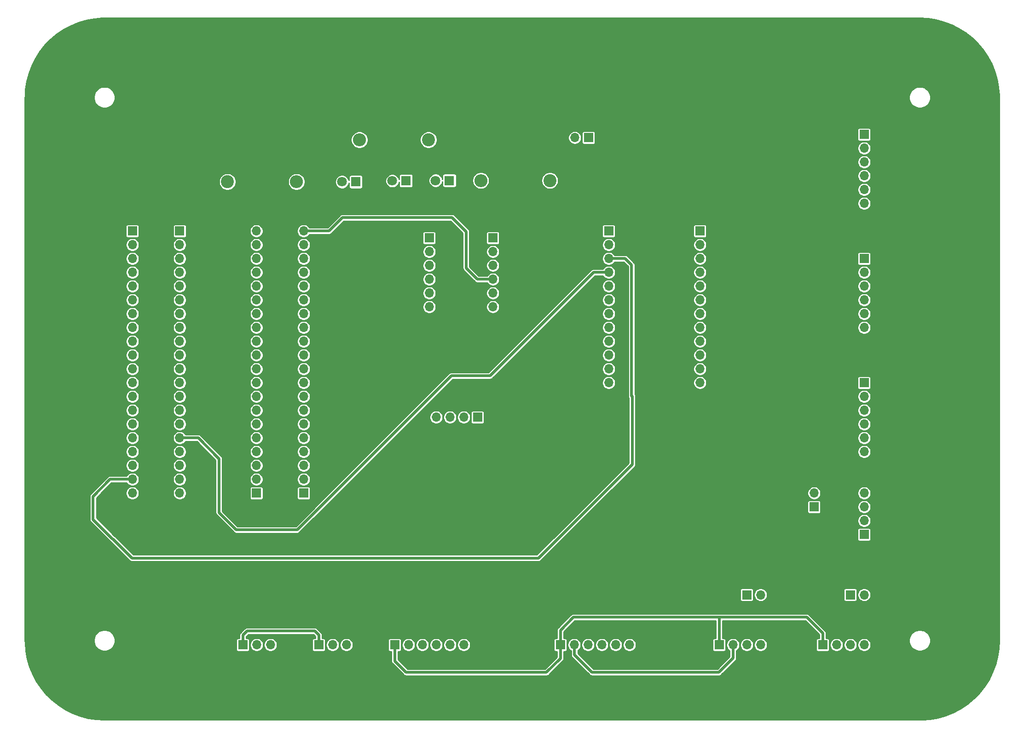
<source format=gbr>
%TF.GenerationSoftware,KiCad,Pcbnew,(5.1.9)-1*%
%TF.CreationDate,2021-08-06T10:22:58-05:00*%
%TF.ProjectId,prototipo_2,70726f74-6f74-4697-906f-5f322e6b6963,rev?*%
%TF.SameCoordinates,Original*%
%TF.FileFunction,Copper,L1,Top*%
%TF.FilePolarity,Positive*%
%FSLAX46Y46*%
G04 Gerber Fmt 4.6, Leading zero omitted, Abs format (unit mm)*
G04 Created by KiCad (PCBNEW (5.1.9)-1) date 2021-08-06 10:22:58*
%MOMM*%
%LPD*%
G01*
G04 APERTURE LIST*
%TA.AperFunction,ComponentPad*%
%ADD10O,1.700000X1.700000*%
%TD*%
%TA.AperFunction,ComponentPad*%
%ADD11R,1.700000X1.700000*%
%TD*%
%TA.AperFunction,ComponentPad*%
%ADD12O,2.400000X2.400000*%
%TD*%
%TA.AperFunction,ComponentPad*%
%ADD13C,2.400000*%
%TD*%
%TA.AperFunction,ComponentPad*%
%ADD14C,1.800000*%
%TD*%
%TA.AperFunction,ComponentPad*%
%ADD15R,1.800000X1.800000*%
%TD*%
%TA.AperFunction,Conductor*%
%ADD16C,0.508000*%
%TD*%
%TA.AperFunction,Conductor*%
%ADD17C,0.250000*%
%TD*%
%TA.AperFunction,NonConductor*%
%ADD18C,0.254000*%
%TD*%
%TA.AperFunction,NonConductor*%
%ADD19C,0.100000*%
%TD*%
G04 APERTURE END LIST*
D10*
%TO.P,IMU0,6*%
%TO.N,/FSYNC0*%
X138430000Y-146050000D03*
%TO.P,IMU0,5*%
%TO.N,/INT0*%
X135890000Y-146050000D03*
%TO.P,IMU0,4*%
%TO.N,/SC0*%
X133350000Y-146050000D03*
%TO.P,IMU0,3*%
%TO.N,/SD0*%
X130810000Y-146050000D03*
%TO.P,IMU0,2*%
%TO.N,GND*%
X128270000Y-146050000D03*
D11*
%TO.P,IMU0,1*%
%TO.N,+3V3*%
X125730000Y-146050000D03*
%TD*%
D10*
%TO.P,Mux_izq1,12*%
%TO.N,/SC1*%
X165100000Y-97790000D03*
%TO.P,Mux_izq1,11*%
%TO.N,/SD1*%
X165100000Y-95250000D03*
%TO.P,Mux_izq1,10*%
%TO.N,/SC0*%
X165100000Y-92710000D03*
%TO.P,Mux_izq1,9*%
%TO.N,/SD0*%
X165100000Y-90170000D03*
%TO.P,Mux_izq1,8*%
%TO.N,GND*%
X165100000Y-87630000D03*
%TO.P,Mux_izq1,7*%
X165100000Y-85090000D03*
%TO.P,Mux_izq1,6*%
X165100000Y-82550000D03*
%TO.P,Mux_izq1,5*%
%TO.N,/RST*%
X165100000Y-80010000D03*
%TO.P,Mux_izq1,4*%
%TO.N,/SCL*%
X165100000Y-77470000D03*
%TO.P,Mux_izq1,3*%
%TO.N,/SDA*%
X165100000Y-74930000D03*
%TO.P,Mux_izq1,2*%
%TO.N,GND*%
X165100000Y-72390000D03*
D11*
%TO.P,Mux_izq1,1*%
%TO.N,+3V3*%
X165100000Y-69850000D03*
%TD*%
D10*
%TO.P,ALIMENTACION1,2*%
%TO.N,GND*%
X158851600Y-52666900D03*
D11*
%TO.P,ALIMENTACION1,1*%
%TO.N,+3V3*%
X161391600Y-52666900D03*
%TD*%
D10*
%TO.P,Widora_izq1,20*%
%TO.N,GND*%
X86160000Y-118110000D03*
%TO.P,Widora_izq1,19*%
%TO.N,/SDA*%
X86160000Y-115570000D03*
%TO.P,Widora_izq1,18*%
%TO.N,/TXD0*%
X86160000Y-113030000D03*
%TO.P,Widora_izq1,17*%
%TO.N,/RXD0*%
X86160000Y-110490000D03*
%TO.P,Widora_izq1,16*%
%TO.N,/SCL*%
X86160000Y-107950000D03*
%TO.P,Widora_izq1,15*%
%TO.N,/IO19*%
X86160000Y-105410000D03*
%TO.P,Widora_izq1,14*%
%TO.N,/IO23*%
X86160000Y-102870000D03*
%TO.P,Widora_izq1,13*%
%TO.N,/IO18*%
X86160000Y-100330000D03*
%TO.P,Widora_izq1,12*%
%TO.N,/IO5*%
X86160000Y-97790000D03*
%TO.P,Widora_izq1,11*%
%TO.N,/SPID*%
X86160000Y-95250000D03*
%TO.P,Widora_izq1,10*%
%TO.N,/SPIQ*%
X86160000Y-92710000D03*
%TO.P,Widora_izq1,9*%
%TO.N,/CLK*%
X86160000Y-90170000D03*
%TO.P,Widora_izq1,8*%
%TO.N,/CS0*%
X86160000Y-87630000D03*
%TO.P,Widora_izq1,7*%
%TO.N,/WP*%
X86160000Y-85090000D03*
%TO.P,Widora_izq1,6*%
%TO.N,/HD*%
X86160000Y-82550000D03*
%TO.P,Widora_izq1,5*%
%TO.N,/TX2*%
X86160000Y-80010000D03*
%TO.P,Widora_izq1,4*%
%TO.N,/RX2*%
X86160000Y-77470000D03*
%TO.P,Widora_izq1,3*%
%TO.N,+3V3*%
X86160000Y-74930000D03*
%TO.P,Widora_izq1,2*%
%TO.N,GND*%
X86160000Y-72390000D03*
D11*
%TO.P,Widora_izq1,1*%
%TO.N,+3V3*%
X86160000Y-69850000D03*
%TD*%
D10*
%TO.P,Widora_der1,20*%
%TO.N,+5V*%
X108970000Y-69850000D03*
%TO.P,Widora_der1,19*%
%TO.N,GND*%
X108970000Y-72390000D03*
%TO.P,Widora_der1,18*%
%TO.N,/IO4*%
X108970000Y-74930000D03*
%TO.P,Widora_der1,17*%
%TO.N,/IO0*%
X108970000Y-77470000D03*
%TO.P,Widora_der1,16*%
%TO.N,/IO2*%
X108970000Y-80010000D03*
%TO.P,Widora_der1,15*%
%TO.N,/IO15*%
X108970000Y-82550000D03*
%TO.P,Widora_der1,14*%
%TO.N,/IO13*%
X108970000Y-85090000D03*
%TO.P,Widora_der1,13*%
%TO.N,/IO12*%
X108970000Y-87630000D03*
%TO.P,Widora_der1,12*%
%TO.N,/IO14*%
X108970000Y-90170000D03*
%TO.P,Widora_der1,11*%
%TO.N,/IO27*%
X108970000Y-92710000D03*
%TO.P,Widora_der1,10*%
%TO.N,/IO26*%
X108970000Y-95250000D03*
%TO.P,Widora_der1,9*%
%TO.N,/IO25*%
X108970000Y-97790000D03*
%TO.P,Widora_der1,8*%
%TO.N,/IO33*%
X108970000Y-100330000D03*
%TO.P,Widora_der1,7*%
%TO.N,/IO32*%
X108970000Y-102870000D03*
%TO.P,Widora_der1,6*%
%TO.N,/RXO1*%
X108970000Y-105410000D03*
%TO.P,Widora_der1,5*%
%TO.N,/RXO2*%
X108970000Y-107950000D03*
%TO.P,Widora_der1,4*%
%TO.N,/PU*%
X108970000Y-110490000D03*
%TO.P,Widora_der1,3*%
%TO.N,/VN*%
X108970000Y-113030000D03*
%TO.P,Widora_der1,2*%
%TO.N,/VP*%
X108970000Y-115570000D03*
D11*
%TO.P,Widora_der1,1*%
%TO.N,GND*%
X108970000Y-118110000D03*
%TD*%
D10*
%TO.P,Widora_aux_izq1,20*%
%TO.N,GND*%
X77470000Y-118110000D03*
%TO.P,Widora_aux_izq1,19*%
%TO.N,/SDA*%
X77470000Y-115570000D03*
%TO.P,Widora_aux_izq1,18*%
%TO.N,/TXD0*%
X77470000Y-113030000D03*
%TO.P,Widora_aux_izq1,17*%
%TO.N,/RXD0*%
X77470000Y-110490000D03*
%TO.P,Widora_aux_izq1,16*%
%TO.N,/SCL*%
X77470000Y-107950000D03*
%TO.P,Widora_aux_izq1,15*%
%TO.N,/IO19*%
X77470000Y-105410000D03*
%TO.P,Widora_aux_izq1,14*%
%TO.N,/IO23*%
X77470000Y-102870000D03*
%TO.P,Widora_aux_izq1,13*%
%TO.N,/IO18*%
X77470000Y-100330000D03*
%TO.P,Widora_aux_izq1,12*%
%TO.N,/IO5*%
X77470000Y-97790000D03*
%TO.P,Widora_aux_izq1,11*%
%TO.N,/SPID*%
X77470000Y-95250000D03*
%TO.P,Widora_aux_izq1,10*%
%TO.N,/SPIQ*%
X77470000Y-92710000D03*
%TO.P,Widora_aux_izq1,9*%
%TO.N,/CLK*%
X77470000Y-90170000D03*
%TO.P,Widora_aux_izq1,8*%
%TO.N,/CS0*%
X77470000Y-87630000D03*
%TO.P,Widora_aux_izq1,7*%
%TO.N,/WP*%
X77470000Y-85090000D03*
%TO.P,Widora_aux_izq1,6*%
%TO.N,/HD*%
X77470000Y-82550000D03*
%TO.P,Widora_aux_izq1,5*%
%TO.N,/TX2*%
X77470000Y-80010000D03*
%TO.P,Widora_aux_izq1,4*%
%TO.N,/RX2*%
X77470000Y-77470000D03*
%TO.P,Widora_aux_izq1,3*%
%TO.N,+3V3*%
X77470000Y-74930000D03*
%TO.P,Widora_aux_izq1,2*%
%TO.N,GND*%
X77470000Y-72390000D03*
D11*
%TO.P,Widora_aux_izq1,1*%
%TO.N,+3V3*%
X77470000Y-69850000D03*
%TD*%
D10*
%TO.P,Widora_aux_der1,20*%
%TO.N,+5V*%
X100280000Y-69850000D03*
%TO.P,Widora_aux_der1,19*%
%TO.N,GND*%
X100280000Y-72390000D03*
%TO.P,Widora_aux_der1,18*%
%TO.N,/IO4*%
X100280000Y-74930000D03*
%TO.P,Widora_aux_der1,17*%
%TO.N,/IO0*%
X100280000Y-77470000D03*
%TO.P,Widora_aux_der1,16*%
%TO.N,/IO2*%
X100280000Y-80010000D03*
%TO.P,Widora_aux_der1,15*%
%TO.N,/IO15*%
X100280000Y-82550000D03*
%TO.P,Widora_aux_der1,14*%
%TO.N,/IO13*%
X100280000Y-85090000D03*
%TO.P,Widora_aux_der1,13*%
%TO.N,/IO12*%
X100280000Y-87630000D03*
%TO.P,Widora_aux_der1,12*%
%TO.N,/IO14*%
X100280000Y-90170000D03*
%TO.P,Widora_aux_der1,11*%
%TO.N,/IO27*%
X100280000Y-92710000D03*
%TO.P,Widora_aux_der1,10*%
%TO.N,/IO26*%
X100280000Y-95250000D03*
%TO.P,Widora_aux_der1,9*%
%TO.N,/IO25*%
X100280000Y-97790000D03*
%TO.P,Widora_aux_der1,8*%
%TO.N,/IO33*%
X100280000Y-100330000D03*
%TO.P,Widora_aux_der1,7*%
%TO.N,/IO32*%
X100280000Y-102870000D03*
%TO.P,Widora_aux_der1,6*%
%TO.N,/RXO1*%
X100280000Y-105410000D03*
%TO.P,Widora_aux_der1,5*%
%TO.N,/RXO2*%
X100280000Y-107950000D03*
%TO.P,Widora_aux_der1,4*%
%TO.N,/PU*%
X100280000Y-110490000D03*
%TO.P,Widora_aux_der1,3*%
%TO.N,/VN*%
X100280000Y-113030000D03*
%TO.P,Widora_aux_der1,2*%
%TO.N,/VP*%
X100280000Y-115570000D03*
D11*
%TO.P,Widora_aux_der1,1*%
%TO.N,GND*%
X100280000Y-118110000D03*
%TD*%
D10*
%TO.P,Vel_traser1,3*%
%TO.N,+5V*%
X116840000Y-146050000D03*
%TO.P,Vel_traser1,2*%
%TO.N,/RXI2*%
X114300000Y-146050000D03*
D11*
%TO.P,Vel_traser1,1*%
%TO.N,GND*%
X111760000Y-146050000D03*
%TD*%
D10*
%TO.P,Vel_delant1,3*%
%TO.N,+5V*%
X102870000Y-146050000D03*
%TO.P,Vel_delant1,2*%
%TO.N,/RXI1*%
X100330000Y-146050000D03*
D11*
%TO.P,Vel_delant1,1*%
%TO.N,GND*%
X97790000Y-146050000D03*
%TD*%
D12*
%TO.P,R3,2*%
%TO.N,Net-(D3-Pad1)*%
X141566900Y-60553600D03*
D13*
%TO.P,R3,1*%
%TO.N,GND*%
X154266900Y-60553600D03*
%TD*%
D12*
%TO.P,R2,2*%
%TO.N,Net-(D2-Pad1)*%
X119240300Y-53060600D03*
D13*
%TO.P,R2,1*%
%TO.N,GND*%
X131940300Y-53060600D03*
%TD*%
D12*
%TO.P,R1,2*%
%TO.N,Net-(D1-Pad1)*%
X107657900Y-60782200D03*
D13*
%TO.P,R1,1*%
%TO.N,GND*%
X94957900Y-60782200D03*
%TD*%
D10*
%TO.P,Mux_der1,12*%
%TO.N,/SC7*%
X181880000Y-97790000D03*
%TO.P,Mux_der1,11*%
%TO.N,/SD7*%
X181880000Y-95250000D03*
%TO.P,Mux_der1,10*%
%TO.N,/SC6*%
X181880000Y-92710000D03*
%TO.P,Mux_der1,9*%
%TO.N,/SD6*%
X181880000Y-90170000D03*
%TO.P,Mux_der1,8*%
%TO.N,/SC5*%
X181880000Y-87630000D03*
%TO.P,Mux_der1,7*%
%TO.N,/SD5*%
X181880000Y-85090000D03*
%TO.P,Mux_der1,6*%
%TO.N,/SC4*%
X181880000Y-82550000D03*
%TO.P,Mux_der1,5*%
%TO.N,/SD4*%
X181880000Y-80010000D03*
%TO.P,Mux_der1,4*%
%TO.N,/SC3*%
X181880000Y-77470000D03*
%TO.P,Mux_der1,3*%
%TO.N,/SD3*%
X181880000Y-74930000D03*
%TO.P,Mux_der1,2*%
%TO.N,/SC2*%
X181880000Y-72390000D03*
D11*
%TO.P,Mux_der1,1*%
%TO.N,/SD2*%
X181880000Y-69850000D03*
%TD*%
D10*
%TO.P,Laser_amort_izq1,4*%
%TO.N,/SD5*%
X193040000Y-146050000D03*
%TO.P,Laser_amort_izq1,3*%
%TO.N,/SC5*%
X190500000Y-146050000D03*
%TO.P,Laser_amort_izq1,2*%
%TO.N,GND*%
X187960000Y-146050000D03*
D11*
%TO.P,Laser_amort_izq1,1*%
%TO.N,+3V3*%
X185420000Y-146050000D03*
%TD*%
D10*
%TO.P,Laser_amort_der1,4*%
%TO.N,/SD6*%
X212090000Y-118110000D03*
%TO.P,Laser_amort_der1,3*%
%TO.N,/SC6*%
X212090000Y-120650000D03*
%TO.P,Laser_amort_der1,2*%
%TO.N,GND*%
X212090000Y-123190000D03*
D11*
%TO.P,Laser_amort_der1,1*%
%TO.N,+3V3*%
X212090000Y-125730000D03*
%TD*%
D10*
%TO.P,Laser_amor_delant1,4*%
%TO.N,/SD7*%
X212090000Y-146050000D03*
%TO.P,Laser_amor_delant1,3*%
%TO.N,/SC7*%
X209550000Y-146050000D03*
%TO.P,Laser_amor_delant1,2*%
%TO.N,GND*%
X207010000Y-146050000D03*
D11*
%TO.P,Laser_amor_delant1,1*%
%TO.N,+3V3*%
X204470000Y-146050000D03*
%TD*%
D10*
%TO.P,J14,2*%
%TO.N,/X6*%
X202880000Y-118110000D03*
D11*
%TO.P,J14,1*%
%TO.N,/G6*%
X202880000Y-120650000D03*
%TD*%
D10*
%TO.P,J13,2*%
%TO.N,/X7*%
X193040000Y-136840000D03*
D11*
%TO.P,J13,1*%
%TO.N,/G7*%
X190500000Y-136840000D03*
%TD*%
D10*
%TO.P,J12,2*%
%TO.N,/X5*%
X212090000Y-136840000D03*
D11*
%TO.P,J12,1*%
%TO.N,/G5*%
X209550000Y-136840000D03*
%TD*%
D10*
%TO.P,IMU4,6*%
%TO.N,/FSYNC4*%
X212090000Y-110490000D03*
%TO.P,IMU4,5*%
%TO.N,/INT4*%
X212090000Y-107950000D03*
%TO.P,IMU4,4*%
%TO.N,/SC4*%
X212090000Y-105410000D03*
%TO.P,IMU4,3*%
%TO.N,/SD4*%
X212090000Y-102870000D03*
%TO.P,IMU4,2*%
%TO.N,GND*%
X212090000Y-100330000D03*
D11*
%TO.P,IMU4,1*%
%TO.N,+3V3*%
X212090000Y-97790000D03*
%TD*%
D10*
%TO.P,IMU3,6*%
%TO.N,/FSYNC3*%
X212090000Y-87630000D03*
%TO.P,IMU3,5*%
%TO.N,/INT3*%
X212090000Y-85090000D03*
%TO.P,IMU3,4*%
%TO.N,/SC3*%
X212090000Y-82550000D03*
%TO.P,IMU3,3*%
%TO.N,/SD3*%
X212090000Y-80010000D03*
%TO.P,IMU3,2*%
%TO.N,GND*%
X212090000Y-77470000D03*
D11*
%TO.P,IMU3,1*%
%TO.N,+3V3*%
X212090000Y-74930000D03*
%TD*%
D10*
%TO.P,IMU2,6*%
%TO.N,/FSYNC2*%
X212090000Y-64770000D03*
%TO.P,IMU2,5*%
%TO.N,/INT2*%
X212090000Y-62230000D03*
%TO.P,IMU2,4*%
%TO.N,/SC2*%
X212090000Y-59690000D03*
%TO.P,IMU2,3*%
%TO.N,/SD2*%
X212090000Y-57150000D03*
%TO.P,IMU2,2*%
%TO.N,GND*%
X212090000Y-54610000D03*
D11*
%TO.P,IMU2,1*%
%TO.N,+3V3*%
X212090000Y-52070000D03*
%TD*%
D10*
%TO.P,IMU1,6*%
%TO.N,/FSYNC1*%
X168910000Y-146050000D03*
%TO.P,IMU1,5*%
%TO.N,/INT1*%
X166370000Y-146050000D03*
%TO.P,IMU1,4*%
%TO.N,/SC1*%
X163830000Y-146050000D03*
%TO.P,IMU1,3*%
%TO.N,/SD1*%
X161290000Y-146050000D03*
%TO.P,IMU1,2*%
%TO.N,GND*%
X158750000Y-146050000D03*
D11*
%TO.P,IMU1,1*%
%TO.N,+3V3*%
X156210000Y-146050000D03*
%TD*%
%TO.P,GPS1,1*%
%TO.N,GND*%
X140970000Y-104140000D03*
D10*
%TO.P,GPS1,2*%
%TO.N,/RX2*%
X138430000Y-104140000D03*
%TO.P,GPS1,3*%
%TO.N,/TX2*%
X135890000Y-104140000D03*
%TO.P,GPS1,4*%
%TO.N,+5V*%
X133350000Y-104140000D03*
%TD*%
D14*
%TO.P,D3,2*%
%TO.N,/IO12*%
X133248400Y-60553600D03*
D15*
%TO.P,D3,1*%
%TO.N,Net-(D3-Pad1)*%
X135788400Y-60553600D03*
%TD*%
D14*
%TO.P,D2,2*%
%TO.N,/IO13*%
X125272800Y-60617100D03*
D15*
%TO.P,D2,1*%
%TO.N,Net-(D2-Pad1)*%
X127812800Y-60617100D03*
%TD*%
D14*
%TO.P,D1,2*%
%TO.N,/IO15*%
X116027200Y-60794900D03*
D15*
%TO.P,D1,1*%
%TO.N,Net-(D1-Pad1)*%
X118567200Y-60794900D03*
%TD*%
D10*
%TO.P,Conv_lvl_izq1,6*%
%TO.N,/TXI2*%
X132080000Y-83820000D03*
%TO.P,Conv_lvl_izq1,5*%
%TO.N,/RXO2*%
X132080000Y-81280000D03*
%TO.P,Conv_lvl_izq1,4*%
%TO.N,GND*%
X132080000Y-78740000D03*
%TO.P,Conv_lvl_izq1,3*%
%TO.N,+3V3*%
X132080000Y-76200000D03*
%TO.P,Conv_lvl_izq1,2*%
%TO.N,/RXO1*%
X132080000Y-73660000D03*
D11*
%TO.P,Conv_lvl_izq1,1*%
%TO.N,/TXI1*%
X132080000Y-71120000D03*
%TD*%
D10*
%TO.P,Conv_lvl_der1,6*%
%TO.N,/TXO1*%
X143780000Y-83820000D03*
%TO.P,Conv_lvl_der1,5*%
%TO.N,/RXI1*%
X143780000Y-81280000D03*
%TO.P,Conv_lvl_der1,4*%
%TO.N,+5V*%
X143780000Y-78740000D03*
%TO.P,Conv_lvl_der1,3*%
%TO.N,GND*%
X143780000Y-76200000D03*
%TO.P,Conv_lvl_der1,2*%
%TO.N,/RXI2*%
X143780000Y-73660000D03*
D11*
%TO.P,Conv_lvl_der1,1*%
%TO.N,/TXO2*%
X143780000Y-71120000D03*
%TD*%
D16*
%TO.N,+3V3*%
X151130000Y-151130000D02*
X130810000Y-151130000D01*
X161290000Y-140970000D02*
X180340000Y-140970000D01*
X161290000Y-140970000D02*
X158597600Y-140970000D01*
X156210000Y-143357600D02*
X156210000Y-146050000D01*
X158597600Y-140970000D02*
X156210000Y-143357600D01*
X151130000Y-151130000D02*
X153631900Y-151130000D01*
X156210000Y-148551900D02*
X156210000Y-146050000D01*
X153631900Y-151130000D02*
X156210000Y-148551900D01*
X130810000Y-151130000D02*
X127825500Y-151130000D01*
X125730000Y-149034500D02*
X125730000Y-146050000D01*
X127825500Y-151130000D02*
X125730000Y-149034500D01*
X180340000Y-140970000D02*
X183692800Y-140970000D01*
X204470000Y-146050000D02*
X204470000Y-143929100D01*
X204470000Y-143929100D02*
X201510900Y-140970000D01*
X185420000Y-141033500D02*
X185356500Y-140970000D01*
X185420000Y-146050000D02*
X185420000Y-141033500D01*
X185356500Y-140970000D02*
X183692800Y-140970000D01*
X201510900Y-140970000D02*
X185356500Y-140970000D01*
%TO.N,GND*%
X187960000Y-148508720D02*
X187960000Y-146050000D01*
X185338720Y-151130000D02*
X187960000Y-148508720D01*
X163830000Y-151130000D02*
X185338720Y-151130000D01*
X163830000Y-151130000D02*
X162029140Y-151130000D01*
X162029140Y-151130000D02*
X158798260Y-147899120D01*
X158798260Y-146098260D02*
X158750000Y-146050000D01*
X158798260Y-147899120D02*
X158798260Y-146098260D01*
X110998000Y-143510000D02*
X111760000Y-144272000D01*
X98552000Y-143510000D02*
X110998000Y-143510000D01*
X97790000Y-144272000D02*
X98552000Y-143510000D01*
X111760000Y-144272000D02*
X111760000Y-146050000D01*
X97790000Y-146050000D02*
X97790000Y-144272000D01*
%TO.N,+5V*%
X113639600Y-69850000D02*
X108970000Y-69850000D01*
X116116100Y-67373500D02*
X113639600Y-69850000D01*
X136283700Y-67373500D02*
X116116100Y-67373500D01*
X138874500Y-76682600D02*
X138874500Y-69964300D01*
X140931900Y-78740000D02*
X138874500Y-76682600D01*
X138874500Y-69964300D02*
X136283700Y-67373500D01*
X143780000Y-78740000D02*
X140931900Y-78740000D01*
%TO.N,/SDA*%
X165100000Y-74930000D02*
X168122600Y-74930000D01*
X168122600Y-74930000D02*
X169303700Y-76111100D01*
X169303700Y-100191298D02*
X169405300Y-100292898D01*
X169303700Y-76111100D02*
X169303700Y-100191298D01*
X169405300Y-100292898D02*
X169405300Y-112826800D01*
X169405300Y-112826800D02*
X155702000Y-126530100D01*
X73812400Y-126530100D02*
X70231000Y-122948700D01*
X70231000Y-122948700D02*
X70231000Y-118719600D01*
X73380600Y-115570000D02*
X77470000Y-115570000D01*
X70231000Y-118719600D02*
X73380600Y-115570000D01*
D17*
X73812400Y-126530100D02*
X73825100Y-126530100D01*
D16*
X73825100Y-126530100D02*
X77393800Y-130098800D01*
X152133300Y-130098800D02*
X155702000Y-126530100D01*
X77393800Y-130098800D02*
X152133300Y-130098800D01*
%TO.N,/SCL*%
X89585800Y-107950000D02*
X86160000Y-107950000D01*
X93408500Y-111772700D02*
X89585800Y-107950000D01*
X93408500Y-121704100D02*
X93408500Y-111772700D01*
X96570800Y-124866400D02*
X93408500Y-121704100D01*
X107784900Y-124866400D02*
X96570800Y-124866400D01*
X136131300Y-96520000D02*
X107784900Y-124866400D01*
X143243300Y-96520000D02*
X136131300Y-96520000D01*
X162293300Y-77470000D02*
X143243300Y-96520000D01*
X165100000Y-77470000D02*
X162293300Y-77470000D01*
%TD*%
D18*
X223820103Y-30733843D02*
X225304299Y-30964935D01*
X226756901Y-31347374D01*
X228162479Y-31877096D01*
X229506165Y-32548499D01*
X230773722Y-33354467D01*
X231951708Y-34286455D01*
X233027660Y-35334601D01*
X233990167Y-36487791D01*
X234829040Y-37733815D01*
X235535383Y-39059462D01*
X236101722Y-40450702D01*
X236522047Y-41892773D01*
X236791915Y-43370429D01*
X236909067Y-44875775D01*
X236914000Y-45252641D01*
X236914001Y-145239526D01*
X236836157Y-146750103D01*
X236605065Y-148234299D01*
X236222629Y-149686892D01*
X235692905Y-151092476D01*
X235021504Y-152436159D01*
X234215536Y-153703717D01*
X233283545Y-154881708D01*
X232235395Y-155957664D01*
X231082209Y-156920167D01*
X229836185Y-157759040D01*
X228510538Y-158465383D01*
X227119304Y-159031720D01*
X225677227Y-159452047D01*
X224199572Y-159721914D01*
X222694225Y-159839067D01*
X222317360Y-159844000D01*
X72330455Y-159844000D01*
X70819897Y-159766157D01*
X69335701Y-159535065D01*
X67883108Y-159152629D01*
X66477524Y-158622905D01*
X65133841Y-157951504D01*
X63866283Y-157145536D01*
X62688292Y-156213545D01*
X61612336Y-155165395D01*
X60649833Y-154012209D01*
X59810960Y-152766185D01*
X59104617Y-151440538D01*
X58538280Y-150049304D01*
X58117953Y-148607227D01*
X57848086Y-147129572D01*
X57730933Y-145624225D01*
X57726000Y-145247360D01*
X57726000Y-145056318D01*
X70353515Y-145056318D01*
X70353515Y-145443682D01*
X70429086Y-145823603D01*
X70577324Y-146181480D01*
X70792531Y-146503561D01*
X71066439Y-146777469D01*
X71388520Y-146992676D01*
X71746397Y-147140914D01*
X72126318Y-147216485D01*
X72513682Y-147216485D01*
X72893603Y-147140914D01*
X73251480Y-146992676D01*
X73573561Y-146777469D01*
X73847469Y-146503561D01*
X74062676Y-146181480D01*
X74210914Y-145823603D01*
X74286485Y-145443682D01*
X74286485Y-145200000D01*
X96557157Y-145200000D01*
X96557157Y-146900000D01*
X96564513Y-146974689D01*
X96586299Y-147046508D01*
X96621678Y-147112696D01*
X96669289Y-147170711D01*
X96727304Y-147218322D01*
X96793492Y-147253701D01*
X96865311Y-147275487D01*
X96940000Y-147282843D01*
X98640000Y-147282843D01*
X98714689Y-147275487D01*
X98786508Y-147253701D01*
X98852696Y-147218322D01*
X98910711Y-147170711D01*
X98958322Y-147112696D01*
X98993701Y-147046508D01*
X99015487Y-146974689D01*
X99022843Y-146900000D01*
X99022843Y-145928757D01*
X99099000Y-145928757D01*
X99099000Y-146171243D01*
X99146307Y-146409069D01*
X99239102Y-146633097D01*
X99373820Y-146834717D01*
X99545283Y-147006180D01*
X99746903Y-147140898D01*
X99970931Y-147233693D01*
X100208757Y-147281000D01*
X100451243Y-147281000D01*
X100689069Y-147233693D01*
X100913097Y-147140898D01*
X101114717Y-147006180D01*
X101286180Y-146834717D01*
X101420898Y-146633097D01*
X101513693Y-146409069D01*
X101561000Y-146171243D01*
X101561000Y-145928757D01*
X101639000Y-145928757D01*
X101639000Y-146171243D01*
X101686307Y-146409069D01*
X101779102Y-146633097D01*
X101913820Y-146834717D01*
X102085283Y-147006180D01*
X102286903Y-147140898D01*
X102510931Y-147233693D01*
X102748757Y-147281000D01*
X102991243Y-147281000D01*
X103229069Y-147233693D01*
X103453097Y-147140898D01*
X103654717Y-147006180D01*
X103826180Y-146834717D01*
X103960898Y-146633097D01*
X104053693Y-146409069D01*
X104101000Y-146171243D01*
X104101000Y-145928757D01*
X104053693Y-145690931D01*
X103960898Y-145466903D01*
X103826180Y-145265283D01*
X103654717Y-145093820D01*
X103453097Y-144959102D01*
X103229069Y-144866307D01*
X102991243Y-144819000D01*
X102748757Y-144819000D01*
X102510931Y-144866307D01*
X102286903Y-144959102D01*
X102085283Y-145093820D01*
X101913820Y-145265283D01*
X101779102Y-145466903D01*
X101686307Y-145690931D01*
X101639000Y-145928757D01*
X101561000Y-145928757D01*
X101513693Y-145690931D01*
X101420898Y-145466903D01*
X101286180Y-145265283D01*
X101114717Y-145093820D01*
X100913097Y-144959102D01*
X100689069Y-144866307D01*
X100451243Y-144819000D01*
X100208757Y-144819000D01*
X99970931Y-144866307D01*
X99746903Y-144959102D01*
X99545283Y-145093820D01*
X99373820Y-145265283D01*
X99239102Y-145466903D01*
X99146307Y-145690931D01*
X99099000Y-145928757D01*
X99022843Y-145928757D01*
X99022843Y-145200000D01*
X99015487Y-145125311D01*
X98993701Y-145053492D01*
X98958322Y-144987304D01*
X98910711Y-144929289D01*
X98852696Y-144881678D01*
X98786508Y-144846299D01*
X98714689Y-144824513D01*
X98640000Y-144817157D01*
X98425000Y-144817157D01*
X98425000Y-144535025D01*
X98815025Y-144145000D01*
X110734975Y-144145000D01*
X111125000Y-144535026D01*
X111125000Y-144817157D01*
X110910000Y-144817157D01*
X110835311Y-144824513D01*
X110763492Y-144846299D01*
X110697304Y-144881678D01*
X110639289Y-144929289D01*
X110591678Y-144987304D01*
X110556299Y-145053492D01*
X110534513Y-145125311D01*
X110527157Y-145200000D01*
X110527157Y-146900000D01*
X110534513Y-146974689D01*
X110556299Y-147046508D01*
X110591678Y-147112696D01*
X110639289Y-147170711D01*
X110697304Y-147218322D01*
X110763492Y-147253701D01*
X110835311Y-147275487D01*
X110910000Y-147282843D01*
X112610000Y-147282843D01*
X112684689Y-147275487D01*
X112756508Y-147253701D01*
X112822696Y-147218322D01*
X112880711Y-147170711D01*
X112928322Y-147112696D01*
X112963701Y-147046508D01*
X112985487Y-146974689D01*
X112992843Y-146900000D01*
X112992843Y-145928757D01*
X113069000Y-145928757D01*
X113069000Y-146171243D01*
X113116307Y-146409069D01*
X113209102Y-146633097D01*
X113343820Y-146834717D01*
X113515283Y-147006180D01*
X113716903Y-147140898D01*
X113940931Y-147233693D01*
X114178757Y-147281000D01*
X114421243Y-147281000D01*
X114659069Y-147233693D01*
X114883097Y-147140898D01*
X115084717Y-147006180D01*
X115256180Y-146834717D01*
X115390898Y-146633097D01*
X115483693Y-146409069D01*
X115531000Y-146171243D01*
X115531000Y-145928757D01*
X115609000Y-145928757D01*
X115609000Y-146171243D01*
X115656307Y-146409069D01*
X115749102Y-146633097D01*
X115883820Y-146834717D01*
X116055283Y-147006180D01*
X116256903Y-147140898D01*
X116480931Y-147233693D01*
X116718757Y-147281000D01*
X116961243Y-147281000D01*
X117199069Y-147233693D01*
X117423097Y-147140898D01*
X117624717Y-147006180D01*
X117796180Y-146834717D01*
X117930898Y-146633097D01*
X118023693Y-146409069D01*
X118071000Y-146171243D01*
X118071000Y-145928757D01*
X118023693Y-145690931D01*
X117930898Y-145466903D01*
X117796180Y-145265283D01*
X117730897Y-145200000D01*
X124497157Y-145200000D01*
X124497157Y-146900000D01*
X124504513Y-146974689D01*
X124526299Y-147046508D01*
X124561678Y-147112696D01*
X124609289Y-147170711D01*
X124667304Y-147218322D01*
X124733492Y-147253701D01*
X124805311Y-147275487D01*
X124880000Y-147282843D01*
X125095001Y-147282843D01*
X125095000Y-149003319D01*
X125091929Y-149034500D01*
X125095000Y-149065681D01*
X125095000Y-149065691D01*
X125104188Y-149158981D01*
X125140498Y-149278679D01*
X125199463Y-149388993D01*
X125278815Y-149485685D01*
X125303050Y-149505574D01*
X127354434Y-151556960D01*
X127374315Y-151581185D01*
X127398539Y-151601065D01*
X127398543Y-151601069D01*
X127471006Y-151660538D01*
X127556146Y-151706046D01*
X127581320Y-151719502D01*
X127701018Y-151755812D01*
X127794308Y-151765000D01*
X127794311Y-151765000D01*
X127825500Y-151768072D01*
X127856689Y-151765000D01*
X153600719Y-151765000D01*
X153631900Y-151768071D01*
X153663081Y-151765000D01*
X153663092Y-151765000D01*
X153756382Y-151755812D01*
X153876080Y-151719502D01*
X153986394Y-151660537D01*
X154083085Y-151581185D01*
X154102974Y-151556950D01*
X156636956Y-149022969D01*
X156661185Y-149003085D01*
X156740537Y-148906394D01*
X156799502Y-148796080D01*
X156835812Y-148676382D01*
X156845000Y-148583092D01*
X156845000Y-148583081D01*
X156848071Y-148551900D01*
X156845000Y-148520719D01*
X156845000Y-147282843D01*
X157060000Y-147282843D01*
X157134689Y-147275487D01*
X157206508Y-147253701D01*
X157272696Y-147218322D01*
X157330711Y-147170711D01*
X157378322Y-147112696D01*
X157413701Y-147046508D01*
X157435487Y-146974689D01*
X157442843Y-146900000D01*
X157442843Y-145928757D01*
X157519000Y-145928757D01*
X157519000Y-146171243D01*
X157566307Y-146409069D01*
X157659102Y-146633097D01*
X157793820Y-146834717D01*
X157965283Y-147006180D01*
X158163260Y-147138464D01*
X158163260Y-147867938D01*
X158160189Y-147899120D01*
X158163260Y-147930301D01*
X158163260Y-147930311D01*
X158172448Y-148023601D01*
X158208758Y-148143299D01*
X158267723Y-148253613D01*
X158347075Y-148350305D01*
X158371310Y-148370194D01*
X161558070Y-151556955D01*
X161577955Y-151581185D01*
X161602183Y-151601068D01*
X161674645Y-151660537D01*
X161713071Y-151681076D01*
X161784960Y-151719502D01*
X161904658Y-151755812D01*
X161997948Y-151765000D01*
X161997958Y-151765000D01*
X162029139Y-151768071D01*
X162060320Y-151765000D01*
X185307539Y-151765000D01*
X185338720Y-151768071D01*
X185369901Y-151765000D01*
X185369912Y-151765000D01*
X185463202Y-151755812D01*
X185582900Y-151719502D01*
X185693214Y-151660537D01*
X185789905Y-151581185D01*
X185809794Y-151556950D01*
X188386962Y-148979784D01*
X188411185Y-148959905D01*
X188431065Y-148935681D01*
X188431069Y-148935677D01*
X188490538Y-148863214D01*
X188549502Y-148752900D01*
X188555767Y-148732247D01*
X188585812Y-148633202D01*
X188595000Y-148539912D01*
X188595000Y-148539909D01*
X188598072Y-148508720D01*
X188595000Y-148477531D01*
X188595000Y-147106218D01*
X188744717Y-147006180D01*
X188916180Y-146834717D01*
X189050898Y-146633097D01*
X189143693Y-146409069D01*
X189191000Y-146171243D01*
X189191000Y-145928757D01*
X189269000Y-145928757D01*
X189269000Y-146171243D01*
X189316307Y-146409069D01*
X189409102Y-146633097D01*
X189543820Y-146834717D01*
X189715283Y-147006180D01*
X189916903Y-147140898D01*
X190140931Y-147233693D01*
X190378757Y-147281000D01*
X190621243Y-147281000D01*
X190859069Y-147233693D01*
X191083097Y-147140898D01*
X191284717Y-147006180D01*
X191456180Y-146834717D01*
X191590898Y-146633097D01*
X191683693Y-146409069D01*
X191731000Y-146171243D01*
X191731000Y-145928757D01*
X191809000Y-145928757D01*
X191809000Y-146171243D01*
X191856307Y-146409069D01*
X191949102Y-146633097D01*
X192083820Y-146834717D01*
X192255283Y-147006180D01*
X192456903Y-147140898D01*
X192680931Y-147233693D01*
X192918757Y-147281000D01*
X193161243Y-147281000D01*
X193399069Y-147233693D01*
X193623097Y-147140898D01*
X193824717Y-147006180D01*
X193996180Y-146834717D01*
X194130898Y-146633097D01*
X194223693Y-146409069D01*
X194271000Y-146171243D01*
X194271000Y-145928757D01*
X194223693Y-145690931D01*
X194130898Y-145466903D01*
X193996180Y-145265283D01*
X193824717Y-145093820D01*
X193623097Y-144959102D01*
X193399069Y-144866307D01*
X193161243Y-144819000D01*
X192918757Y-144819000D01*
X192680931Y-144866307D01*
X192456903Y-144959102D01*
X192255283Y-145093820D01*
X192083820Y-145265283D01*
X191949102Y-145466903D01*
X191856307Y-145690931D01*
X191809000Y-145928757D01*
X191731000Y-145928757D01*
X191683693Y-145690931D01*
X191590898Y-145466903D01*
X191456180Y-145265283D01*
X191284717Y-145093820D01*
X191083097Y-144959102D01*
X190859069Y-144866307D01*
X190621243Y-144819000D01*
X190378757Y-144819000D01*
X190140931Y-144866307D01*
X189916903Y-144959102D01*
X189715283Y-145093820D01*
X189543820Y-145265283D01*
X189409102Y-145466903D01*
X189316307Y-145690931D01*
X189269000Y-145928757D01*
X189191000Y-145928757D01*
X189143693Y-145690931D01*
X189050898Y-145466903D01*
X188916180Y-145265283D01*
X188744717Y-145093820D01*
X188543097Y-144959102D01*
X188319069Y-144866307D01*
X188081243Y-144819000D01*
X187838757Y-144819000D01*
X187600931Y-144866307D01*
X187376903Y-144959102D01*
X187175283Y-145093820D01*
X187003820Y-145265283D01*
X186869102Y-145466903D01*
X186776307Y-145690931D01*
X186729000Y-145928757D01*
X186729000Y-146171243D01*
X186776307Y-146409069D01*
X186869102Y-146633097D01*
X187003820Y-146834717D01*
X187175283Y-147006180D01*
X187325001Y-147106218D01*
X187325000Y-148245694D01*
X185075696Y-150495000D01*
X162292165Y-150495000D01*
X159433260Y-147636096D01*
X159433260Y-147073971D01*
X159534717Y-147006180D01*
X159706180Y-146834717D01*
X159840898Y-146633097D01*
X159933693Y-146409069D01*
X159981000Y-146171243D01*
X159981000Y-145928757D01*
X160059000Y-145928757D01*
X160059000Y-146171243D01*
X160106307Y-146409069D01*
X160199102Y-146633097D01*
X160333820Y-146834717D01*
X160505283Y-147006180D01*
X160706903Y-147140898D01*
X160930931Y-147233693D01*
X161168757Y-147281000D01*
X161411243Y-147281000D01*
X161649069Y-147233693D01*
X161873097Y-147140898D01*
X162074717Y-147006180D01*
X162246180Y-146834717D01*
X162380898Y-146633097D01*
X162473693Y-146409069D01*
X162521000Y-146171243D01*
X162521000Y-145928757D01*
X162599000Y-145928757D01*
X162599000Y-146171243D01*
X162646307Y-146409069D01*
X162739102Y-146633097D01*
X162873820Y-146834717D01*
X163045283Y-147006180D01*
X163246903Y-147140898D01*
X163470931Y-147233693D01*
X163708757Y-147281000D01*
X163951243Y-147281000D01*
X164189069Y-147233693D01*
X164413097Y-147140898D01*
X164614717Y-147006180D01*
X164786180Y-146834717D01*
X164920898Y-146633097D01*
X165013693Y-146409069D01*
X165061000Y-146171243D01*
X165061000Y-145928757D01*
X165139000Y-145928757D01*
X165139000Y-146171243D01*
X165186307Y-146409069D01*
X165279102Y-146633097D01*
X165413820Y-146834717D01*
X165585283Y-147006180D01*
X165786903Y-147140898D01*
X166010931Y-147233693D01*
X166248757Y-147281000D01*
X166491243Y-147281000D01*
X166729069Y-147233693D01*
X166953097Y-147140898D01*
X167154717Y-147006180D01*
X167326180Y-146834717D01*
X167460898Y-146633097D01*
X167553693Y-146409069D01*
X167601000Y-146171243D01*
X167601000Y-145928757D01*
X167679000Y-145928757D01*
X167679000Y-146171243D01*
X167726307Y-146409069D01*
X167819102Y-146633097D01*
X167953820Y-146834717D01*
X168125283Y-147006180D01*
X168326903Y-147140898D01*
X168550931Y-147233693D01*
X168788757Y-147281000D01*
X169031243Y-147281000D01*
X169269069Y-147233693D01*
X169493097Y-147140898D01*
X169694717Y-147006180D01*
X169866180Y-146834717D01*
X170000898Y-146633097D01*
X170093693Y-146409069D01*
X170141000Y-146171243D01*
X170141000Y-145928757D01*
X170093693Y-145690931D01*
X170000898Y-145466903D01*
X169866180Y-145265283D01*
X169694717Y-145093820D01*
X169493097Y-144959102D01*
X169269069Y-144866307D01*
X169031243Y-144819000D01*
X168788757Y-144819000D01*
X168550931Y-144866307D01*
X168326903Y-144959102D01*
X168125283Y-145093820D01*
X167953820Y-145265283D01*
X167819102Y-145466903D01*
X167726307Y-145690931D01*
X167679000Y-145928757D01*
X167601000Y-145928757D01*
X167553693Y-145690931D01*
X167460898Y-145466903D01*
X167326180Y-145265283D01*
X167154717Y-145093820D01*
X166953097Y-144959102D01*
X166729069Y-144866307D01*
X166491243Y-144819000D01*
X166248757Y-144819000D01*
X166010931Y-144866307D01*
X165786903Y-144959102D01*
X165585283Y-145093820D01*
X165413820Y-145265283D01*
X165279102Y-145466903D01*
X165186307Y-145690931D01*
X165139000Y-145928757D01*
X165061000Y-145928757D01*
X165013693Y-145690931D01*
X164920898Y-145466903D01*
X164786180Y-145265283D01*
X164614717Y-145093820D01*
X164413097Y-144959102D01*
X164189069Y-144866307D01*
X163951243Y-144819000D01*
X163708757Y-144819000D01*
X163470931Y-144866307D01*
X163246903Y-144959102D01*
X163045283Y-145093820D01*
X162873820Y-145265283D01*
X162739102Y-145466903D01*
X162646307Y-145690931D01*
X162599000Y-145928757D01*
X162521000Y-145928757D01*
X162473693Y-145690931D01*
X162380898Y-145466903D01*
X162246180Y-145265283D01*
X162074717Y-145093820D01*
X161873097Y-144959102D01*
X161649069Y-144866307D01*
X161411243Y-144819000D01*
X161168757Y-144819000D01*
X160930931Y-144866307D01*
X160706903Y-144959102D01*
X160505283Y-145093820D01*
X160333820Y-145265283D01*
X160199102Y-145466903D01*
X160106307Y-145690931D01*
X160059000Y-145928757D01*
X159981000Y-145928757D01*
X159933693Y-145690931D01*
X159840898Y-145466903D01*
X159706180Y-145265283D01*
X159534717Y-145093820D01*
X159333097Y-144959102D01*
X159109069Y-144866307D01*
X158871243Y-144819000D01*
X158628757Y-144819000D01*
X158390931Y-144866307D01*
X158166903Y-144959102D01*
X157965283Y-145093820D01*
X157793820Y-145265283D01*
X157659102Y-145466903D01*
X157566307Y-145690931D01*
X157519000Y-145928757D01*
X157442843Y-145928757D01*
X157442843Y-145200000D01*
X157435487Y-145125311D01*
X157413701Y-145053492D01*
X157378322Y-144987304D01*
X157330711Y-144929289D01*
X157272696Y-144881678D01*
X157206508Y-144846299D01*
X157134689Y-144824513D01*
X157060000Y-144817157D01*
X156845000Y-144817157D01*
X156845000Y-143620624D01*
X158860625Y-141605000D01*
X184785001Y-141605000D01*
X184785000Y-144817157D01*
X184570000Y-144817157D01*
X184495311Y-144824513D01*
X184423492Y-144846299D01*
X184357304Y-144881678D01*
X184299289Y-144929289D01*
X184251678Y-144987304D01*
X184216299Y-145053492D01*
X184194513Y-145125311D01*
X184187157Y-145200000D01*
X184187157Y-146900000D01*
X184194513Y-146974689D01*
X184216299Y-147046508D01*
X184251678Y-147112696D01*
X184299289Y-147170711D01*
X184357304Y-147218322D01*
X184423492Y-147253701D01*
X184495311Y-147275487D01*
X184570000Y-147282843D01*
X186270000Y-147282843D01*
X186344689Y-147275487D01*
X186416508Y-147253701D01*
X186482696Y-147218322D01*
X186540711Y-147170711D01*
X186588322Y-147112696D01*
X186623701Y-147046508D01*
X186645487Y-146974689D01*
X186652843Y-146900000D01*
X186652843Y-145200000D01*
X186645487Y-145125311D01*
X186623701Y-145053492D01*
X186588322Y-144987304D01*
X186540711Y-144929289D01*
X186482696Y-144881678D01*
X186416508Y-144846299D01*
X186344689Y-144824513D01*
X186270000Y-144817157D01*
X186055000Y-144817157D01*
X186055000Y-141605000D01*
X201247876Y-141605000D01*
X203835001Y-144192126D01*
X203835001Y-144817157D01*
X203620000Y-144817157D01*
X203545311Y-144824513D01*
X203473492Y-144846299D01*
X203407304Y-144881678D01*
X203349289Y-144929289D01*
X203301678Y-144987304D01*
X203266299Y-145053492D01*
X203244513Y-145125311D01*
X203237157Y-145200000D01*
X203237157Y-146900000D01*
X203244513Y-146974689D01*
X203266299Y-147046508D01*
X203301678Y-147112696D01*
X203349289Y-147170711D01*
X203407304Y-147218322D01*
X203473492Y-147253701D01*
X203545311Y-147275487D01*
X203620000Y-147282843D01*
X205320000Y-147282843D01*
X205394689Y-147275487D01*
X205466508Y-147253701D01*
X205532696Y-147218322D01*
X205590711Y-147170711D01*
X205638322Y-147112696D01*
X205673701Y-147046508D01*
X205695487Y-146974689D01*
X205702843Y-146900000D01*
X205702843Y-145928757D01*
X205779000Y-145928757D01*
X205779000Y-146171243D01*
X205826307Y-146409069D01*
X205919102Y-146633097D01*
X206053820Y-146834717D01*
X206225283Y-147006180D01*
X206426903Y-147140898D01*
X206650931Y-147233693D01*
X206888757Y-147281000D01*
X207131243Y-147281000D01*
X207369069Y-147233693D01*
X207593097Y-147140898D01*
X207794717Y-147006180D01*
X207966180Y-146834717D01*
X208100898Y-146633097D01*
X208193693Y-146409069D01*
X208241000Y-146171243D01*
X208241000Y-145928757D01*
X208319000Y-145928757D01*
X208319000Y-146171243D01*
X208366307Y-146409069D01*
X208459102Y-146633097D01*
X208593820Y-146834717D01*
X208765283Y-147006180D01*
X208966903Y-147140898D01*
X209190931Y-147233693D01*
X209428757Y-147281000D01*
X209671243Y-147281000D01*
X209909069Y-147233693D01*
X210133097Y-147140898D01*
X210334717Y-147006180D01*
X210506180Y-146834717D01*
X210640898Y-146633097D01*
X210733693Y-146409069D01*
X210781000Y-146171243D01*
X210781000Y-145928757D01*
X210859000Y-145928757D01*
X210859000Y-146171243D01*
X210906307Y-146409069D01*
X210999102Y-146633097D01*
X211133820Y-146834717D01*
X211305283Y-147006180D01*
X211506903Y-147140898D01*
X211730931Y-147233693D01*
X211968757Y-147281000D01*
X212211243Y-147281000D01*
X212449069Y-147233693D01*
X212673097Y-147140898D01*
X212874717Y-147006180D01*
X213046180Y-146834717D01*
X213180898Y-146633097D01*
X213273693Y-146409069D01*
X213321000Y-146171243D01*
X213321000Y-145928757D01*
X213273693Y-145690931D01*
X213180898Y-145466903D01*
X213046180Y-145265283D01*
X212874717Y-145093820D01*
X212818592Y-145056318D01*
X220353515Y-145056318D01*
X220353515Y-145443682D01*
X220429086Y-145823603D01*
X220577324Y-146181480D01*
X220792531Y-146503561D01*
X221066439Y-146777469D01*
X221388520Y-146992676D01*
X221746397Y-147140914D01*
X222126318Y-147216485D01*
X222513682Y-147216485D01*
X222893603Y-147140914D01*
X223251480Y-146992676D01*
X223573561Y-146777469D01*
X223847469Y-146503561D01*
X224062676Y-146181480D01*
X224210914Y-145823603D01*
X224286485Y-145443682D01*
X224286485Y-145056318D01*
X224210914Y-144676397D01*
X224062676Y-144318520D01*
X223847469Y-143996439D01*
X223573561Y-143722531D01*
X223251480Y-143507324D01*
X222893603Y-143359086D01*
X222513682Y-143283515D01*
X222126318Y-143283515D01*
X221746397Y-143359086D01*
X221388520Y-143507324D01*
X221066439Y-143722531D01*
X220792531Y-143996439D01*
X220577324Y-144318520D01*
X220429086Y-144676397D01*
X220353515Y-145056318D01*
X212818592Y-145056318D01*
X212673097Y-144959102D01*
X212449069Y-144866307D01*
X212211243Y-144819000D01*
X211968757Y-144819000D01*
X211730931Y-144866307D01*
X211506903Y-144959102D01*
X211305283Y-145093820D01*
X211133820Y-145265283D01*
X210999102Y-145466903D01*
X210906307Y-145690931D01*
X210859000Y-145928757D01*
X210781000Y-145928757D01*
X210733693Y-145690931D01*
X210640898Y-145466903D01*
X210506180Y-145265283D01*
X210334717Y-145093820D01*
X210133097Y-144959102D01*
X209909069Y-144866307D01*
X209671243Y-144819000D01*
X209428757Y-144819000D01*
X209190931Y-144866307D01*
X208966903Y-144959102D01*
X208765283Y-145093820D01*
X208593820Y-145265283D01*
X208459102Y-145466903D01*
X208366307Y-145690931D01*
X208319000Y-145928757D01*
X208241000Y-145928757D01*
X208193693Y-145690931D01*
X208100898Y-145466903D01*
X207966180Y-145265283D01*
X207794717Y-145093820D01*
X207593097Y-144959102D01*
X207369069Y-144866307D01*
X207131243Y-144819000D01*
X206888757Y-144819000D01*
X206650931Y-144866307D01*
X206426903Y-144959102D01*
X206225283Y-145093820D01*
X206053820Y-145265283D01*
X205919102Y-145466903D01*
X205826307Y-145690931D01*
X205779000Y-145928757D01*
X205702843Y-145928757D01*
X205702843Y-145200000D01*
X205695487Y-145125311D01*
X205673701Y-145053492D01*
X205638322Y-144987304D01*
X205590711Y-144929289D01*
X205532696Y-144881678D01*
X205466508Y-144846299D01*
X205394689Y-144824513D01*
X205320000Y-144817157D01*
X205105000Y-144817157D01*
X205105000Y-143960280D01*
X205108071Y-143929099D01*
X205105000Y-143897918D01*
X205105000Y-143897908D01*
X205095812Y-143804618D01*
X205059502Y-143684920D01*
X205015062Y-143601779D01*
X205000537Y-143574605D01*
X204941068Y-143502143D01*
X204921185Y-143477915D01*
X204896955Y-143458030D01*
X201981974Y-140543050D01*
X201962085Y-140518815D01*
X201865394Y-140439463D01*
X201755080Y-140380498D01*
X201635382Y-140344188D01*
X201542092Y-140335000D01*
X201542081Y-140335000D01*
X201510900Y-140331929D01*
X201479719Y-140335000D01*
X185387681Y-140335000D01*
X185356500Y-140331929D01*
X185325319Y-140335000D01*
X158628780Y-140335000D01*
X158597599Y-140331929D01*
X158566418Y-140335000D01*
X158566408Y-140335000D01*
X158473118Y-140344188D01*
X158353420Y-140380498D01*
X158302552Y-140407688D01*
X158243105Y-140439463D01*
X158191973Y-140481426D01*
X158146415Y-140518815D01*
X158126530Y-140543045D01*
X155783050Y-142886526D01*
X155758815Y-142906415D01*
X155679463Y-143003107D01*
X155620498Y-143113421D01*
X155584188Y-143233119D01*
X155575000Y-143326409D01*
X155575000Y-143326419D01*
X155571929Y-143357600D01*
X155575000Y-143388781D01*
X155575001Y-144817157D01*
X155360000Y-144817157D01*
X155285311Y-144824513D01*
X155213492Y-144846299D01*
X155147304Y-144881678D01*
X155089289Y-144929289D01*
X155041678Y-144987304D01*
X155006299Y-145053492D01*
X154984513Y-145125311D01*
X154977157Y-145200000D01*
X154977157Y-146900000D01*
X154984513Y-146974689D01*
X155006299Y-147046508D01*
X155041678Y-147112696D01*
X155089289Y-147170711D01*
X155147304Y-147218322D01*
X155213492Y-147253701D01*
X155285311Y-147275487D01*
X155360000Y-147282843D01*
X155575001Y-147282843D01*
X155575000Y-148288875D01*
X153368876Y-150495000D01*
X128088526Y-150495000D01*
X126365000Y-148771476D01*
X126365000Y-147282843D01*
X126580000Y-147282843D01*
X126654689Y-147275487D01*
X126726508Y-147253701D01*
X126792696Y-147218322D01*
X126850711Y-147170711D01*
X126898322Y-147112696D01*
X126933701Y-147046508D01*
X126955487Y-146974689D01*
X126962843Y-146900000D01*
X126962843Y-145928757D01*
X127039000Y-145928757D01*
X127039000Y-146171243D01*
X127086307Y-146409069D01*
X127179102Y-146633097D01*
X127313820Y-146834717D01*
X127485283Y-147006180D01*
X127686903Y-147140898D01*
X127910931Y-147233693D01*
X128148757Y-147281000D01*
X128391243Y-147281000D01*
X128629069Y-147233693D01*
X128853097Y-147140898D01*
X129054717Y-147006180D01*
X129226180Y-146834717D01*
X129360898Y-146633097D01*
X129453693Y-146409069D01*
X129501000Y-146171243D01*
X129501000Y-145928757D01*
X129579000Y-145928757D01*
X129579000Y-146171243D01*
X129626307Y-146409069D01*
X129719102Y-146633097D01*
X129853820Y-146834717D01*
X130025283Y-147006180D01*
X130226903Y-147140898D01*
X130450931Y-147233693D01*
X130688757Y-147281000D01*
X130931243Y-147281000D01*
X131169069Y-147233693D01*
X131393097Y-147140898D01*
X131594717Y-147006180D01*
X131766180Y-146834717D01*
X131900898Y-146633097D01*
X131993693Y-146409069D01*
X132041000Y-146171243D01*
X132041000Y-145928757D01*
X132119000Y-145928757D01*
X132119000Y-146171243D01*
X132166307Y-146409069D01*
X132259102Y-146633097D01*
X132393820Y-146834717D01*
X132565283Y-147006180D01*
X132766903Y-147140898D01*
X132990931Y-147233693D01*
X133228757Y-147281000D01*
X133471243Y-147281000D01*
X133709069Y-147233693D01*
X133933097Y-147140898D01*
X134134717Y-147006180D01*
X134306180Y-146834717D01*
X134440898Y-146633097D01*
X134533693Y-146409069D01*
X134581000Y-146171243D01*
X134581000Y-145928757D01*
X134659000Y-145928757D01*
X134659000Y-146171243D01*
X134706307Y-146409069D01*
X134799102Y-146633097D01*
X134933820Y-146834717D01*
X135105283Y-147006180D01*
X135306903Y-147140898D01*
X135530931Y-147233693D01*
X135768757Y-147281000D01*
X136011243Y-147281000D01*
X136249069Y-147233693D01*
X136473097Y-147140898D01*
X136674717Y-147006180D01*
X136846180Y-146834717D01*
X136980898Y-146633097D01*
X137073693Y-146409069D01*
X137121000Y-146171243D01*
X137121000Y-145928757D01*
X137199000Y-145928757D01*
X137199000Y-146171243D01*
X137246307Y-146409069D01*
X137339102Y-146633097D01*
X137473820Y-146834717D01*
X137645283Y-147006180D01*
X137846903Y-147140898D01*
X138070931Y-147233693D01*
X138308757Y-147281000D01*
X138551243Y-147281000D01*
X138789069Y-147233693D01*
X139013097Y-147140898D01*
X139214717Y-147006180D01*
X139386180Y-146834717D01*
X139520898Y-146633097D01*
X139613693Y-146409069D01*
X139661000Y-146171243D01*
X139661000Y-145928757D01*
X139613693Y-145690931D01*
X139520898Y-145466903D01*
X139386180Y-145265283D01*
X139214717Y-145093820D01*
X139013097Y-144959102D01*
X138789069Y-144866307D01*
X138551243Y-144819000D01*
X138308757Y-144819000D01*
X138070931Y-144866307D01*
X137846903Y-144959102D01*
X137645283Y-145093820D01*
X137473820Y-145265283D01*
X137339102Y-145466903D01*
X137246307Y-145690931D01*
X137199000Y-145928757D01*
X137121000Y-145928757D01*
X137073693Y-145690931D01*
X136980898Y-145466903D01*
X136846180Y-145265283D01*
X136674717Y-145093820D01*
X136473097Y-144959102D01*
X136249069Y-144866307D01*
X136011243Y-144819000D01*
X135768757Y-144819000D01*
X135530931Y-144866307D01*
X135306903Y-144959102D01*
X135105283Y-145093820D01*
X134933820Y-145265283D01*
X134799102Y-145466903D01*
X134706307Y-145690931D01*
X134659000Y-145928757D01*
X134581000Y-145928757D01*
X134533693Y-145690931D01*
X134440898Y-145466903D01*
X134306180Y-145265283D01*
X134134717Y-145093820D01*
X133933097Y-144959102D01*
X133709069Y-144866307D01*
X133471243Y-144819000D01*
X133228757Y-144819000D01*
X132990931Y-144866307D01*
X132766903Y-144959102D01*
X132565283Y-145093820D01*
X132393820Y-145265283D01*
X132259102Y-145466903D01*
X132166307Y-145690931D01*
X132119000Y-145928757D01*
X132041000Y-145928757D01*
X131993693Y-145690931D01*
X131900898Y-145466903D01*
X131766180Y-145265283D01*
X131594717Y-145093820D01*
X131393097Y-144959102D01*
X131169069Y-144866307D01*
X130931243Y-144819000D01*
X130688757Y-144819000D01*
X130450931Y-144866307D01*
X130226903Y-144959102D01*
X130025283Y-145093820D01*
X129853820Y-145265283D01*
X129719102Y-145466903D01*
X129626307Y-145690931D01*
X129579000Y-145928757D01*
X129501000Y-145928757D01*
X129453693Y-145690931D01*
X129360898Y-145466903D01*
X129226180Y-145265283D01*
X129054717Y-145093820D01*
X128853097Y-144959102D01*
X128629069Y-144866307D01*
X128391243Y-144819000D01*
X128148757Y-144819000D01*
X127910931Y-144866307D01*
X127686903Y-144959102D01*
X127485283Y-145093820D01*
X127313820Y-145265283D01*
X127179102Y-145466903D01*
X127086307Y-145690931D01*
X127039000Y-145928757D01*
X126962843Y-145928757D01*
X126962843Y-145200000D01*
X126955487Y-145125311D01*
X126933701Y-145053492D01*
X126898322Y-144987304D01*
X126850711Y-144929289D01*
X126792696Y-144881678D01*
X126726508Y-144846299D01*
X126654689Y-144824513D01*
X126580000Y-144817157D01*
X124880000Y-144817157D01*
X124805311Y-144824513D01*
X124733492Y-144846299D01*
X124667304Y-144881678D01*
X124609289Y-144929289D01*
X124561678Y-144987304D01*
X124526299Y-145053492D01*
X124504513Y-145125311D01*
X124497157Y-145200000D01*
X117730897Y-145200000D01*
X117624717Y-145093820D01*
X117423097Y-144959102D01*
X117199069Y-144866307D01*
X116961243Y-144819000D01*
X116718757Y-144819000D01*
X116480931Y-144866307D01*
X116256903Y-144959102D01*
X116055283Y-145093820D01*
X115883820Y-145265283D01*
X115749102Y-145466903D01*
X115656307Y-145690931D01*
X115609000Y-145928757D01*
X115531000Y-145928757D01*
X115483693Y-145690931D01*
X115390898Y-145466903D01*
X115256180Y-145265283D01*
X115084717Y-145093820D01*
X114883097Y-144959102D01*
X114659069Y-144866307D01*
X114421243Y-144819000D01*
X114178757Y-144819000D01*
X113940931Y-144866307D01*
X113716903Y-144959102D01*
X113515283Y-145093820D01*
X113343820Y-145265283D01*
X113209102Y-145466903D01*
X113116307Y-145690931D01*
X113069000Y-145928757D01*
X112992843Y-145928757D01*
X112992843Y-145200000D01*
X112985487Y-145125311D01*
X112963701Y-145053492D01*
X112928322Y-144987304D01*
X112880711Y-144929289D01*
X112822696Y-144881678D01*
X112756508Y-144846299D01*
X112684689Y-144824513D01*
X112610000Y-144817157D01*
X112395000Y-144817157D01*
X112395000Y-144303189D01*
X112398072Y-144272000D01*
X112395000Y-144240808D01*
X112385812Y-144147518D01*
X112349502Y-144027820D01*
X112290538Y-143917506D01*
X112231069Y-143845043D01*
X112231065Y-143845039D01*
X112211185Y-143820815D01*
X112186961Y-143800935D01*
X111469074Y-143083050D01*
X111449185Y-143058815D01*
X111352494Y-142979463D01*
X111242180Y-142920498D01*
X111122482Y-142884188D01*
X111029192Y-142875000D01*
X111029181Y-142875000D01*
X110998000Y-142871929D01*
X110966819Y-142875000D01*
X98583189Y-142875000D01*
X98552000Y-142871928D01*
X98520811Y-142875000D01*
X98520808Y-142875000D01*
X98427518Y-142884188D01*
X98307820Y-142920498D01*
X98197506Y-142979462D01*
X98125043Y-143038931D01*
X98125039Y-143038935D01*
X98100815Y-143058815D01*
X98080934Y-143083040D01*
X97363045Y-143800931D01*
X97338816Y-143820815D01*
X97318933Y-143845043D01*
X97318932Y-143845044D01*
X97259463Y-143917507D01*
X97200498Y-144027821D01*
X97164189Y-144147519D01*
X97151929Y-144272000D01*
X97155001Y-144303191D01*
X97155001Y-144817157D01*
X96940000Y-144817157D01*
X96865311Y-144824513D01*
X96793492Y-144846299D01*
X96727304Y-144881678D01*
X96669289Y-144929289D01*
X96621678Y-144987304D01*
X96586299Y-145053492D01*
X96564513Y-145125311D01*
X96557157Y-145200000D01*
X74286485Y-145200000D01*
X74286485Y-145056318D01*
X74210914Y-144676397D01*
X74062676Y-144318520D01*
X73847469Y-143996439D01*
X73573561Y-143722531D01*
X73251480Y-143507324D01*
X72893603Y-143359086D01*
X72513682Y-143283515D01*
X72126318Y-143283515D01*
X71746397Y-143359086D01*
X71388520Y-143507324D01*
X71066439Y-143722531D01*
X70792531Y-143996439D01*
X70577324Y-144318520D01*
X70429086Y-144676397D01*
X70353515Y-145056318D01*
X57726000Y-145056318D01*
X57726000Y-135990000D01*
X189267157Y-135990000D01*
X189267157Y-137690000D01*
X189274513Y-137764689D01*
X189296299Y-137836508D01*
X189331678Y-137902696D01*
X189379289Y-137960711D01*
X189437304Y-138008322D01*
X189503492Y-138043701D01*
X189575311Y-138065487D01*
X189650000Y-138072843D01*
X191350000Y-138072843D01*
X191424689Y-138065487D01*
X191496508Y-138043701D01*
X191562696Y-138008322D01*
X191620711Y-137960711D01*
X191668322Y-137902696D01*
X191703701Y-137836508D01*
X191725487Y-137764689D01*
X191732843Y-137690000D01*
X191732843Y-136718757D01*
X191809000Y-136718757D01*
X191809000Y-136961243D01*
X191856307Y-137199069D01*
X191949102Y-137423097D01*
X192083820Y-137624717D01*
X192255283Y-137796180D01*
X192456903Y-137930898D01*
X192680931Y-138023693D01*
X192918757Y-138071000D01*
X193161243Y-138071000D01*
X193399069Y-138023693D01*
X193623097Y-137930898D01*
X193824717Y-137796180D01*
X193996180Y-137624717D01*
X194130898Y-137423097D01*
X194223693Y-137199069D01*
X194271000Y-136961243D01*
X194271000Y-136718757D01*
X194223693Y-136480931D01*
X194130898Y-136256903D01*
X193996180Y-136055283D01*
X193930897Y-135990000D01*
X208317157Y-135990000D01*
X208317157Y-137690000D01*
X208324513Y-137764689D01*
X208346299Y-137836508D01*
X208381678Y-137902696D01*
X208429289Y-137960711D01*
X208487304Y-138008322D01*
X208553492Y-138043701D01*
X208625311Y-138065487D01*
X208700000Y-138072843D01*
X210400000Y-138072843D01*
X210474689Y-138065487D01*
X210546508Y-138043701D01*
X210612696Y-138008322D01*
X210670711Y-137960711D01*
X210718322Y-137902696D01*
X210753701Y-137836508D01*
X210775487Y-137764689D01*
X210782843Y-137690000D01*
X210782843Y-136718757D01*
X210859000Y-136718757D01*
X210859000Y-136961243D01*
X210906307Y-137199069D01*
X210999102Y-137423097D01*
X211133820Y-137624717D01*
X211305283Y-137796180D01*
X211506903Y-137930898D01*
X211730931Y-138023693D01*
X211968757Y-138071000D01*
X212211243Y-138071000D01*
X212449069Y-138023693D01*
X212673097Y-137930898D01*
X212874717Y-137796180D01*
X213046180Y-137624717D01*
X213180898Y-137423097D01*
X213273693Y-137199069D01*
X213321000Y-136961243D01*
X213321000Y-136718757D01*
X213273693Y-136480931D01*
X213180898Y-136256903D01*
X213046180Y-136055283D01*
X212874717Y-135883820D01*
X212673097Y-135749102D01*
X212449069Y-135656307D01*
X212211243Y-135609000D01*
X211968757Y-135609000D01*
X211730931Y-135656307D01*
X211506903Y-135749102D01*
X211305283Y-135883820D01*
X211133820Y-136055283D01*
X210999102Y-136256903D01*
X210906307Y-136480931D01*
X210859000Y-136718757D01*
X210782843Y-136718757D01*
X210782843Y-135990000D01*
X210775487Y-135915311D01*
X210753701Y-135843492D01*
X210718322Y-135777304D01*
X210670711Y-135719289D01*
X210612696Y-135671678D01*
X210546508Y-135636299D01*
X210474689Y-135614513D01*
X210400000Y-135607157D01*
X208700000Y-135607157D01*
X208625311Y-135614513D01*
X208553492Y-135636299D01*
X208487304Y-135671678D01*
X208429289Y-135719289D01*
X208381678Y-135777304D01*
X208346299Y-135843492D01*
X208324513Y-135915311D01*
X208317157Y-135990000D01*
X193930897Y-135990000D01*
X193824717Y-135883820D01*
X193623097Y-135749102D01*
X193399069Y-135656307D01*
X193161243Y-135609000D01*
X192918757Y-135609000D01*
X192680931Y-135656307D01*
X192456903Y-135749102D01*
X192255283Y-135883820D01*
X192083820Y-136055283D01*
X191949102Y-136256903D01*
X191856307Y-136480931D01*
X191809000Y-136718757D01*
X191732843Y-136718757D01*
X191732843Y-135990000D01*
X191725487Y-135915311D01*
X191703701Y-135843492D01*
X191668322Y-135777304D01*
X191620711Y-135719289D01*
X191562696Y-135671678D01*
X191496508Y-135636299D01*
X191424689Y-135614513D01*
X191350000Y-135607157D01*
X189650000Y-135607157D01*
X189575311Y-135614513D01*
X189503492Y-135636299D01*
X189437304Y-135671678D01*
X189379289Y-135719289D01*
X189331678Y-135777304D01*
X189296299Y-135843492D01*
X189274513Y-135915311D01*
X189267157Y-135990000D01*
X57726000Y-135990000D01*
X57726000Y-118719600D01*
X69592929Y-118719600D01*
X69596001Y-118750791D01*
X69596000Y-122917519D01*
X69592929Y-122948700D01*
X69596000Y-122979881D01*
X69596000Y-122979891D01*
X69605188Y-123073181D01*
X69641498Y-123192879D01*
X69700463Y-123303193D01*
X69779815Y-123399885D01*
X69804050Y-123419774D01*
X73385442Y-127001168D01*
X73456276Y-127059300D01*
X76922730Y-130525755D01*
X76942615Y-130549985D01*
X76966843Y-130569868D01*
X77039306Y-130629338D01*
X77149620Y-130688302D01*
X77269318Y-130724612D01*
X77362608Y-130733800D01*
X77362619Y-130733800D01*
X77393800Y-130736871D01*
X77424981Y-130733800D01*
X152102119Y-130733800D01*
X152133300Y-130736871D01*
X152164481Y-130733800D01*
X152164492Y-130733800D01*
X152257782Y-130724612D01*
X152377480Y-130688302D01*
X152487794Y-130629337D01*
X152584485Y-130549985D01*
X152604374Y-130525750D01*
X156173068Y-126957057D01*
X156173073Y-126957051D01*
X158250124Y-124880000D01*
X210857157Y-124880000D01*
X210857157Y-126580000D01*
X210864513Y-126654689D01*
X210886299Y-126726508D01*
X210921678Y-126792696D01*
X210969289Y-126850711D01*
X211027304Y-126898322D01*
X211093492Y-126933701D01*
X211165311Y-126955487D01*
X211240000Y-126962843D01*
X212940000Y-126962843D01*
X213014689Y-126955487D01*
X213086508Y-126933701D01*
X213152696Y-126898322D01*
X213210711Y-126850711D01*
X213258322Y-126792696D01*
X213293701Y-126726508D01*
X213315487Y-126654689D01*
X213322843Y-126580000D01*
X213322843Y-124880000D01*
X213315487Y-124805311D01*
X213293701Y-124733492D01*
X213258322Y-124667304D01*
X213210711Y-124609289D01*
X213152696Y-124561678D01*
X213086508Y-124526299D01*
X213014689Y-124504513D01*
X212940000Y-124497157D01*
X211240000Y-124497157D01*
X211165311Y-124504513D01*
X211093492Y-124526299D01*
X211027304Y-124561678D01*
X210969289Y-124609289D01*
X210921678Y-124667304D01*
X210886299Y-124733492D01*
X210864513Y-124805311D01*
X210857157Y-124880000D01*
X158250124Y-124880000D01*
X160061367Y-123068757D01*
X210859000Y-123068757D01*
X210859000Y-123311243D01*
X210906307Y-123549069D01*
X210999102Y-123773097D01*
X211133820Y-123974717D01*
X211305283Y-124146180D01*
X211506903Y-124280898D01*
X211730931Y-124373693D01*
X211968757Y-124421000D01*
X212211243Y-124421000D01*
X212449069Y-124373693D01*
X212673097Y-124280898D01*
X212874717Y-124146180D01*
X213046180Y-123974717D01*
X213180898Y-123773097D01*
X213273693Y-123549069D01*
X213321000Y-123311243D01*
X213321000Y-123068757D01*
X213273693Y-122830931D01*
X213180898Y-122606903D01*
X213046180Y-122405283D01*
X212874717Y-122233820D01*
X212673097Y-122099102D01*
X212449069Y-122006307D01*
X212211243Y-121959000D01*
X211968757Y-121959000D01*
X211730931Y-122006307D01*
X211506903Y-122099102D01*
X211305283Y-122233820D01*
X211133820Y-122405283D01*
X210999102Y-122606903D01*
X210906307Y-122830931D01*
X210859000Y-123068757D01*
X160061367Y-123068757D01*
X163330125Y-119800000D01*
X201647157Y-119800000D01*
X201647157Y-121500000D01*
X201654513Y-121574689D01*
X201676299Y-121646508D01*
X201711678Y-121712696D01*
X201759289Y-121770711D01*
X201817304Y-121818322D01*
X201883492Y-121853701D01*
X201955311Y-121875487D01*
X202030000Y-121882843D01*
X203730000Y-121882843D01*
X203804689Y-121875487D01*
X203876508Y-121853701D01*
X203942696Y-121818322D01*
X204000711Y-121770711D01*
X204048322Y-121712696D01*
X204083701Y-121646508D01*
X204105487Y-121574689D01*
X204112843Y-121500000D01*
X204112843Y-120528757D01*
X210859000Y-120528757D01*
X210859000Y-120771243D01*
X210906307Y-121009069D01*
X210999102Y-121233097D01*
X211133820Y-121434717D01*
X211305283Y-121606180D01*
X211506903Y-121740898D01*
X211730931Y-121833693D01*
X211968757Y-121881000D01*
X212211243Y-121881000D01*
X212449069Y-121833693D01*
X212673097Y-121740898D01*
X212874717Y-121606180D01*
X213046180Y-121434717D01*
X213180898Y-121233097D01*
X213273693Y-121009069D01*
X213321000Y-120771243D01*
X213321000Y-120528757D01*
X213273693Y-120290931D01*
X213180898Y-120066903D01*
X213046180Y-119865283D01*
X212874717Y-119693820D01*
X212673097Y-119559102D01*
X212449069Y-119466307D01*
X212211243Y-119419000D01*
X211968757Y-119419000D01*
X211730931Y-119466307D01*
X211506903Y-119559102D01*
X211305283Y-119693820D01*
X211133820Y-119865283D01*
X210999102Y-120066903D01*
X210906307Y-120290931D01*
X210859000Y-120528757D01*
X204112843Y-120528757D01*
X204112843Y-119800000D01*
X204105487Y-119725311D01*
X204083701Y-119653492D01*
X204048322Y-119587304D01*
X204000711Y-119529289D01*
X203942696Y-119481678D01*
X203876508Y-119446299D01*
X203804689Y-119424513D01*
X203730000Y-119417157D01*
X202030000Y-119417157D01*
X201955311Y-119424513D01*
X201883492Y-119446299D01*
X201817304Y-119481678D01*
X201759289Y-119529289D01*
X201711678Y-119587304D01*
X201676299Y-119653492D01*
X201654513Y-119725311D01*
X201647157Y-119800000D01*
X163330125Y-119800000D01*
X165141368Y-117988757D01*
X201649000Y-117988757D01*
X201649000Y-118231243D01*
X201696307Y-118469069D01*
X201789102Y-118693097D01*
X201923820Y-118894717D01*
X202095283Y-119066180D01*
X202296903Y-119200898D01*
X202520931Y-119293693D01*
X202758757Y-119341000D01*
X203001243Y-119341000D01*
X203239069Y-119293693D01*
X203463097Y-119200898D01*
X203664717Y-119066180D01*
X203836180Y-118894717D01*
X203970898Y-118693097D01*
X204063693Y-118469069D01*
X204111000Y-118231243D01*
X204111000Y-117988757D01*
X210859000Y-117988757D01*
X210859000Y-118231243D01*
X210906307Y-118469069D01*
X210999102Y-118693097D01*
X211133820Y-118894717D01*
X211305283Y-119066180D01*
X211506903Y-119200898D01*
X211730931Y-119293693D01*
X211968757Y-119341000D01*
X212211243Y-119341000D01*
X212449069Y-119293693D01*
X212673097Y-119200898D01*
X212874717Y-119066180D01*
X213046180Y-118894717D01*
X213180898Y-118693097D01*
X213273693Y-118469069D01*
X213321000Y-118231243D01*
X213321000Y-117988757D01*
X213273693Y-117750931D01*
X213180898Y-117526903D01*
X213046180Y-117325283D01*
X212874717Y-117153820D01*
X212673097Y-117019102D01*
X212449069Y-116926307D01*
X212211243Y-116879000D01*
X211968757Y-116879000D01*
X211730931Y-116926307D01*
X211506903Y-117019102D01*
X211305283Y-117153820D01*
X211133820Y-117325283D01*
X210999102Y-117526903D01*
X210906307Y-117750931D01*
X210859000Y-117988757D01*
X204111000Y-117988757D01*
X204063693Y-117750931D01*
X203970898Y-117526903D01*
X203836180Y-117325283D01*
X203664717Y-117153820D01*
X203463097Y-117019102D01*
X203239069Y-116926307D01*
X203001243Y-116879000D01*
X202758757Y-116879000D01*
X202520931Y-116926307D01*
X202296903Y-117019102D01*
X202095283Y-117153820D01*
X201923820Y-117325283D01*
X201789102Y-117526903D01*
X201696307Y-117750931D01*
X201649000Y-117988757D01*
X165141368Y-117988757D01*
X169832261Y-113297865D01*
X169856485Y-113277985D01*
X169876365Y-113253761D01*
X169876369Y-113253757D01*
X169935838Y-113181294D01*
X169994802Y-113070980D01*
X170031112Y-112951282D01*
X170040300Y-112857992D01*
X170040300Y-112857989D01*
X170043372Y-112826800D01*
X170040300Y-112795611D01*
X170040300Y-110368757D01*
X210859000Y-110368757D01*
X210859000Y-110611243D01*
X210906307Y-110849069D01*
X210999102Y-111073097D01*
X211133820Y-111274717D01*
X211305283Y-111446180D01*
X211506903Y-111580898D01*
X211730931Y-111673693D01*
X211968757Y-111721000D01*
X212211243Y-111721000D01*
X212449069Y-111673693D01*
X212673097Y-111580898D01*
X212874717Y-111446180D01*
X213046180Y-111274717D01*
X213180898Y-111073097D01*
X213273693Y-110849069D01*
X213321000Y-110611243D01*
X213321000Y-110368757D01*
X213273693Y-110130931D01*
X213180898Y-109906903D01*
X213046180Y-109705283D01*
X212874717Y-109533820D01*
X212673097Y-109399102D01*
X212449069Y-109306307D01*
X212211243Y-109259000D01*
X211968757Y-109259000D01*
X211730931Y-109306307D01*
X211506903Y-109399102D01*
X211305283Y-109533820D01*
X211133820Y-109705283D01*
X210999102Y-109906903D01*
X210906307Y-110130931D01*
X210859000Y-110368757D01*
X170040300Y-110368757D01*
X170040300Y-107828757D01*
X210859000Y-107828757D01*
X210859000Y-108071243D01*
X210906307Y-108309069D01*
X210999102Y-108533097D01*
X211133820Y-108734717D01*
X211305283Y-108906180D01*
X211506903Y-109040898D01*
X211730931Y-109133693D01*
X211968757Y-109181000D01*
X212211243Y-109181000D01*
X212449069Y-109133693D01*
X212673097Y-109040898D01*
X212874717Y-108906180D01*
X213046180Y-108734717D01*
X213180898Y-108533097D01*
X213273693Y-108309069D01*
X213321000Y-108071243D01*
X213321000Y-107828757D01*
X213273693Y-107590931D01*
X213180898Y-107366903D01*
X213046180Y-107165283D01*
X212874717Y-106993820D01*
X212673097Y-106859102D01*
X212449069Y-106766307D01*
X212211243Y-106719000D01*
X211968757Y-106719000D01*
X211730931Y-106766307D01*
X211506903Y-106859102D01*
X211305283Y-106993820D01*
X211133820Y-107165283D01*
X210999102Y-107366903D01*
X210906307Y-107590931D01*
X210859000Y-107828757D01*
X170040300Y-107828757D01*
X170040300Y-105288757D01*
X210859000Y-105288757D01*
X210859000Y-105531243D01*
X210906307Y-105769069D01*
X210999102Y-105993097D01*
X211133820Y-106194717D01*
X211305283Y-106366180D01*
X211506903Y-106500898D01*
X211730931Y-106593693D01*
X211968757Y-106641000D01*
X212211243Y-106641000D01*
X212449069Y-106593693D01*
X212673097Y-106500898D01*
X212874717Y-106366180D01*
X213046180Y-106194717D01*
X213180898Y-105993097D01*
X213273693Y-105769069D01*
X213321000Y-105531243D01*
X213321000Y-105288757D01*
X213273693Y-105050931D01*
X213180898Y-104826903D01*
X213046180Y-104625283D01*
X212874717Y-104453820D01*
X212673097Y-104319102D01*
X212449069Y-104226307D01*
X212211243Y-104179000D01*
X211968757Y-104179000D01*
X211730931Y-104226307D01*
X211506903Y-104319102D01*
X211305283Y-104453820D01*
X211133820Y-104625283D01*
X210999102Y-104826903D01*
X210906307Y-105050931D01*
X210859000Y-105288757D01*
X170040300Y-105288757D01*
X170040300Y-102748757D01*
X210859000Y-102748757D01*
X210859000Y-102991243D01*
X210906307Y-103229069D01*
X210999102Y-103453097D01*
X211133820Y-103654717D01*
X211305283Y-103826180D01*
X211506903Y-103960898D01*
X211730931Y-104053693D01*
X211968757Y-104101000D01*
X212211243Y-104101000D01*
X212449069Y-104053693D01*
X212673097Y-103960898D01*
X212874717Y-103826180D01*
X213046180Y-103654717D01*
X213180898Y-103453097D01*
X213273693Y-103229069D01*
X213321000Y-102991243D01*
X213321000Y-102748757D01*
X213273693Y-102510931D01*
X213180898Y-102286903D01*
X213046180Y-102085283D01*
X212874717Y-101913820D01*
X212673097Y-101779102D01*
X212449069Y-101686307D01*
X212211243Y-101639000D01*
X211968757Y-101639000D01*
X211730931Y-101686307D01*
X211506903Y-101779102D01*
X211305283Y-101913820D01*
X211133820Y-102085283D01*
X210999102Y-102286903D01*
X210906307Y-102510931D01*
X210859000Y-102748757D01*
X170040300Y-102748757D01*
X170040300Y-100324078D01*
X170043371Y-100292897D01*
X170040300Y-100261716D01*
X170040300Y-100261706D01*
X170035086Y-100208757D01*
X210859000Y-100208757D01*
X210859000Y-100451243D01*
X210906307Y-100689069D01*
X210999102Y-100913097D01*
X211133820Y-101114717D01*
X211305283Y-101286180D01*
X211506903Y-101420898D01*
X211730931Y-101513693D01*
X211968757Y-101561000D01*
X212211243Y-101561000D01*
X212449069Y-101513693D01*
X212673097Y-101420898D01*
X212874717Y-101286180D01*
X213046180Y-101114717D01*
X213180898Y-100913097D01*
X213273693Y-100689069D01*
X213321000Y-100451243D01*
X213321000Y-100208757D01*
X213273693Y-99970931D01*
X213180898Y-99746903D01*
X213046180Y-99545283D01*
X212874717Y-99373820D01*
X212673097Y-99239102D01*
X212449069Y-99146307D01*
X212211243Y-99099000D01*
X211968757Y-99099000D01*
X211730931Y-99146307D01*
X211506903Y-99239102D01*
X211305283Y-99373820D01*
X211133820Y-99545283D01*
X210999102Y-99746903D01*
X210906307Y-99970931D01*
X210859000Y-100208757D01*
X170035086Y-100208757D01*
X170031112Y-100168416D01*
X169994802Y-100048718D01*
X169938700Y-99943760D01*
X169938700Y-97668757D01*
X180649000Y-97668757D01*
X180649000Y-97911243D01*
X180696307Y-98149069D01*
X180789102Y-98373097D01*
X180923820Y-98574717D01*
X181095283Y-98746180D01*
X181296903Y-98880898D01*
X181520931Y-98973693D01*
X181758757Y-99021000D01*
X182001243Y-99021000D01*
X182239069Y-98973693D01*
X182463097Y-98880898D01*
X182664717Y-98746180D01*
X182836180Y-98574717D01*
X182970898Y-98373097D01*
X183063693Y-98149069D01*
X183111000Y-97911243D01*
X183111000Y-97668757D01*
X183063693Y-97430931D01*
X182970898Y-97206903D01*
X182836180Y-97005283D01*
X182770897Y-96940000D01*
X210857157Y-96940000D01*
X210857157Y-98640000D01*
X210864513Y-98714689D01*
X210886299Y-98786508D01*
X210921678Y-98852696D01*
X210969289Y-98910711D01*
X211027304Y-98958322D01*
X211093492Y-98993701D01*
X211165311Y-99015487D01*
X211240000Y-99022843D01*
X212940000Y-99022843D01*
X213014689Y-99015487D01*
X213086508Y-98993701D01*
X213152696Y-98958322D01*
X213210711Y-98910711D01*
X213258322Y-98852696D01*
X213293701Y-98786508D01*
X213315487Y-98714689D01*
X213322843Y-98640000D01*
X213322843Y-96940000D01*
X213315487Y-96865311D01*
X213293701Y-96793492D01*
X213258322Y-96727304D01*
X213210711Y-96669289D01*
X213152696Y-96621678D01*
X213086508Y-96586299D01*
X213014689Y-96564513D01*
X212940000Y-96557157D01*
X211240000Y-96557157D01*
X211165311Y-96564513D01*
X211093492Y-96586299D01*
X211027304Y-96621678D01*
X210969289Y-96669289D01*
X210921678Y-96727304D01*
X210886299Y-96793492D01*
X210864513Y-96865311D01*
X210857157Y-96940000D01*
X182770897Y-96940000D01*
X182664717Y-96833820D01*
X182463097Y-96699102D01*
X182239069Y-96606307D01*
X182001243Y-96559000D01*
X181758757Y-96559000D01*
X181520931Y-96606307D01*
X181296903Y-96699102D01*
X181095283Y-96833820D01*
X180923820Y-97005283D01*
X180789102Y-97206903D01*
X180696307Y-97430931D01*
X180649000Y-97668757D01*
X169938700Y-97668757D01*
X169938700Y-95128757D01*
X180649000Y-95128757D01*
X180649000Y-95371243D01*
X180696307Y-95609069D01*
X180789102Y-95833097D01*
X180923820Y-96034717D01*
X181095283Y-96206180D01*
X181296903Y-96340898D01*
X181520931Y-96433693D01*
X181758757Y-96481000D01*
X182001243Y-96481000D01*
X182239069Y-96433693D01*
X182463097Y-96340898D01*
X182664717Y-96206180D01*
X182836180Y-96034717D01*
X182970898Y-95833097D01*
X183063693Y-95609069D01*
X183111000Y-95371243D01*
X183111000Y-95128757D01*
X183063693Y-94890931D01*
X182970898Y-94666903D01*
X182836180Y-94465283D01*
X182664717Y-94293820D01*
X182463097Y-94159102D01*
X182239069Y-94066307D01*
X182001243Y-94019000D01*
X181758757Y-94019000D01*
X181520931Y-94066307D01*
X181296903Y-94159102D01*
X181095283Y-94293820D01*
X180923820Y-94465283D01*
X180789102Y-94666903D01*
X180696307Y-94890931D01*
X180649000Y-95128757D01*
X169938700Y-95128757D01*
X169938700Y-92588757D01*
X180649000Y-92588757D01*
X180649000Y-92831243D01*
X180696307Y-93069069D01*
X180789102Y-93293097D01*
X180923820Y-93494717D01*
X181095283Y-93666180D01*
X181296903Y-93800898D01*
X181520931Y-93893693D01*
X181758757Y-93941000D01*
X182001243Y-93941000D01*
X182239069Y-93893693D01*
X182463097Y-93800898D01*
X182664717Y-93666180D01*
X182836180Y-93494717D01*
X182970898Y-93293097D01*
X183063693Y-93069069D01*
X183111000Y-92831243D01*
X183111000Y-92588757D01*
X183063693Y-92350931D01*
X182970898Y-92126903D01*
X182836180Y-91925283D01*
X182664717Y-91753820D01*
X182463097Y-91619102D01*
X182239069Y-91526307D01*
X182001243Y-91479000D01*
X181758757Y-91479000D01*
X181520931Y-91526307D01*
X181296903Y-91619102D01*
X181095283Y-91753820D01*
X180923820Y-91925283D01*
X180789102Y-92126903D01*
X180696307Y-92350931D01*
X180649000Y-92588757D01*
X169938700Y-92588757D01*
X169938700Y-90048757D01*
X180649000Y-90048757D01*
X180649000Y-90291243D01*
X180696307Y-90529069D01*
X180789102Y-90753097D01*
X180923820Y-90954717D01*
X181095283Y-91126180D01*
X181296903Y-91260898D01*
X181520931Y-91353693D01*
X181758757Y-91401000D01*
X182001243Y-91401000D01*
X182239069Y-91353693D01*
X182463097Y-91260898D01*
X182664717Y-91126180D01*
X182836180Y-90954717D01*
X182970898Y-90753097D01*
X183063693Y-90529069D01*
X183111000Y-90291243D01*
X183111000Y-90048757D01*
X183063693Y-89810931D01*
X182970898Y-89586903D01*
X182836180Y-89385283D01*
X182664717Y-89213820D01*
X182463097Y-89079102D01*
X182239069Y-88986307D01*
X182001243Y-88939000D01*
X181758757Y-88939000D01*
X181520931Y-88986307D01*
X181296903Y-89079102D01*
X181095283Y-89213820D01*
X180923820Y-89385283D01*
X180789102Y-89586903D01*
X180696307Y-89810931D01*
X180649000Y-90048757D01*
X169938700Y-90048757D01*
X169938700Y-87508757D01*
X180649000Y-87508757D01*
X180649000Y-87751243D01*
X180696307Y-87989069D01*
X180789102Y-88213097D01*
X180923820Y-88414717D01*
X181095283Y-88586180D01*
X181296903Y-88720898D01*
X181520931Y-88813693D01*
X181758757Y-88861000D01*
X182001243Y-88861000D01*
X182239069Y-88813693D01*
X182463097Y-88720898D01*
X182664717Y-88586180D01*
X182836180Y-88414717D01*
X182970898Y-88213097D01*
X183063693Y-87989069D01*
X183111000Y-87751243D01*
X183111000Y-87508757D01*
X210859000Y-87508757D01*
X210859000Y-87751243D01*
X210906307Y-87989069D01*
X210999102Y-88213097D01*
X211133820Y-88414717D01*
X211305283Y-88586180D01*
X211506903Y-88720898D01*
X211730931Y-88813693D01*
X211968757Y-88861000D01*
X212211243Y-88861000D01*
X212449069Y-88813693D01*
X212673097Y-88720898D01*
X212874717Y-88586180D01*
X213046180Y-88414717D01*
X213180898Y-88213097D01*
X213273693Y-87989069D01*
X213321000Y-87751243D01*
X213321000Y-87508757D01*
X213273693Y-87270931D01*
X213180898Y-87046903D01*
X213046180Y-86845283D01*
X212874717Y-86673820D01*
X212673097Y-86539102D01*
X212449069Y-86446307D01*
X212211243Y-86399000D01*
X211968757Y-86399000D01*
X211730931Y-86446307D01*
X211506903Y-86539102D01*
X211305283Y-86673820D01*
X211133820Y-86845283D01*
X210999102Y-87046903D01*
X210906307Y-87270931D01*
X210859000Y-87508757D01*
X183111000Y-87508757D01*
X183063693Y-87270931D01*
X182970898Y-87046903D01*
X182836180Y-86845283D01*
X182664717Y-86673820D01*
X182463097Y-86539102D01*
X182239069Y-86446307D01*
X182001243Y-86399000D01*
X181758757Y-86399000D01*
X181520931Y-86446307D01*
X181296903Y-86539102D01*
X181095283Y-86673820D01*
X180923820Y-86845283D01*
X180789102Y-87046903D01*
X180696307Y-87270931D01*
X180649000Y-87508757D01*
X169938700Y-87508757D01*
X169938700Y-84968757D01*
X180649000Y-84968757D01*
X180649000Y-85211243D01*
X180696307Y-85449069D01*
X180789102Y-85673097D01*
X180923820Y-85874717D01*
X181095283Y-86046180D01*
X181296903Y-86180898D01*
X181520931Y-86273693D01*
X181758757Y-86321000D01*
X182001243Y-86321000D01*
X182239069Y-86273693D01*
X182463097Y-86180898D01*
X182664717Y-86046180D01*
X182836180Y-85874717D01*
X182970898Y-85673097D01*
X183063693Y-85449069D01*
X183111000Y-85211243D01*
X183111000Y-84968757D01*
X210859000Y-84968757D01*
X210859000Y-85211243D01*
X210906307Y-85449069D01*
X210999102Y-85673097D01*
X211133820Y-85874717D01*
X211305283Y-86046180D01*
X211506903Y-86180898D01*
X211730931Y-86273693D01*
X211968757Y-86321000D01*
X212211243Y-86321000D01*
X212449069Y-86273693D01*
X212673097Y-86180898D01*
X212874717Y-86046180D01*
X213046180Y-85874717D01*
X213180898Y-85673097D01*
X213273693Y-85449069D01*
X213321000Y-85211243D01*
X213321000Y-84968757D01*
X213273693Y-84730931D01*
X213180898Y-84506903D01*
X213046180Y-84305283D01*
X212874717Y-84133820D01*
X212673097Y-83999102D01*
X212449069Y-83906307D01*
X212211243Y-83859000D01*
X211968757Y-83859000D01*
X211730931Y-83906307D01*
X211506903Y-83999102D01*
X211305283Y-84133820D01*
X211133820Y-84305283D01*
X210999102Y-84506903D01*
X210906307Y-84730931D01*
X210859000Y-84968757D01*
X183111000Y-84968757D01*
X183063693Y-84730931D01*
X182970898Y-84506903D01*
X182836180Y-84305283D01*
X182664717Y-84133820D01*
X182463097Y-83999102D01*
X182239069Y-83906307D01*
X182001243Y-83859000D01*
X181758757Y-83859000D01*
X181520931Y-83906307D01*
X181296903Y-83999102D01*
X181095283Y-84133820D01*
X180923820Y-84305283D01*
X180789102Y-84506903D01*
X180696307Y-84730931D01*
X180649000Y-84968757D01*
X169938700Y-84968757D01*
X169938700Y-82428757D01*
X180649000Y-82428757D01*
X180649000Y-82671243D01*
X180696307Y-82909069D01*
X180789102Y-83133097D01*
X180923820Y-83334717D01*
X181095283Y-83506180D01*
X181296903Y-83640898D01*
X181520931Y-83733693D01*
X181758757Y-83781000D01*
X182001243Y-83781000D01*
X182239069Y-83733693D01*
X182463097Y-83640898D01*
X182664717Y-83506180D01*
X182836180Y-83334717D01*
X182970898Y-83133097D01*
X183063693Y-82909069D01*
X183111000Y-82671243D01*
X183111000Y-82428757D01*
X210859000Y-82428757D01*
X210859000Y-82671243D01*
X210906307Y-82909069D01*
X210999102Y-83133097D01*
X211133820Y-83334717D01*
X211305283Y-83506180D01*
X211506903Y-83640898D01*
X211730931Y-83733693D01*
X211968757Y-83781000D01*
X212211243Y-83781000D01*
X212449069Y-83733693D01*
X212673097Y-83640898D01*
X212874717Y-83506180D01*
X213046180Y-83334717D01*
X213180898Y-83133097D01*
X213273693Y-82909069D01*
X213321000Y-82671243D01*
X213321000Y-82428757D01*
X213273693Y-82190931D01*
X213180898Y-81966903D01*
X213046180Y-81765283D01*
X212874717Y-81593820D01*
X212673097Y-81459102D01*
X212449069Y-81366307D01*
X212211243Y-81319000D01*
X211968757Y-81319000D01*
X211730931Y-81366307D01*
X211506903Y-81459102D01*
X211305283Y-81593820D01*
X211133820Y-81765283D01*
X210999102Y-81966903D01*
X210906307Y-82190931D01*
X210859000Y-82428757D01*
X183111000Y-82428757D01*
X183063693Y-82190931D01*
X182970898Y-81966903D01*
X182836180Y-81765283D01*
X182664717Y-81593820D01*
X182463097Y-81459102D01*
X182239069Y-81366307D01*
X182001243Y-81319000D01*
X181758757Y-81319000D01*
X181520931Y-81366307D01*
X181296903Y-81459102D01*
X181095283Y-81593820D01*
X180923820Y-81765283D01*
X180789102Y-81966903D01*
X180696307Y-82190931D01*
X180649000Y-82428757D01*
X169938700Y-82428757D01*
X169938700Y-79888757D01*
X180649000Y-79888757D01*
X180649000Y-80131243D01*
X180696307Y-80369069D01*
X180789102Y-80593097D01*
X180923820Y-80794717D01*
X181095283Y-80966180D01*
X181296903Y-81100898D01*
X181520931Y-81193693D01*
X181758757Y-81241000D01*
X182001243Y-81241000D01*
X182239069Y-81193693D01*
X182463097Y-81100898D01*
X182664717Y-80966180D01*
X182836180Y-80794717D01*
X182970898Y-80593097D01*
X183063693Y-80369069D01*
X183111000Y-80131243D01*
X183111000Y-79888757D01*
X210859000Y-79888757D01*
X210859000Y-80131243D01*
X210906307Y-80369069D01*
X210999102Y-80593097D01*
X211133820Y-80794717D01*
X211305283Y-80966180D01*
X211506903Y-81100898D01*
X211730931Y-81193693D01*
X211968757Y-81241000D01*
X212211243Y-81241000D01*
X212449069Y-81193693D01*
X212673097Y-81100898D01*
X212874717Y-80966180D01*
X213046180Y-80794717D01*
X213180898Y-80593097D01*
X213273693Y-80369069D01*
X213321000Y-80131243D01*
X213321000Y-79888757D01*
X213273693Y-79650931D01*
X213180898Y-79426903D01*
X213046180Y-79225283D01*
X212874717Y-79053820D01*
X212673097Y-78919102D01*
X212449069Y-78826307D01*
X212211243Y-78779000D01*
X211968757Y-78779000D01*
X211730931Y-78826307D01*
X211506903Y-78919102D01*
X211305283Y-79053820D01*
X211133820Y-79225283D01*
X210999102Y-79426903D01*
X210906307Y-79650931D01*
X210859000Y-79888757D01*
X183111000Y-79888757D01*
X183063693Y-79650931D01*
X182970898Y-79426903D01*
X182836180Y-79225283D01*
X182664717Y-79053820D01*
X182463097Y-78919102D01*
X182239069Y-78826307D01*
X182001243Y-78779000D01*
X181758757Y-78779000D01*
X181520931Y-78826307D01*
X181296903Y-78919102D01*
X181095283Y-79053820D01*
X180923820Y-79225283D01*
X180789102Y-79426903D01*
X180696307Y-79650931D01*
X180649000Y-79888757D01*
X169938700Y-79888757D01*
X169938700Y-77348757D01*
X180649000Y-77348757D01*
X180649000Y-77591243D01*
X180696307Y-77829069D01*
X180789102Y-78053097D01*
X180923820Y-78254717D01*
X181095283Y-78426180D01*
X181296903Y-78560898D01*
X181520931Y-78653693D01*
X181758757Y-78701000D01*
X182001243Y-78701000D01*
X182239069Y-78653693D01*
X182463097Y-78560898D01*
X182664717Y-78426180D01*
X182836180Y-78254717D01*
X182970898Y-78053097D01*
X183063693Y-77829069D01*
X183111000Y-77591243D01*
X183111000Y-77348757D01*
X210859000Y-77348757D01*
X210859000Y-77591243D01*
X210906307Y-77829069D01*
X210999102Y-78053097D01*
X211133820Y-78254717D01*
X211305283Y-78426180D01*
X211506903Y-78560898D01*
X211730931Y-78653693D01*
X211968757Y-78701000D01*
X212211243Y-78701000D01*
X212449069Y-78653693D01*
X212673097Y-78560898D01*
X212874717Y-78426180D01*
X213046180Y-78254717D01*
X213180898Y-78053097D01*
X213273693Y-77829069D01*
X213321000Y-77591243D01*
X213321000Y-77348757D01*
X213273693Y-77110931D01*
X213180898Y-76886903D01*
X213046180Y-76685283D01*
X212874717Y-76513820D01*
X212673097Y-76379102D01*
X212449069Y-76286307D01*
X212211243Y-76239000D01*
X211968757Y-76239000D01*
X211730931Y-76286307D01*
X211506903Y-76379102D01*
X211305283Y-76513820D01*
X211133820Y-76685283D01*
X210999102Y-76886903D01*
X210906307Y-77110931D01*
X210859000Y-77348757D01*
X183111000Y-77348757D01*
X183063693Y-77110931D01*
X182970898Y-76886903D01*
X182836180Y-76685283D01*
X182664717Y-76513820D01*
X182463097Y-76379102D01*
X182239069Y-76286307D01*
X182001243Y-76239000D01*
X181758757Y-76239000D01*
X181520931Y-76286307D01*
X181296903Y-76379102D01*
X181095283Y-76513820D01*
X180923820Y-76685283D01*
X180789102Y-76886903D01*
X180696307Y-77110931D01*
X180649000Y-77348757D01*
X169938700Y-77348757D01*
X169938700Y-76142289D01*
X169941772Y-76111100D01*
X169938700Y-76079908D01*
X169929512Y-75986618D01*
X169893202Y-75866920D01*
X169886664Y-75854689D01*
X169834238Y-75756606D01*
X169774769Y-75684143D01*
X169774765Y-75684139D01*
X169754885Y-75659915D01*
X169730661Y-75640035D01*
X168899382Y-74808757D01*
X180649000Y-74808757D01*
X180649000Y-75051243D01*
X180696307Y-75289069D01*
X180789102Y-75513097D01*
X180923820Y-75714717D01*
X181095283Y-75886180D01*
X181296903Y-76020898D01*
X181520931Y-76113693D01*
X181758757Y-76161000D01*
X182001243Y-76161000D01*
X182239069Y-76113693D01*
X182463097Y-76020898D01*
X182664717Y-75886180D01*
X182836180Y-75714717D01*
X182970898Y-75513097D01*
X183063693Y-75289069D01*
X183111000Y-75051243D01*
X183111000Y-74808757D01*
X183063693Y-74570931D01*
X182970898Y-74346903D01*
X182836180Y-74145283D01*
X182770897Y-74080000D01*
X210857157Y-74080000D01*
X210857157Y-75780000D01*
X210864513Y-75854689D01*
X210886299Y-75926508D01*
X210921678Y-75992696D01*
X210969289Y-76050711D01*
X211027304Y-76098322D01*
X211093492Y-76133701D01*
X211165311Y-76155487D01*
X211240000Y-76162843D01*
X212940000Y-76162843D01*
X213014689Y-76155487D01*
X213086508Y-76133701D01*
X213152696Y-76098322D01*
X213210711Y-76050711D01*
X213258322Y-75992696D01*
X213293701Y-75926508D01*
X213315487Y-75854689D01*
X213322843Y-75780000D01*
X213322843Y-74080000D01*
X213315487Y-74005311D01*
X213293701Y-73933492D01*
X213258322Y-73867304D01*
X213210711Y-73809289D01*
X213152696Y-73761678D01*
X213086508Y-73726299D01*
X213014689Y-73704513D01*
X212940000Y-73697157D01*
X211240000Y-73697157D01*
X211165311Y-73704513D01*
X211093492Y-73726299D01*
X211027304Y-73761678D01*
X210969289Y-73809289D01*
X210921678Y-73867304D01*
X210886299Y-73933492D01*
X210864513Y-74005311D01*
X210857157Y-74080000D01*
X182770897Y-74080000D01*
X182664717Y-73973820D01*
X182463097Y-73839102D01*
X182239069Y-73746307D01*
X182001243Y-73699000D01*
X181758757Y-73699000D01*
X181520931Y-73746307D01*
X181296903Y-73839102D01*
X181095283Y-73973820D01*
X180923820Y-74145283D01*
X180789102Y-74346903D01*
X180696307Y-74570931D01*
X180649000Y-74808757D01*
X168899382Y-74808757D01*
X168593674Y-74503050D01*
X168573785Y-74478815D01*
X168477094Y-74399463D01*
X168366780Y-74340498D01*
X168247082Y-74304188D01*
X168153792Y-74295000D01*
X168153781Y-74295000D01*
X168122600Y-74291929D01*
X168091419Y-74295000D01*
X166156218Y-74295000D01*
X166056180Y-74145283D01*
X165884717Y-73973820D01*
X165683097Y-73839102D01*
X165459069Y-73746307D01*
X165221243Y-73699000D01*
X164978757Y-73699000D01*
X164740931Y-73746307D01*
X164516903Y-73839102D01*
X164315283Y-73973820D01*
X164143820Y-74145283D01*
X164009102Y-74346903D01*
X163916307Y-74570931D01*
X163869000Y-74808757D01*
X163869000Y-75051243D01*
X163916307Y-75289069D01*
X164009102Y-75513097D01*
X164143820Y-75714717D01*
X164315283Y-75886180D01*
X164516903Y-76020898D01*
X164740931Y-76113693D01*
X164978757Y-76161000D01*
X165221243Y-76161000D01*
X165459069Y-76113693D01*
X165683097Y-76020898D01*
X165884717Y-75886180D01*
X166056180Y-75714717D01*
X166156218Y-75565000D01*
X167859576Y-75565000D01*
X168668700Y-76374126D01*
X168668701Y-100160107D01*
X168665629Y-100191298D01*
X168668701Y-100222489D01*
X168668701Y-100222490D01*
X168672564Y-100261707D01*
X168677889Y-100315779D01*
X168714198Y-100435477D01*
X168770300Y-100540435D01*
X168770301Y-112563773D01*
X155275049Y-126059027D01*
X155275043Y-126059032D01*
X151870276Y-129463800D01*
X77656825Y-129463800D01*
X74252056Y-126059032D01*
X74181243Y-126000917D01*
X70866000Y-122685676D01*
X70866000Y-118982624D01*
X71859867Y-117988757D01*
X76239000Y-117988757D01*
X76239000Y-118231243D01*
X76286307Y-118469069D01*
X76379102Y-118693097D01*
X76513820Y-118894717D01*
X76685283Y-119066180D01*
X76886903Y-119200898D01*
X77110931Y-119293693D01*
X77348757Y-119341000D01*
X77591243Y-119341000D01*
X77829069Y-119293693D01*
X78053097Y-119200898D01*
X78254717Y-119066180D01*
X78426180Y-118894717D01*
X78560898Y-118693097D01*
X78653693Y-118469069D01*
X78701000Y-118231243D01*
X78701000Y-117988757D01*
X84929000Y-117988757D01*
X84929000Y-118231243D01*
X84976307Y-118469069D01*
X85069102Y-118693097D01*
X85203820Y-118894717D01*
X85375283Y-119066180D01*
X85576903Y-119200898D01*
X85800931Y-119293693D01*
X86038757Y-119341000D01*
X86281243Y-119341000D01*
X86519069Y-119293693D01*
X86743097Y-119200898D01*
X86944717Y-119066180D01*
X87116180Y-118894717D01*
X87250898Y-118693097D01*
X87343693Y-118469069D01*
X87391000Y-118231243D01*
X87391000Y-117988757D01*
X87343693Y-117750931D01*
X87250898Y-117526903D01*
X87116180Y-117325283D01*
X86944717Y-117153820D01*
X86743097Y-117019102D01*
X86519069Y-116926307D01*
X86281243Y-116879000D01*
X86038757Y-116879000D01*
X85800931Y-116926307D01*
X85576903Y-117019102D01*
X85375283Y-117153820D01*
X85203820Y-117325283D01*
X85069102Y-117526903D01*
X84976307Y-117750931D01*
X84929000Y-117988757D01*
X78701000Y-117988757D01*
X78653693Y-117750931D01*
X78560898Y-117526903D01*
X78426180Y-117325283D01*
X78254717Y-117153820D01*
X78053097Y-117019102D01*
X77829069Y-116926307D01*
X77591243Y-116879000D01*
X77348757Y-116879000D01*
X77110931Y-116926307D01*
X76886903Y-117019102D01*
X76685283Y-117153820D01*
X76513820Y-117325283D01*
X76379102Y-117526903D01*
X76286307Y-117750931D01*
X76239000Y-117988757D01*
X71859867Y-117988757D01*
X73643625Y-116205000D01*
X76413782Y-116205000D01*
X76513820Y-116354717D01*
X76685283Y-116526180D01*
X76886903Y-116660898D01*
X77110931Y-116753693D01*
X77348757Y-116801000D01*
X77591243Y-116801000D01*
X77829069Y-116753693D01*
X78053097Y-116660898D01*
X78254717Y-116526180D01*
X78426180Y-116354717D01*
X78560898Y-116153097D01*
X78653693Y-115929069D01*
X78701000Y-115691243D01*
X78701000Y-115448757D01*
X84929000Y-115448757D01*
X84929000Y-115691243D01*
X84976307Y-115929069D01*
X85069102Y-116153097D01*
X85203820Y-116354717D01*
X85375283Y-116526180D01*
X85576903Y-116660898D01*
X85800931Y-116753693D01*
X86038757Y-116801000D01*
X86281243Y-116801000D01*
X86519069Y-116753693D01*
X86743097Y-116660898D01*
X86944717Y-116526180D01*
X87116180Y-116354717D01*
X87250898Y-116153097D01*
X87343693Y-115929069D01*
X87391000Y-115691243D01*
X87391000Y-115448757D01*
X87343693Y-115210931D01*
X87250898Y-114986903D01*
X87116180Y-114785283D01*
X86944717Y-114613820D01*
X86743097Y-114479102D01*
X86519069Y-114386307D01*
X86281243Y-114339000D01*
X86038757Y-114339000D01*
X85800931Y-114386307D01*
X85576903Y-114479102D01*
X85375283Y-114613820D01*
X85203820Y-114785283D01*
X85069102Y-114986903D01*
X84976307Y-115210931D01*
X84929000Y-115448757D01*
X78701000Y-115448757D01*
X78653693Y-115210931D01*
X78560898Y-114986903D01*
X78426180Y-114785283D01*
X78254717Y-114613820D01*
X78053097Y-114479102D01*
X77829069Y-114386307D01*
X77591243Y-114339000D01*
X77348757Y-114339000D01*
X77110931Y-114386307D01*
X76886903Y-114479102D01*
X76685283Y-114613820D01*
X76513820Y-114785283D01*
X76413782Y-114935000D01*
X73411780Y-114935000D01*
X73380599Y-114931929D01*
X73349418Y-114935000D01*
X73349408Y-114935000D01*
X73256118Y-114944188D01*
X73136420Y-114980498D01*
X73026106Y-115039463D01*
X72929415Y-115118815D01*
X72909530Y-115143045D01*
X69804046Y-118248530D01*
X69779816Y-118268415D01*
X69759932Y-118292644D01*
X69700463Y-118365107D01*
X69641498Y-118475421D01*
X69605189Y-118595119D01*
X69592929Y-118719600D01*
X57726000Y-118719600D01*
X57726000Y-112908757D01*
X76239000Y-112908757D01*
X76239000Y-113151243D01*
X76286307Y-113389069D01*
X76379102Y-113613097D01*
X76513820Y-113814717D01*
X76685283Y-113986180D01*
X76886903Y-114120898D01*
X77110931Y-114213693D01*
X77348757Y-114261000D01*
X77591243Y-114261000D01*
X77829069Y-114213693D01*
X78053097Y-114120898D01*
X78254717Y-113986180D01*
X78426180Y-113814717D01*
X78560898Y-113613097D01*
X78653693Y-113389069D01*
X78701000Y-113151243D01*
X78701000Y-112908757D01*
X84929000Y-112908757D01*
X84929000Y-113151243D01*
X84976307Y-113389069D01*
X85069102Y-113613097D01*
X85203820Y-113814717D01*
X85375283Y-113986180D01*
X85576903Y-114120898D01*
X85800931Y-114213693D01*
X86038757Y-114261000D01*
X86281243Y-114261000D01*
X86519069Y-114213693D01*
X86743097Y-114120898D01*
X86944717Y-113986180D01*
X87116180Y-113814717D01*
X87250898Y-113613097D01*
X87343693Y-113389069D01*
X87391000Y-113151243D01*
X87391000Y-112908757D01*
X87343693Y-112670931D01*
X87250898Y-112446903D01*
X87116180Y-112245283D01*
X86944717Y-112073820D01*
X86743097Y-111939102D01*
X86519069Y-111846307D01*
X86281243Y-111799000D01*
X86038757Y-111799000D01*
X85800931Y-111846307D01*
X85576903Y-111939102D01*
X85375283Y-112073820D01*
X85203820Y-112245283D01*
X85069102Y-112446903D01*
X84976307Y-112670931D01*
X84929000Y-112908757D01*
X78701000Y-112908757D01*
X78653693Y-112670931D01*
X78560898Y-112446903D01*
X78426180Y-112245283D01*
X78254717Y-112073820D01*
X78053097Y-111939102D01*
X77829069Y-111846307D01*
X77591243Y-111799000D01*
X77348757Y-111799000D01*
X77110931Y-111846307D01*
X76886903Y-111939102D01*
X76685283Y-112073820D01*
X76513820Y-112245283D01*
X76379102Y-112446903D01*
X76286307Y-112670931D01*
X76239000Y-112908757D01*
X57726000Y-112908757D01*
X57726000Y-110368757D01*
X76239000Y-110368757D01*
X76239000Y-110611243D01*
X76286307Y-110849069D01*
X76379102Y-111073097D01*
X76513820Y-111274717D01*
X76685283Y-111446180D01*
X76886903Y-111580898D01*
X77110931Y-111673693D01*
X77348757Y-111721000D01*
X77591243Y-111721000D01*
X77829069Y-111673693D01*
X78053097Y-111580898D01*
X78254717Y-111446180D01*
X78426180Y-111274717D01*
X78560898Y-111073097D01*
X78653693Y-110849069D01*
X78701000Y-110611243D01*
X78701000Y-110368757D01*
X84929000Y-110368757D01*
X84929000Y-110611243D01*
X84976307Y-110849069D01*
X85069102Y-111073097D01*
X85203820Y-111274717D01*
X85375283Y-111446180D01*
X85576903Y-111580898D01*
X85800931Y-111673693D01*
X86038757Y-111721000D01*
X86281243Y-111721000D01*
X86519069Y-111673693D01*
X86743097Y-111580898D01*
X86944717Y-111446180D01*
X87116180Y-111274717D01*
X87250898Y-111073097D01*
X87343693Y-110849069D01*
X87391000Y-110611243D01*
X87391000Y-110368757D01*
X87343693Y-110130931D01*
X87250898Y-109906903D01*
X87116180Y-109705283D01*
X86944717Y-109533820D01*
X86743097Y-109399102D01*
X86519069Y-109306307D01*
X86281243Y-109259000D01*
X86038757Y-109259000D01*
X85800931Y-109306307D01*
X85576903Y-109399102D01*
X85375283Y-109533820D01*
X85203820Y-109705283D01*
X85069102Y-109906903D01*
X84976307Y-110130931D01*
X84929000Y-110368757D01*
X78701000Y-110368757D01*
X78653693Y-110130931D01*
X78560898Y-109906903D01*
X78426180Y-109705283D01*
X78254717Y-109533820D01*
X78053097Y-109399102D01*
X77829069Y-109306307D01*
X77591243Y-109259000D01*
X77348757Y-109259000D01*
X77110931Y-109306307D01*
X76886903Y-109399102D01*
X76685283Y-109533820D01*
X76513820Y-109705283D01*
X76379102Y-109906903D01*
X76286307Y-110130931D01*
X76239000Y-110368757D01*
X57726000Y-110368757D01*
X57726000Y-107828757D01*
X76239000Y-107828757D01*
X76239000Y-108071243D01*
X76286307Y-108309069D01*
X76379102Y-108533097D01*
X76513820Y-108734717D01*
X76685283Y-108906180D01*
X76886903Y-109040898D01*
X77110931Y-109133693D01*
X77348757Y-109181000D01*
X77591243Y-109181000D01*
X77829069Y-109133693D01*
X78053097Y-109040898D01*
X78254717Y-108906180D01*
X78426180Y-108734717D01*
X78560898Y-108533097D01*
X78653693Y-108309069D01*
X78701000Y-108071243D01*
X78701000Y-107828757D01*
X84929000Y-107828757D01*
X84929000Y-108071243D01*
X84976307Y-108309069D01*
X85069102Y-108533097D01*
X85203820Y-108734717D01*
X85375283Y-108906180D01*
X85576903Y-109040898D01*
X85800931Y-109133693D01*
X86038757Y-109181000D01*
X86281243Y-109181000D01*
X86519069Y-109133693D01*
X86743097Y-109040898D01*
X86944717Y-108906180D01*
X87116180Y-108734717D01*
X87216218Y-108585000D01*
X89322776Y-108585000D01*
X92773501Y-112035726D01*
X92773500Y-121672919D01*
X92770429Y-121704100D01*
X92773500Y-121735281D01*
X92773500Y-121735291D01*
X92782688Y-121828581D01*
X92818998Y-121948279D01*
X92877963Y-122058593D01*
X92957315Y-122155285D01*
X92981550Y-122175174D01*
X96099735Y-125293361D01*
X96119615Y-125317585D01*
X96143839Y-125337465D01*
X96143843Y-125337469D01*
X96216306Y-125396938D01*
X96326620Y-125455902D01*
X96446318Y-125492212D01*
X96539608Y-125501400D01*
X96539611Y-125501400D01*
X96570800Y-125504472D01*
X96601989Y-125501400D01*
X107753719Y-125501400D01*
X107784900Y-125504471D01*
X107816081Y-125501400D01*
X107816092Y-125501400D01*
X107909382Y-125492212D01*
X108029080Y-125455902D01*
X108139394Y-125396937D01*
X108236085Y-125317585D01*
X108255974Y-125293350D01*
X129530567Y-104018757D01*
X132119000Y-104018757D01*
X132119000Y-104261243D01*
X132166307Y-104499069D01*
X132259102Y-104723097D01*
X132393820Y-104924717D01*
X132565283Y-105096180D01*
X132766903Y-105230898D01*
X132990931Y-105323693D01*
X133228757Y-105371000D01*
X133471243Y-105371000D01*
X133709069Y-105323693D01*
X133933097Y-105230898D01*
X134134717Y-105096180D01*
X134306180Y-104924717D01*
X134440898Y-104723097D01*
X134533693Y-104499069D01*
X134581000Y-104261243D01*
X134581000Y-104018757D01*
X134659000Y-104018757D01*
X134659000Y-104261243D01*
X134706307Y-104499069D01*
X134799102Y-104723097D01*
X134933820Y-104924717D01*
X135105283Y-105096180D01*
X135306903Y-105230898D01*
X135530931Y-105323693D01*
X135768757Y-105371000D01*
X136011243Y-105371000D01*
X136249069Y-105323693D01*
X136473097Y-105230898D01*
X136674717Y-105096180D01*
X136846180Y-104924717D01*
X136980898Y-104723097D01*
X137073693Y-104499069D01*
X137121000Y-104261243D01*
X137121000Y-104018757D01*
X137199000Y-104018757D01*
X137199000Y-104261243D01*
X137246307Y-104499069D01*
X137339102Y-104723097D01*
X137473820Y-104924717D01*
X137645283Y-105096180D01*
X137846903Y-105230898D01*
X138070931Y-105323693D01*
X138308757Y-105371000D01*
X138551243Y-105371000D01*
X138789069Y-105323693D01*
X139013097Y-105230898D01*
X139214717Y-105096180D01*
X139386180Y-104924717D01*
X139520898Y-104723097D01*
X139613693Y-104499069D01*
X139661000Y-104261243D01*
X139661000Y-104018757D01*
X139613693Y-103780931D01*
X139520898Y-103556903D01*
X139386180Y-103355283D01*
X139320897Y-103290000D01*
X139737157Y-103290000D01*
X139737157Y-104990000D01*
X139744513Y-105064689D01*
X139766299Y-105136508D01*
X139801678Y-105202696D01*
X139849289Y-105260711D01*
X139907304Y-105308322D01*
X139973492Y-105343701D01*
X140045311Y-105365487D01*
X140120000Y-105372843D01*
X141820000Y-105372843D01*
X141894689Y-105365487D01*
X141966508Y-105343701D01*
X142032696Y-105308322D01*
X142090711Y-105260711D01*
X142138322Y-105202696D01*
X142173701Y-105136508D01*
X142195487Y-105064689D01*
X142202843Y-104990000D01*
X142202843Y-103290000D01*
X142195487Y-103215311D01*
X142173701Y-103143492D01*
X142138322Y-103077304D01*
X142090711Y-103019289D01*
X142032696Y-102971678D01*
X141966508Y-102936299D01*
X141894689Y-102914513D01*
X141820000Y-102907157D01*
X140120000Y-102907157D01*
X140045311Y-102914513D01*
X139973492Y-102936299D01*
X139907304Y-102971678D01*
X139849289Y-103019289D01*
X139801678Y-103077304D01*
X139766299Y-103143492D01*
X139744513Y-103215311D01*
X139737157Y-103290000D01*
X139320897Y-103290000D01*
X139214717Y-103183820D01*
X139013097Y-103049102D01*
X138789069Y-102956307D01*
X138551243Y-102909000D01*
X138308757Y-102909000D01*
X138070931Y-102956307D01*
X137846903Y-103049102D01*
X137645283Y-103183820D01*
X137473820Y-103355283D01*
X137339102Y-103556903D01*
X137246307Y-103780931D01*
X137199000Y-104018757D01*
X137121000Y-104018757D01*
X137073693Y-103780931D01*
X136980898Y-103556903D01*
X136846180Y-103355283D01*
X136674717Y-103183820D01*
X136473097Y-103049102D01*
X136249069Y-102956307D01*
X136011243Y-102909000D01*
X135768757Y-102909000D01*
X135530931Y-102956307D01*
X135306903Y-103049102D01*
X135105283Y-103183820D01*
X134933820Y-103355283D01*
X134799102Y-103556903D01*
X134706307Y-103780931D01*
X134659000Y-104018757D01*
X134581000Y-104018757D01*
X134533693Y-103780931D01*
X134440898Y-103556903D01*
X134306180Y-103355283D01*
X134134717Y-103183820D01*
X133933097Y-103049102D01*
X133709069Y-102956307D01*
X133471243Y-102909000D01*
X133228757Y-102909000D01*
X132990931Y-102956307D01*
X132766903Y-103049102D01*
X132565283Y-103183820D01*
X132393820Y-103355283D01*
X132259102Y-103556903D01*
X132166307Y-103780931D01*
X132119000Y-104018757D01*
X129530567Y-104018757D01*
X135880567Y-97668757D01*
X163869000Y-97668757D01*
X163869000Y-97911243D01*
X163916307Y-98149069D01*
X164009102Y-98373097D01*
X164143820Y-98574717D01*
X164315283Y-98746180D01*
X164516903Y-98880898D01*
X164740931Y-98973693D01*
X164978757Y-99021000D01*
X165221243Y-99021000D01*
X165459069Y-98973693D01*
X165683097Y-98880898D01*
X165884717Y-98746180D01*
X166056180Y-98574717D01*
X166190898Y-98373097D01*
X166283693Y-98149069D01*
X166331000Y-97911243D01*
X166331000Y-97668757D01*
X166283693Y-97430931D01*
X166190898Y-97206903D01*
X166056180Y-97005283D01*
X165884717Y-96833820D01*
X165683097Y-96699102D01*
X165459069Y-96606307D01*
X165221243Y-96559000D01*
X164978757Y-96559000D01*
X164740931Y-96606307D01*
X164516903Y-96699102D01*
X164315283Y-96833820D01*
X164143820Y-97005283D01*
X164009102Y-97206903D01*
X163916307Y-97430931D01*
X163869000Y-97668757D01*
X135880567Y-97668757D01*
X136394325Y-97155000D01*
X143212119Y-97155000D01*
X143243300Y-97158071D01*
X143274481Y-97155000D01*
X143274492Y-97155000D01*
X143367782Y-97145812D01*
X143487480Y-97109502D01*
X143597794Y-97050537D01*
X143694485Y-96971185D01*
X143714374Y-96946950D01*
X145532567Y-95128757D01*
X163869000Y-95128757D01*
X163869000Y-95371243D01*
X163916307Y-95609069D01*
X164009102Y-95833097D01*
X164143820Y-96034717D01*
X164315283Y-96206180D01*
X164516903Y-96340898D01*
X164740931Y-96433693D01*
X164978757Y-96481000D01*
X165221243Y-96481000D01*
X165459069Y-96433693D01*
X165683097Y-96340898D01*
X165884717Y-96206180D01*
X166056180Y-96034717D01*
X166190898Y-95833097D01*
X166283693Y-95609069D01*
X166331000Y-95371243D01*
X166331000Y-95128757D01*
X166283693Y-94890931D01*
X166190898Y-94666903D01*
X166056180Y-94465283D01*
X165884717Y-94293820D01*
X165683097Y-94159102D01*
X165459069Y-94066307D01*
X165221243Y-94019000D01*
X164978757Y-94019000D01*
X164740931Y-94066307D01*
X164516903Y-94159102D01*
X164315283Y-94293820D01*
X164143820Y-94465283D01*
X164009102Y-94666903D01*
X163916307Y-94890931D01*
X163869000Y-95128757D01*
X145532567Y-95128757D01*
X148072567Y-92588757D01*
X163869000Y-92588757D01*
X163869000Y-92831243D01*
X163916307Y-93069069D01*
X164009102Y-93293097D01*
X164143820Y-93494717D01*
X164315283Y-93666180D01*
X164516903Y-93800898D01*
X164740931Y-93893693D01*
X164978757Y-93941000D01*
X165221243Y-93941000D01*
X165459069Y-93893693D01*
X165683097Y-93800898D01*
X165884717Y-93666180D01*
X166056180Y-93494717D01*
X166190898Y-93293097D01*
X166283693Y-93069069D01*
X166331000Y-92831243D01*
X166331000Y-92588757D01*
X166283693Y-92350931D01*
X166190898Y-92126903D01*
X166056180Y-91925283D01*
X165884717Y-91753820D01*
X165683097Y-91619102D01*
X165459069Y-91526307D01*
X165221243Y-91479000D01*
X164978757Y-91479000D01*
X164740931Y-91526307D01*
X164516903Y-91619102D01*
X164315283Y-91753820D01*
X164143820Y-91925283D01*
X164009102Y-92126903D01*
X163916307Y-92350931D01*
X163869000Y-92588757D01*
X148072567Y-92588757D01*
X150612567Y-90048757D01*
X163869000Y-90048757D01*
X163869000Y-90291243D01*
X163916307Y-90529069D01*
X164009102Y-90753097D01*
X164143820Y-90954717D01*
X164315283Y-91126180D01*
X164516903Y-91260898D01*
X164740931Y-91353693D01*
X164978757Y-91401000D01*
X165221243Y-91401000D01*
X165459069Y-91353693D01*
X165683097Y-91260898D01*
X165884717Y-91126180D01*
X166056180Y-90954717D01*
X166190898Y-90753097D01*
X166283693Y-90529069D01*
X166331000Y-90291243D01*
X166331000Y-90048757D01*
X166283693Y-89810931D01*
X166190898Y-89586903D01*
X166056180Y-89385283D01*
X165884717Y-89213820D01*
X165683097Y-89079102D01*
X165459069Y-88986307D01*
X165221243Y-88939000D01*
X164978757Y-88939000D01*
X164740931Y-88986307D01*
X164516903Y-89079102D01*
X164315283Y-89213820D01*
X164143820Y-89385283D01*
X164009102Y-89586903D01*
X163916307Y-89810931D01*
X163869000Y-90048757D01*
X150612567Y-90048757D01*
X153152567Y-87508757D01*
X163869000Y-87508757D01*
X163869000Y-87751243D01*
X163916307Y-87989069D01*
X164009102Y-88213097D01*
X164143820Y-88414717D01*
X164315283Y-88586180D01*
X164516903Y-88720898D01*
X164740931Y-88813693D01*
X164978757Y-88861000D01*
X165221243Y-88861000D01*
X165459069Y-88813693D01*
X165683097Y-88720898D01*
X165884717Y-88586180D01*
X166056180Y-88414717D01*
X166190898Y-88213097D01*
X166283693Y-87989069D01*
X166331000Y-87751243D01*
X166331000Y-87508757D01*
X166283693Y-87270931D01*
X166190898Y-87046903D01*
X166056180Y-86845283D01*
X165884717Y-86673820D01*
X165683097Y-86539102D01*
X165459069Y-86446307D01*
X165221243Y-86399000D01*
X164978757Y-86399000D01*
X164740931Y-86446307D01*
X164516903Y-86539102D01*
X164315283Y-86673820D01*
X164143820Y-86845283D01*
X164009102Y-87046903D01*
X163916307Y-87270931D01*
X163869000Y-87508757D01*
X153152567Y-87508757D01*
X155692567Y-84968757D01*
X163869000Y-84968757D01*
X163869000Y-85211243D01*
X163916307Y-85449069D01*
X164009102Y-85673097D01*
X164143820Y-85874717D01*
X164315283Y-86046180D01*
X164516903Y-86180898D01*
X164740931Y-86273693D01*
X164978757Y-86321000D01*
X165221243Y-86321000D01*
X165459069Y-86273693D01*
X165683097Y-86180898D01*
X165884717Y-86046180D01*
X166056180Y-85874717D01*
X166190898Y-85673097D01*
X166283693Y-85449069D01*
X166331000Y-85211243D01*
X166331000Y-84968757D01*
X166283693Y-84730931D01*
X166190898Y-84506903D01*
X166056180Y-84305283D01*
X165884717Y-84133820D01*
X165683097Y-83999102D01*
X165459069Y-83906307D01*
X165221243Y-83859000D01*
X164978757Y-83859000D01*
X164740931Y-83906307D01*
X164516903Y-83999102D01*
X164315283Y-84133820D01*
X164143820Y-84305283D01*
X164009102Y-84506903D01*
X163916307Y-84730931D01*
X163869000Y-84968757D01*
X155692567Y-84968757D01*
X158232567Y-82428757D01*
X163869000Y-82428757D01*
X163869000Y-82671243D01*
X163916307Y-82909069D01*
X164009102Y-83133097D01*
X164143820Y-83334717D01*
X164315283Y-83506180D01*
X164516903Y-83640898D01*
X164740931Y-83733693D01*
X164978757Y-83781000D01*
X165221243Y-83781000D01*
X165459069Y-83733693D01*
X165683097Y-83640898D01*
X165884717Y-83506180D01*
X166056180Y-83334717D01*
X166190898Y-83133097D01*
X166283693Y-82909069D01*
X166331000Y-82671243D01*
X166331000Y-82428757D01*
X166283693Y-82190931D01*
X166190898Y-81966903D01*
X166056180Y-81765283D01*
X165884717Y-81593820D01*
X165683097Y-81459102D01*
X165459069Y-81366307D01*
X165221243Y-81319000D01*
X164978757Y-81319000D01*
X164740931Y-81366307D01*
X164516903Y-81459102D01*
X164315283Y-81593820D01*
X164143820Y-81765283D01*
X164009102Y-81966903D01*
X163916307Y-82190931D01*
X163869000Y-82428757D01*
X158232567Y-82428757D01*
X160772567Y-79888757D01*
X163869000Y-79888757D01*
X163869000Y-80131243D01*
X163916307Y-80369069D01*
X164009102Y-80593097D01*
X164143820Y-80794717D01*
X164315283Y-80966180D01*
X164516903Y-81100898D01*
X164740931Y-81193693D01*
X164978757Y-81241000D01*
X165221243Y-81241000D01*
X165459069Y-81193693D01*
X165683097Y-81100898D01*
X165884717Y-80966180D01*
X166056180Y-80794717D01*
X166190898Y-80593097D01*
X166283693Y-80369069D01*
X166331000Y-80131243D01*
X166331000Y-79888757D01*
X166283693Y-79650931D01*
X166190898Y-79426903D01*
X166056180Y-79225283D01*
X165884717Y-79053820D01*
X165683097Y-78919102D01*
X165459069Y-78826307D01*
X165221243Y-78779000D01*
X164978757Y-78779000D01*
X164740931Y-78826307D01*
X164516903Y-78919102D01*
X164315283Y-79053820D01*
X164143820Y-79225283D01*
X164009102Y-79426903D01*
X163916307Y-79650931D01*
X163869000Y-79888757D01*
X160772567Y-79888757D01*
X162556325Y-78105000D01*
X164043782Y-78105000D01*
X164143820Y-78254717D01*
X164315283Y-78426180D01*
X164516903Y-78560898D01*
X164740931Y-78653693D01*
X164978757Y-78701000D01*
X165221243Y-78701000D01*
X165459069Y-78653693D01*
X165683097Y-78560898D01*
X165884717Y-78426180D01*
X166056180Y-78254717D01*
X166190898Y-78053097D01*
X166283693Y-77829069D01*
X166331000Y-77591243D01*
X166331000Y-77348757D01*
X166283693Y-77110931D01*
X166190898Y-76886903D01*
X166056180Y-76685283D01*
X165884717Y-76513820D01*
X165683097Y-76379102D01*
X165459069Y-76286307D01*
X165221243Y-76239000D01*
X164978757Y-76239000D01*
X164740931Y-76286307D01*
X164516903Y-76379102D01*
X164315283Y-76513820D01*
X164143820Y-76685283D01*
X164043782Y-76835000D01*
X162324480Y-76835000D01*
X162293299Y-76831929D01*
X162262118Y-76835000D01*
X162262108Y-76835000D01*
X162168818Y-76844188D01*
X162049120Y-76880498D01*
X161977231Y-76918924D01*
X161938805Y-76939463D01*
X161887673Y-76981426D01*
X161842115Y-77018815D01*
X161822230Y-77043045D01*
X142980276Y-95885000D01*
X136162480Y-95885000D01*
X136131299Y-95881929D01*
X136100118Y-95885000D01*
X136100108Y-95885000D01*
X136006818Y-95894188D01*
X135887120Y-95930498D01*
X135815231Y-95968924D01*
X135776805Y-95989463D01*
X135725673Y-96031426D01*
X135680115Y-96068815D01*
X135660231Y-96093044D01*
X107521876Y-124231400D01*
X96833826Y-124231400D01*
X94043500Y-121441076D01*
X94043500Y-117260000D01*
X99047157Y-117260000D01*
X99047157Y-118960000D01*
X99054513Y-119034689D01*
X99076299Y-119106508D01*
X99111678Y-119172696D01*
X99159289Y-119230711D01*
X99217304Y-119278322D01*
X99283492Y-119313701D01*
X99355311Y-119335487D01*
X99430000Y-119342843D01*
X101130000Y-119342843D01*
X101204689Y-119335487D01*
X101276508Y-119313701D01*
X101342696Y-119278322D01*
X101400711Y-119230711D01*
X101448322Y-119172696D01*
X101483701Y-119106508D01*
X101505487Y-119034689D01*
X101512843Y-118960000D01*
X101512843Y-117260000D01*
X107737157Y-117260000D01*
X107737157Y-118960000D01*
X107744513Y-119034689D01*
X107766299Y-119106508D01*
X107801678Y-119172696D01*
X107849289Y-119230711D01*
X107907304Y-119278322D01*
X107973492Y-119313701D01*
X108045311Y-119335487D01*
X108120000Y-119342843D01*
X109820000Y-119342843D01*
X109894689Y-119335487D01*
X109966508Y-119313701D01*
X110032696Y-119278322D01*
X110090711Y-119230711D01*
X110138322Y-119172696D01*
X110173701Y-119106508D01*
X110195487Y-119034689D01*
X110202843Y-118960000D01*
X110202843Y-117260000D01*
X110195487Y-117185311D01*
X110173701Y-117113492D01*
X110138322Y-117047304D01*
X110090711Y-116989289D01*
X110032696Y-116941678D01*
X109966508Y-116906299D01*
X109894689Y-116884513D01*
X109820000Y-116877157D01*
X108120000Y-116877157D01*
X108045311Y-116884513D01*
X107973492Y-116906299D01*
X107907304Y-116941678D01*
X107849289Y-116989289D01*
X107801678Y-117047304D01*
X107766299Y-117113492D01*
X107744513Y-117185311D01*
X107737157Y-117260000D01*
X101512843Y-117260000D01*
X101505487Y-117185311D01*
X101483701Y-117113492D01*
X101448322Y-117047304D01*
X101400711Y-116989289D01*
X101342696Y-116941678D01*
X101276508Y-116906299D01*
X101204689Y-116884513D01*
X101130000Y-116877157D01*
X99430000Y-116877157D01*
X99355311Y-116884513D01*
X99283492Y-116906299D01*
X99217304Y-116941678D01*
X99159289Y-116989289D01*
X99111678Y-117047304D01*
X99076299Y-117113492D01*
X99054513Y-117185311D01*
X99047157Y-117260000D01*
X94043500Y-117260000D01*
X94043500Y-115448757D01*
X99049000Y-115448757D01*
X99049000Y-115691243D01*
X99096307Y-115929069D01*
X99189102Y-116153097D01*
X99323820Y-116354717D01*
X99495283Y-116526180D01*
X99696903Y-116660898D01*
X99920931Y-116753693D01*
X100158757Y-116801000D01*
X100401243Y-116801000D01*
X100639069Y-116753693D01*
X100863097Y-116660898D01*
X101064717Y-116526180D01*
X101236180Y-116354717D01*
X101370898Y-116153097D01*
X101463693Y-115929069D01*
X101511000Y-115691243D01*
X101511000Y-115448757D01*
X107739000Y-115448757D01*
X107739000Y-115691243D01*
X107786307Y-115929069D01*
X107879102Y-116153097D01*
X108013820Y-116354717D01*
X108185283Y-116526180D01*
X108386903Y-116660898D01*
X108610931Y-116753693D01*
X108848757Y-116801000D01*
X109091243Y-116801000D01*
X109329069Y-116753693D01*
X109553097Y-116660898D01*
X109754717Y-116526180D01*
X109926180Y-116354717D01*
X110060898Y-116153097D01*
X110153693Y-115929069D01*
X110201000Y-115691243D01*
X110201000Y-115448757D01*
X110153693Y-115210931D01*
X110060898Y-114986903D01*
X109926180Y-114785283D01*
X109754717Y-114613820D01*
X109553097Y-114479102D01*
X109329069Y-114386307D01*
X109091243Y-114339000D01*
X108848757Y-114339000D01*
X108610931Y-114386307D01*
X108386903Y-114479102D01*
X108185283Y-114613820D01*
X108013820Y-114785283D01*
X107879102Y-114986903D01*
X107786307Y-115210931D01*
X107739000Y-115448757D01*
X101511000Y-115448757D01*
X101463693Y-115210931D01*
X101370898Y-114986903D01*
X101236180Y-114785283D01*
X101064717Y-114613820D01*
X100863097Y-114479102D01*
X100639069Y-114386307D01*
X100401243Y-114339000D01*
X100158757Y-114339000D01*
X99920931Y-114386307D01*
X99696903Y-114479102D01*
X99495283Y-114613820D01*
X99323820Y-114785283D01*
X99189102Y-114986903D01*
X99096307Y-115210931D01*
X99049000Y-115448757D01*
X94043500Y-115448757D01*
X94043500Y-112908757D01*
X99049000Y-112908757D01*
X99049000Y-113151243D01*
X99096307Y-113389069D01*
X99189102Y-113613097D01*
X99323820Y-113814717D01*
X99495283Y-113986180D01*
X99696903Y-114120898D01*
X99920931Y-114213693D01*
X100158757Y-114261000D01*
X100401243Y-114261000D01*
X100639069Y-114213693D01*
X100863097Y-114120898D01*
X101064717Y-113986180D01*
X101236180Y-113814717D01*
X101370898Y-113613097D01*
X101463693Y-113389069D01*
X101511000Y-113151243D01*
X101511000Y-112908757D01*
X107739000Y-112908757D01*
X107739000Y-113151243D01*
X107786307Y-113389069D01*
X107879102Y-113613097D01*
X108013820Y-113814717D01*
X108185283Y-113986180D01*
X108386903Y-114120898D01*
X108610931Y-114213693D01*
X108848757Y-114261000D01*
X109091243Y-114261000D01*
X109329069Y-114213693D01*
X109553097Y-114120898D01*
X109754717Y-113986180D01*
X109926180Y-113814717D01*
X110060898Y-113613097D01*
X110153693Y-113389069D01*
X110201000Y-113151243D01*
X110201000Y-112908757D01*
X110153693Y-112670931D01*
X110060898Y-112446903D01*
X109926180Y-112245283D01*
X109754717Y-112073820D01*
X109553097Y-111939102D01*
X109329069Y-111846307D01*
X109091243Y-111799000D01*
X108848757Y-111799000D01*
X108610931Y-111846307D01*
X108386903Y-111939102D01*
X108185283Y-112073820D01*
X108013820Y-112245283D01*
X107879102Y-112446903D01*
X107786307Y-112670931D01*
X107739000Y-112908757D01*
X101511000Y-112908757D01*
X101463693Y-112670931D01*
X101370898Y-112446903D01*
X101236180Y-112245283D01*
X101064717Y-112073820D01*
X100863097Y-111939102D01*
X100639069Y-111846307D01*
X100401243Y-111799000D01*
X100158757Y-111799000D01*
X99920931Y-111846307D01*
X99696903Y-111939102D01*
X99495283Y-112073820D01*
X99323820Y-112245283D01*
X99189102Y-112446903D01*
X99096307Y-112670931D01*
X99049000Y-112908757D01*
X94043500Y-112908757D01*
X94043500Y-111803880D01*
X94046571Y-111772699D01*
X94043500Y-111741518D01*
X94043500Y-111741508D01*
X94034312Y-111648218D01*
X93998002Y-111528520D01*
X93939037Y-111418206D01*
X93859685Y-111321515D01*
X93835455Y-111301630D01*
X92902582Y-110368757D01*
X99049000Y-110368757D01*
X99049000Y-110611243D01*
X99096307Y-110849069D01*
X99189102Y-111073097D01*
X99323820Y-111274717D01*
X99495283Y-111446180D01*
X99696903Y-111580898D01*
X99920931Y-111673693D01*
X100158757Y-111721000D01*
X100401243Y-111721000D01*
X100639069Y-111673693D01*
X100863097Y-111580898D01*
X101064717Y-111446180D01*
X101236180Y-111274717D01*
X101370898Y-111073097D01*
X101463693Y-110849069D01*
X101511000Y-110611243D01*
X101511000Y-110368757D01*
X107739000Y-110368757D01*
X107739000Y-110611243D01*
X107786307Y-110849069D01*
X107879102Y-111073097D01*
X108013820Y-111274717D01*
X108185283Y-111446180D01*
X108386903Y-111580898D01*
X108610931Y-111673693D01*
X108848757Y-111721000D01*
X109091243Y-111721000D01*
X109329069Y-111673693D01*
X109553097Y-111580898D01*
X109754717Y-111446180D01*
X109926180Y-111274717D01*
X110060898Y-111073097D01*
X110153693Y-110849069D01*
X110201000Y-110611243D01*
X110201000Y-110368757D01*
X110153693Y-110130931D01*
X110060898Y-109906903D01*
X109926180Y-109705283D01*
X109754717Y-109533820D01*
X109553097Y-109399102D01*
X109329069Y-109306307D01*
X109091243Y-109259000D01*
X108848757Y-109259000D01*
X108610931Y-109306307D01*
X108386903Y-109399102D01*
X108185283Y-109533820D01*
X108013820Y-109705283D01*
X107879102Y-109906903D01*
X107786307Y-110130931D01*
X107739000Y-110368757D01*
X101511000Y-110368757D01*
X101463693Y-110130931D01*
X101370898Y-109906903D01*
X101236180Y-109705283D01*
X101064717Y-109533820D01*
X100863097Y-109399102D01*
X100639069Y-109306307D01*
X100401243Y-109259000D01*
X100158757Y-109259000D01*
X99920931Y-109306307D01*
X99696903Y-109399102D01*
X99495283Y-109533820D01*
X99323820Y-109705283D01*
X99189102Y-109906903D01*
X99096307Y-110130931D01*
X99049000Y-110368757D01*
X92902582Y-110368757D01*
X90362582Y-107828757D01*
X99049000Y-107828757D01*
X99049000Y-108071243D01*
X99096307Y-108309069D01*
X99189102Y-108533097D01*
X99323820Y-108734717D01*
X99495283Y-108906180D01*
X99696903Y-109040898D01*
X99920931Y-109133693D01*
X100158757Y-109181000D01*
X100401243Y-109181000D01*
X100639069Y-109133693D01*
X100863097Y-109040898D01*
X101064717Y-108906180D01*
X101236180Y-108734717D01*
X101370898Y-108533097D01*
X101463693Y-108309069D01*
X101511000Y-108071243D01*
X101511000Y-107828757D01*
X107739000Y-107828757D01*
X107739000Y-108071243D01*
X107786307Y-108309069D01*
X107879102Y-108533097D01*
X108013820Y-108734717D01*
X108185283Y-108906180D01*
X108386903Y-109040898D01*
X108610931Y-109133693D01*
X108848757Y-109181000D01*
X109091243Y-109181000D01*
X109329069Y-109133693D01*
X109553097Y-109040898D01*
X109754717Y-108906180D01*
X109926180Y-108734717D01*
X110060898Y-108533097D01*
X110153693Y-108309069D01*
X110201000Y-108071243D01*
X110201000Y-107828757D01*
X110153693Y-107590931D01*
X110060898Y-107366903D01*
X109926180Y-107165283D01*
X109754717Y-106993820D01*
X109553097Y-106859102D01*
X109329069Y-106766307D01*
X109091243Y-106719000D01*
X108848757Y-106719000D01*
X108610931Y-106766307D01*
X108386903Y-106859102D01*
X108185283Y-106993820D01*
X108013820Y-107165283D01*
X107879102Y-107366903D01*
X107786307Y-107590931D01*
X107739000Y-107828757D01*
X101511000Y-107828757D01*
X101463693Y-107590931D01*
X101370898Y-107366903D01*
X101236180Y-107165283D01*
X101064717Y-106993820D01*
X100863097Y-106859102D01*
X100639069Y-106766307D01*
X100401243Y-106719000D01*
X100158757Y-106719000D01*
X99920931Y-106766307D01*
X99696903Y-106859102D01*
X99495283Y-106993820D01*
X99323820Y-107165283D01*
X99189102Y-107366903D01*
X99096307Y-107590931D01*
X99049000Y-107828757D01*
X90362582Y-107828757D01*
X90056874Y-107523050D01*
X90036985Y-107498815D01*
X89940294Y-107419463D01*
X89829980Y-107360498D01*
X89710282Y-107324188D01*
X89616992Y-107315000D01*
X89616981Y-107315000D01*
X89585800Y-107311929D01*
X89554619Y-107315000D01*
X87216218Y-107315000D01*
X87116180Y-107165283D01*
X86944717Y-106993820D01*
X86743097Y-106859102D01*
X86519069Y-106766307D01*
X86281243Y-106719000D01*
X86038757Y-106719000D01*
X85800931Y-106766307D01*
X85576903Y-106859102D01*
X85375283Y-106993820D01*
X85203820Y-107165283D01*
X85069102Y-107366903D01*
X84976307Y-107590931D01*
X84929000Y-107828757D01*
X78701000Y-107828757D01*
X78653693Y-107590931D01*
X78560898Y-107366903D01*
X78426180Y-107165283D01*
X78254717Y-106993820D01*
X78053097Y-106859102D01*
X77829069Y-106766307D01*
X77591243Y-106719000D01*
X77348757Y-106719000D01*
X77110931Y-106766307D01*
X76886903Y-106859102D01*
X76685283Y-106993820D01*
X76513820Y-107165283D01*
X76379102Y-107366903D01*
X76286307Y-107590931D01*
X76239000Y-107828757D01*
X57726000Y-107828757D01*
X57726000Y-105288757D01*
X76239000Y-105288757D01*
X76239000Y-105531243D01*
X76286307Y-105769069D01*
X76379102Y-105993097D01*
X76513820Y-106194717D01*
X76685283Y-106366180D01*
X76886903Y-106500898D01*
X77110931Y-106593693D01*
X77348757Y-106641000D01*
X77591243Y-106641000D01*
X77829069Y-106593693D01*
X78053097Y-106500898D01*
X78254717Y-106366180D01*
X78426180Y-106194717D01*
X78560898Y-105993097D01*
X78653693Y-105769069D01*
X78701000Y-105531243D01*
X78701000Y-105288757D01*
X84929000Y-105288757D01*
X84929000Y-105531243D01*
X84976307Y-105769069D01*
X85069102Y-105993097D01*
X85203820Y-106194717D01*
X85375283Y-106366180D01*
X85576903Y-106500898D01*
X85800931Y-106593693D01*
X86038757Y-106641000D01*
X86281243Y-106641000D01*
X86519069Y-106593693D01*
X86743097Y-106500898D01*
X86944717Y-106366180D01*
X87116180Y-106194717D01*
X87250898Y-105993097D01*
X87343693Y-105769069D01*
X87391000Y-105531243D01*
X87391000Y-105288757D01*
X99049000Y-105288757D01*
X99049000Y-105531243D01*
X99096307Y-105769069D01*
X99189102Y-105993097D01*
X99323820Y-106194717D01*
X99495283Y-106366180D01*
X99696903Y-106500898D01*
X99920931Y-106593693D01*
X100158757Y-106641000D01*
X100401243Y-106641000D01*
X100639069Y-106593693D01*
X100863097Y-106500898D01*
X101064717Y-106366180D01*
X101236180Y-106194717D01*
X101370898Y-105993097D01*
X101463693Y-105769069D01*
X101511000Y-105531243D01*
X101511000Y-105288757D01*
X107739000Y-105288757D01*
X107739000Y-105531243D01*
X107786307Y-105769069D01*
X107879102Y-105993097D01*
X108013820Y-106194717D01*
X108185283Y-106366180D01*
X108386903Y-106500898D01*
X108610931Y-106593693D01*
X108848757Y-106641000D01*
X109091243Y-106641000D01*
X109329069Y-106593693D01*
X109553097Y-106500898D01*
X109754717Y-106366180D01*
X109926180Y-106194717D01*
X110060898Y-105993097D01*
X110153693Y-105769069D01*
X110201000Y-105531243D01*
X110201000Y-105288757D01*
X110153693Y-105050931D01*
X110060898Y-104826903D01*
X109926180Y-104625283D01*
X109754717Y-104453820D01*
X109553097Y-104319102D01*
X109329069Y-104226307D01*
X109091243Y-104179000D01*
X108848757Y-104179000D01*
X108610931Y-104226307D01*
X108386903Y-104319102D01*
X108185283Y-104453820D01*
X108013820Y-104625283D01*
X107879102Y-104826903D01*
X107786307Y-105050931D01*
X107739000Y-105288757D01*
X101511000Y-105288757D01*
X101463693Y-105050931D01*
X101370898Y-104826903D01*
X101236180Y-104625283D01*
X101064717Y-104453820D01*
X100863097Y-104319102D01*
X100639069Y-104226307D01*
X100401243Y-104179000D01*
X100158757Y-104179000D01*
X99920931Y-104226307D01*
X99696903Y-104319102D01*
X99495283Y-104453820D01*
X99323820Y-104625283D01*
X99189102Y-104826903D01*
X99096307Y-105050931D01*
X99049000Y-105288757D01*
X87391000Y-105288757D01*
X87343693Y-105050931D01*
X87250898Y-104826903D01*
X87116180Y-104625283D01*
X86944717Y-104453820D01*
X86743097Y-104319102D01*
X86519069Y-104226307D01*
X86281243Y-104179000D01*
X86038757Y-104179000D01*
X85800931Y-104226307D01*
X85576903Y-104319102D01*
X85375283Y-104453820D01*
X85203820Y-104625283D01*
X85069102Y-104826903D01*
X84976307Y-105050931D01*
X84929000Y-105288757D01*
X78701000Y-105288757D01*
X78653693Y-105050931D01*
X78560898Y-104826903D01*
X78426180Y-104625283D01*
X78254717Y-104453820D01*
X78053097Y-104319102D01*
X77829069Y-104226307D01*
X77591243Y-104179000D01*
X77348757Y-104179000D01*
X77110931Y-104226307D01*
X76886903Y-104319102D01*
X76685283Y-104453820D01*
X76513820Y-104625283D01*
X76379102Y-104826903D01*
X76286307Y-105050931D01*
X76239000Y-105288757D01*
X57726000Y-105288757D01*
X57726000Y-102748757D01*
X76239000Y-102748757D01*
X76239000Y-102991243D01*
X76286307Y-103229069D01*
X76379102Y-103453097D01*
X76513820Y-103654717D01*
X76685283Y-103826180D01*
X76886903Y-103960898D01*
X77110931Y-104053693D01*
X77348757Y-104101000D01*
X77591243Y-104101000D01*
X77829069Y-104053693D01*
X78053097Y-103960898D01*
X78254717Y-103826180D01*
X78426180Y-103654717D01*
X78560898Y-103453097D01*
X78653693Y-103229069D01*
X78701000Y-102991243D01*
X78701000Y-102748757D01*
X84929000Y-102748757D01*
X84929000Y-102991243D01*
X84976307Y-103229069D01*
X85069102Y-103453097D01*
X85203820Y-103654717D01*
X85375283Y-103826180D01*
X85576903Y-103960898D01*
X85800931Y-104053693D01*
X86038757Y-104101000D01*
X86281243Y-104101000D01*
X86519069Y-104053693D01*
X86743097Y-103960898D01*
X86944717Y-103826180D01*
X87116180Y-103654717D01*
X87250898Y-103453097D01*
X87343693Y-103229069D01*
X87391000Y-102991243D01*
X87391000Y-102748757D01*
X99049000Y-102748757D01*
X99049000Y-102991243D01*
X99096307Y-103229069D01*
X99189102Y-103453097D01*
X99323820Y-103654717D01*
X99495283Y-103826180D01*
X99696903Y-103960898D01*
X99920931Y-104053693D01*
X100158757Y-104101000D01*
X100401243Y-104101000D01*
X100639069Y-104053693D01*
X100863097Y-103960898D01*
X101064717Y-103826180D01*
X101236180Y-103654717D01*
X101370898Y-103453097D01*
X101463693Y-103229069D01*
X101511000Y-102991243D01*
X101511000Y-102748757D01*
X107739000Y-102748757D01*
X107739000Y-102991243D01*
X107786307Y-103229069D01*
X107879102Y-103453097D01*
X108013820Y-103654717D01*
X108185283Y-103826180D01*
X108386903Y-103960898D01*
X108610931Y-104053693D01*
X108848757Y-104101000D01*
X109091243Y-104101000D01*
X109329069Y-104053693D01*
X109553097Y-103960898D01*
X109754717Y-103826180D01*
X109926180Y-103654717D01*
X110060898Y-103453097D01*
X110153693Y-103229069D01*
X110201000Y-102991243D01*
X110201000Y-102748757D01*
X110153693Y-102510931D01*
X110060898Y-102286903D01*
X109926180Y-102085283D01*
X109754717Y-101913820D01*
X109553097Y-101779102D01*
X109329069Y-101686307D01*
X109091243Y-101639000D01*
X108848757Y-101639000D01*
X108610931Y-101686307D01*
X108386903Y-101779102D01*
X108185283Y-101913820D01*
X108013820Y-102085283D01*
X107879102Y-102286903D01*
X107786307Y-102510931D01*
X107739000Y-102748757D01*
X101511000Y-102748757D01*
X101463693Y-102510931D01*
X101370898Y-102286903D01*
X101236180Y-102085283D01*
X101064717Y-101913820D01*
X100863097Y-101779102D01*
X100639069Y-101686307D01*
X100401243Y-101639000D01*
X100158757Y-101639000D01*
X99920931Y-101686307D01*
X99696903Y-101779102D01*
X99495283Y-101913820D01*
X99323820Y-102085283D01*
X99189102Y-102286903D01*
X99096307Y-102510931D01*
X99049000Y-102748757D01*
X87391000Y-102748757D01*
X87343693Y-102510931D01*
X87250898Y-102286903D01*
X87116180Y-102085283D01*
X86944717Y-101913820D01*
X86743097Y-101779102D01*
X86519069Y-101686307D01*
X86281243Y-101639000D01*
X86038757Y-101639000D01*
X85800931Y-101686307D01*
X85576903Y-101779102D01*
X85375283Y-101913820D01*
X85203820Y-102085283D01*
X85069102Y-102286903D01*
X84976307Y-102510931D01*
X84929000Y-102748757D01*
X78701000Y-102748757D01*
X78653693Y-102510931D01*
X78560898Y-102286903D01*
X78426180Y-102085283D01*
X78254717Y-101913820D01*
X78053097Y-101779102D01*
X77829069Y-101686307D01*
X77591243Y-101639000D01*
X77348757Y-101639000D01*
X77110931Y-101686307D01*
X76886903Y-101779102D01*
X76685283Y-101913820D01*
X76513820Y-102085283D01*
X76379102Y-102286903D01*
X76286307Y-102510931D01*
X76239000Y-102748757D01*
X57726000Y-102748757D01*
X57726000Y-100208757D01*
X76239000Y-100208757D01*
X76239000Y-100451243D01*
X76286307Y-100689069D01*
X76379102Y-100913097D01*
X76513820Y-101114717D01*
X76685283Y-101286180D01*
X76886903Y-101420898D01*
X77110931Y-101513693D01*
X77348757Y-101561000D01*
X77591243Y-101561000D01*
X77829069Y-101513693D01*
X78053097Y-101420898D01*
X78254717Y-101286180D01*
X78426180Y-101114717D01*
X78560898Y-100913097D01*
X78653693Y-100689069D01*
X78701000Y-100451243D01*
X78701000Y-100208757D01*
X84929000Y-100208757D01*
X84929000Y-100451243D01*
X84976307Y-100689069D01*
X85069102Y-100913097D01*
X85203820Y-101114717D01*
X85375283Y-101286180D01*
X85576903Y-101420898D01*
X85800931Y-101513693D01*
X86038757Y-101561000D01*
X86281243Y-101561000D01*
X86519069Y-101513693D01*
X86743097Y-101420898D01*
X86944717Y-101286180D01*
X87116180Y-101114717D01*
X87250898Y-100913097D01*
X87343693Y-100689069D01*
X87391000Y-100451243D01*
X87391000Y-100208757D01*
X99049000Y-100208757D01*
X99049000Y-100451243D01*
X99096307Y-100689069D01*
X99189102Y-100913097D01*
X99323820Y-101114717D01*
X99495283Y-101286180D01*
X99696903Y-101420898D01*
X99920931Y-101513693D01*
X100158757Y-101561000D01*
X100401243Y-101561000D01*
X100639069Y-101513693D01*
X100863097Y-101420898D01*
X101064717Y-101286180D01*
X101236180Y-101114717D01*
X101370898Y-100913097D01*
X101463693Y-100689069D01*
X101511000Y-100451243D01*
X101511000Y-100208757D01*
X107739000Y-100208757D01*
X107739000Y-100451243D01*
X107786307Y-100689069D01*
X107879102Y-100913097D01*
X108013820Y-101114717D01*
X108185283Y-101286180D01*
X108386903Y-101420898D01*
X108610931Y-101513693D01*
X108848757Y-101561000D01*
X109091243Y-101561000D01*
X109329069Y-101513693D01*
X109553097Y-101420898D01*
X109754717Y-101286180D01*
X109926180Y-101114717D01*
X110060898Y-100913097D01*
X110153693Y-100689069D01*
X110201000Y-100451243D01*
X110201000Y-100208757D01*
X110153693Y-99970931D01*
X110060898Y-99746903D01*
X109926180Y-99545283D01*
X109754717Y-99373820D01*
X109553097Y-99239102D01*
X109329069Y-99146307D01*
X109091243Y-99099000D01*
X108848757Y-99099000D01*
X108610931Y-99146307D01*
X108386903Y-99239102D01*
X108185283Y-99373820D01*
X108013820Y-99545283D01*
X107879102Y-99746903D01*
X107786307Y-99970931D01*
X107739000Y-100208757D01*
X101511000Y-100208757D01*
X101463693Y-99970931D01*
X101370898Y-99746903D01*
X101236180Y-99545283D01*
X101064717Y-99373820D01*
X100863097Y-99239102D01*
X100639069Y-99146307D01*
X100401243Y-99099000D01*
X100158757Y-99099000D01*
X99920931Y-99146307D01*
X99696903Y-99239102D01*
X99495283Y-99373820D01*
X99323820Y-99545283D01*
X99189102Y-99746903D01*
X99096307Y-99970931D01*
X99049000Y-100208757D01*
X87391000Y-100208757D01*
X87343693Y-99970931D01*
X87250898Y-99746903D01*
X87116180Y-99545283D01*
X86944717Y-99373820D01*
X86743097Y-99239102D01*
X86519069Y-99146307D01*
X86281243Y-99099000D01*
X86038757Y-99099000D01*
X85800931Y-99146307D01*
X85576903Y-99239102D01*
X85375283Y-99373820D01*
X85203820Y-99545283D01*
X85069102Y-99746903D01*
X84976307Y-99970931D01*
X84929000Y-100208757D01*
X78701000Y-100208757D01*
X78653693Y-99970931D01*
X78560898Y-99746903D01*
X78426180Y-99545283D01*
X78254717Y-99373820D01*
X78053097Y-99239102D01*
X77829069Y-99146307D01*
X77591243Y-99099000D01*
X77348757Y-99099000D01*
X77110931Y-99146307D01*
X76886903Y-99239102D01*
X76685283Y-99373820D01*
X76513820Y-99545283D01*
X76379102Y-99746903D01*
X76286307Y-99970931D01*
X76239000Y-100208757D01*
X57726000Y-100208757D01*
X57726000Y-97668757D01*
X76239000Y-97668757D01*
X76239000Y-97911243D01*
X76286307Y-98149069D01*
X76379102Y-98373097D01*
X76513820Y-98574717D01*
X76685283Y-98746180D01*
X76886903Y-98880898D01*
X77110931Y-98973693D01*
X77348757Y-99021000D01*
X77591243Y-99021000D01*
X77829069Y-98973693D01*
X78053097Y-98880898D01*
X78254717Y-98746180D01*
X78426180Y-98574717D01*
X78560898Y-98373097D01*
X78653693Y-98149069D01*
X78701000Y-97911243D01*
X78701000Y-97668757D01*
X84929000Y-97668757D01*
X84929000Y-97911243D01*
X84976307Y-98149069D01*
X85069102Y-98373097D01*
X85203820Y-98574717D01*
X85375283Y-98746180D01*
X85576903Y-98880898D01*
X85800931Y-98973693D01*
X86038757Y-99021000D01*
X86281243Y-99021000D01*
X86519069Y-98973693D01*
X86743097Y-98880898D01*
X86944717Y-98746180D01*
X87116180Y-98574717D01*
X87250898Y-98373097D01*
X87343693Y-98149069D01*
X87391000Y-97911243D01*
X87391000Y-97668757D01*
X99049000Y-97668757D01*
X99049000Y-97911243D01*
X99096307Y-98149069D01*
X99189102Y-98373097D01*
X99323820Y-98574717D01*
X99495283Y-98746180D01*
X99696903Y-98880898D01*
X99920931Y-98973693D01*
X100158757Y-99021000D01*
X100401243Y-99021000D01*
X100639069Y-98973693D01*
X100863097Y-98880898D01*
X101064717Y-98746180D01*
X101236180Y-98574717D01*
X101370898Y-98373097D01*
X101463693Y-98149069D01*
X101511000Y-97911243D01*
X101511000Y-97668757D01*
X107739000Y-97668757D01*
X107739000Y-97911243D01*
X107786307Y-98149069D01*
X107879102Y-98373097D01*
X108013820Y-98574717D01*
X108185283Y-98746180D01*
X108386903Y-98880898D01*
X108610931Y-98973693D01*
X108848757Y-99021000D01*
X109091243Y-99021000D01*
X109329069Y-98973693D01*
X109553097Y-98880898D01*
X109754717Y-98746180D01*
X109926180Y-98574717D01*
X110060898Y-98373097D01*
X110153693Y-98149069D01*
X110201000Y-97911243D01*
X110201000Y-97668757D01*
X110153693Y-97430931D01*
X110060898Y-97206903D01*
X109926180Y-97005283D01*
X109754717Y-96833820D01*
X109553097Y-96699102D01*
X109329069Y-96606307D01*
X109091243Y-96559000D01*
X108848757Y-96559000D01*
X108610931Y-96606307D01*
X108386903Y-96699102D01*
X108185283Y-96833820D01*
X108013820Y-97005283D01*
X107879102Y-97206903D01*
X107786307Y-97430931D01*
X107739000Y-97668757D01*
X101511000Y-97668757D01*
X101463693Y-97430931D01*
X101370898Y-97206903D01*
X101236180Y-97005283D01*
X101064717Y-96833820D01*
X100863097Y-96699102D01*
X100639069Y-96606307D01*
X100401243Y-96559000D01*
X100158757Y-96559000D01*
X99920931Y-96606307D01*
X99696903Y-96699102D01*
X99495283Y-96833820D01*
X99323820Y-97005283D01*
X99189102Y-97206903D01*
X99096307Y-97430931D01*
X99049000Y-97668757D01*
X87391000Y-97668757D01*
X87343693Y-97430931D01*
X87250898Y-97206903D01*
X87116180Y-97005283D01*
X86944717Y-96833820D01*
X86743097Y-96699102D01*
X86519069Y-96606307D01*
X86281243Y-96559000D01*
X86038757Y-96559000D01*
X85800931Y-96606307D01*
X85576903Y-96699102D01*
X85375283Y-96833820D01*
X85203820Y-97005283D01*
X85069102Y-97206903D01*
X84976307Y-97430931D01*
X84929000Y-97668757D01*
X78701000Y-97668757D01*
X78653693Y-97430931D01*
X78560898Y-97206903D01*
X78426180Y-97005283D01*
X78254717Y-96833820D01*
X78053097Y-96699102D01*
X77829069Y-96606307D01*
X77591243Y-96559000D01*
X77348757Y-96559000D01*
X77110931Y-96606307D01*
X76886903Y-96699102D01*
X76685283Y-96833820D01*
X76513820Y-97005283D01*
X76379102Y-97206903D01*
X76286307Y-97430931D01*
X76239000Y-97668757D01*
X57726000Y-97668757D01*
X57726000Y-95128757D01*
X76239000Y-95128757D01*
X76239000Y-95371243D01*
X76286307Y-95609069D01*
X76379102Y-95833097D01*
X76513820Y-96034717D01*
X76685283Y-96206180D01*
X76886903Y-96340898D01*
X77110931Y-96433693D01*
X77348757Y-96481000D01*
X77591243Y-96481000D01*
X77829069Y-96433693D01*
X78053097Y-96340898D01*
X78254717Y-96206180D01*
X78426180Y-96034717D01*
X78560898Y-95833097D01*
X78653693Y-95609069D01*
X78701000Y-95371243D01*
X78701000Y-95128757D01*
X84929000Y-95128757D01*
X84929000Y-95371243D01*
X84976307Y-95609069D01*
X85069102Y-95833097D01*
X85203820Y-96034717D01*
X85375283Y-96206180D01*
X85576903Y-96340898D01*
X85800931Y-96433693D01*
X86038757Y-96481000D01*
X86281243Y-96481000D01*
X86519069Y-96433693D01*
X86743097Y-96340898D01*
X86944717Y-96206180D01*
X87116180Y-96034717D01*
X87250898Y-95833097D01*
X87343693Y-95609069D01*
X87391000Y-95371243D01*
X87391000Y-95128757D01*
X99049000Y-95128757D01*
X99049000Y-95371243D01*
X99096307Y-95609069D01*
X99189102Y-95833097D01*
X99323820Y-96034717D01*
X99495283Y-96206180D01*
X99696903Y-96340898D01*
X99920931Y-96433693D01*
X100158757Y-96481000D01*
X100401243Y-96481000D01*
X100639069Y-96433693D01*
X100863097Y-96340898D01*
X101064717Y-96206180D01*
X101236180Y-96034717D01*
X101370898Y-95833097D01*
X101463693Y-95609069D01*
X101511000Y-95371243D01*
X101511000Y-95128757D01*
X107739000Y-95128757D01*
X107739000Y-95371243D01*
X107786307Y-95609069D01*
X107879102Y-95833097D01*
X108013820Y-96034717D01*
X108185283Y-96206180D01*
X108386903Y-96340898D01*
X108610931Y-96433693D01*
X108848757Y-96481000D01*
X109091243Y-96481000D01*
X109329069Y-96433693D01*
X109553097Y-96340898D01*
X109754717Y-96206180D01*
X109926180Y-96034717D01*
X110060898Y-95833097D01*
X110153693Y-95609069D01*
X110201000Y-95371243D01*
X110201000Y-95128757D01*
X110153693Y-94890931D01*
X110060898Y-94666903D01*
X109926180Y-94465283D01*
X109754717Y-94293820D01*
X109553097Y-94159102D01*
X109329069Y-94066307D01*
X109091243Y-94019000D01*
X108848757Y-94019000D01*
X108610931Y-94066307D01*
X108386903Y-94159102D01*
X108185283Y-94293820D01*
X108013820Y-94465283D01*
X107879102Y-94666903D01*
X107786307Y-94890931D01*
X107739000Y-95128757D01*
X101511000Y-95128757D01*
X101463693Y-94890931D01*
X101370898Y-94666903D01*
X101236180Y-94465283D01*
X101064717Y-94293820D01*
X100863097Y-94159102D01*
X100639069Y-94066307D01*
X100401243Y-94019000D01*
X100158757Y-94019000D01*
X99920931Y-94066307D01*
X99696903Y-94159102D01*
X99495283Y-94293820D01*
X99323820Y-94465283D01*
X99189102Y-94666903D01*
X99096307Y-94890931D01*
X99049000Y-95128757D01*
X87391000Y-95128757D01*
X87343693Y-94890931D01*
X87250898Y-94666903D01*
X87116180Y-94465283D01*
X86944717Y-94293820D01*
X86743097Y-94159102D01*
X86519069Y-94066307D01*
X86281243Y-94019000D01*
X86038757Y-94019000D01*
X85800931Y-94066307D01*
X85576903Y-94159102D01*
X85375283Y-94293820D01*
X85203820Y-94465283D01*
X85069102Y-94666903D01*
X84976307Y-94890931D01*
X84929000Y-95128757D01*
X78701000Y-95128757D01*
X78653693Y-94890931D01*
X78560898Y-94666903D01*
X78426180Y-94465283D01*
X78254717Y-94293820D01*
X78053097Y-94159102D01*
X77829069Y-94066307D01*
X77591243Y-94019000D01*
X77348757Y-94019000D01*
X77110931Y-94066307D01*
X76886903Y-94159102D01*
X76685283Y-94293820D01*
X76513820Y-94465283D01*
X76379102Y-94666903D01*
X76286307Y-94890931D01*
X76239000Y-95128757D01*
X57726000Y-95128757D01*
X57726000Y-92588757D01*
X76239000Y-92588757D01*
X76239000Y-92831243D01*
X76286307Y-93069069D01*
X76379102Y-93293097D01*
X76513820Y-93494717D01*
X76685283Y-93666180D01*
X76886903Y-93800898D01*
X77110931Y-93893693D01*
X77348757Y-93941000D01*
X77591243Y-93941000D01*
X77829069Y-93893693D01*
X78053097Y-93800898D01*
X78254717Y-93666180D01*
X78426180Y-93494717D01*
X78560898Y-93293097D01*
X78653693Y-93069069D01*
X78701000Y-92831243D01*
X78701000Y-92588757D01*
X84929000Y-92588757D01*
X84929000Y-92831243D01*
X84976307Y-93069069D01*
X85069102Y-93293097D01*
X85203820Y-93494717D01*
X85375283Y-93666180D01*
X85576903Y-93800898D01*
X85800931Y-93893693D01*
X86038757Y-93941000D01*
X86281243Y-93941000D01*
X86519069Y-93893693D01*
X86743097Y-93800898D01*
X86944717Y-93666180D01*
X87116180Y-93494717D01*
X87250898Y-93293097D01*
X87343693Y-93069069D01*
X87391000Y-92831243D01*
X87391000Y-92588757D01*
X99049000Y-92588757D01*
X99049000Y-92831243D01*
X99096307Y-93069069D01*
X99189102Y-93293097D01*
X99323820Y-93494717D01*
X99495283Y-93666180D01*
X99696903Y-93800898D01*
X99920931Y-93893693D01*
X100158757Y-93941000D01*
X100401243Y-93941000D01*
X100639069Y-93893693D01*
X100863097Y-93800898D01*
X101064717Y-93666180D01*
X101236180Y-93494717D01*
X101370898Y-93293097D01*
X101463693Y-93069069D01*
X101511000Y-92831243D01*
X101511000Y-92588757D01*
X107739000Y-92588757D01*
X107739000Y-92831243D01*
X107786307Y-93069069D01*
X107879102Y-93293097D01*
X108013820Y-93494717D01*
X108185283Y-93666180D01*
X108386903Y-93800898D01*
X108610931Y-93893693D01*
X108848757Y-93941000D01*
X109091243Y-93941000D01*
X109329069Y-93893693D01*
X109553097Y-93800898D01*
X109754717Y-93666180D01*
X109926180Y-93494717D01*
X110060898Y-93293097D01*
X110153693Y-93069069D01*
X110201000Y-92831243D01*
X110201000Y-92588757D01*
X110153693Y-92350931D01*
X110060898Y-92126903D01*
X109926180Y-91925283D01*
X109754717Y-91753820D01*
X109553097Y-91619102D01*
X109329069Y-91526307D01*
X109091243Y-91479000D01*
X108848757Y-91479000D01*
X108610931Y-91526307D01*
X108386903Y-91619102D01*
X108185283Y-91753820D01*
X108013820Y-91925283D01*
X107879102Y-92126903D01*
X107786307Y-92350931D01*
X107739000Y-92588757D01*
X101511000Y-92588757D01*
X101463693Y-92350931D01*
X101370898Y-92126903D01*
X101236180Y-91925283D01*
X101064717Y-91753820D01*
X100863097Y-91619102D01*
X100639069Y-91526307D01*
X100401243Y-91479000D01*
X100158757Y-91479000D01*
X99920931Y-91526307D01*
X99696903Y-91619102D01*
X99495283Y-91753820D01*
X99323820Y-91925283D01*
X99189102Y-92126903D01*
X99096307Y-92350931D01*
X99049000Y-92588757D01*
X87391000Y-92588757D01*
X87343693Y-92350931D01*
X87250898Y-92126903D01*
X87116180Y-91925283D01*
X86944717Y-91753820D01*
X86743097Y-91619102D01*
X86519069Y-91526307D01*
X86281243Y-91479000D01*
X86038757Y-91479000D01*
X85800931Y-91526307D01*
X85576903Y-91619102D01*
X85375283Y-91753820D01*
X85203820Y-91925283D01*
X85069102Y-92126903D01*
X84976307Y-92350931D01*
X84929000Y-92588757D01*
X78701000Y-92588757D01*
X78653693Y-92350931D01*
X78560898Y-92126903D01*
X78426180Y-91925283D01*
X78254717Y-91753820D01*
X78053097Y-91619102D01*
X77829069Y-91526307D01*
X77591243Y-91479000D01*
X77348757Y-91479000D01*
X77110931Y-91526307D01*
X76886903Y-91619102D01*
X76685283Y-91753820D01*
X76513820Y-91925283D01*
X76379102Y-92126903D01*
X76286307Y-92350931D01*
X76239000Y-92588757D01*
X57726000Y-92588757D01*
X57726000Y-90048757D01*
X76239000Y-90048757D01*
X76239000Y-90291243D01*
X76286307Y-90529069D01*
X76379102Y-90753097D01*
X76513820Y-90954717D01*
X76685283Y-91126180D01*
X76886903Y-91260898D01*
X77110931Y-91353693D01*
X77348757Y-91401000D01*
X77591243Y-91401000D01*
X77829069Y-91353693D01*
X78053097Y-91260898D01*
X78254717Y-91126180D01*
X78426180Y-90954717D01*
X78560898Y-90753097D01*
X78653693Y-90529069D01*
X78701000Y-90291243D01*
X78701000Y-90048757D01*
X84929000Y-90048757D01*
X84929000Y-90291243D01*
X84976307Y-90529069D01*
X85069102Y-90753097D01*
X85203820Y-90954717D01*
X85375283Y-91126180D01*
X85576903Y-91260898D01*
X85800931Y-91353693D01*
X86038757Y-91401000D01*
X86281243Y-91401000D01*
X86519069Y-91353693D01*
X86743097Y-91260898D01*
X86944717Y-91126180D01*
X87116180Y-90954717D01*
X87250898Y-90753097D01*
X87343693Y-90529069D01*
X87391000Y-90291243D01*
X87391000Y-90048757D01*
X99049000Y-90048757D01*
X99049000Y-90291243D01*
X99096307Y-90529069D01*
X99189102Y-90753097D01*
X99323820Y-90954717D01*
X99495283Y-91126180D01*
X99696903Y-91260898D01*
X99920931Y-91353693D01*
X100158757Y-91401000D01*
X100401243Y-91401000D01*
X100639069Y-91353693D01*
X100863097Y-91260898D01*
X101064717Y-91126180D01*
X101236180Y-90954717D01*
X101370898Y-90753097D01*
X101463693Y-90529069D01*
X101511000Y-90291243D01*
X101511000Y-90048757D01*
X107739000Y-90048757D01*
X107739000Y-90291243D01*
X107786307Y-90529069D01*
X107879102Y-90753097D01*
X108013820Y-90954717D01*
X108185283Y-91126180D01*
X108386903Y-91260898D01*
X108610931Y-91353693D01*
X108848757Y-91401000D01*
X109091243Y-91401000D01*
X109329069Y-91353693D01*
X109553097Y-91260898D01*
X109754717Y-91126180D01*
X109926180Y-90954717D01*
X110060898Y-90753097D01*
X110153693Y-90529069D01*
X110201000Y-90291243D01*
X110201000Y-90048757D01*
X110153693Y-89810931D01*
X110060898Y-89586903D01*
X109926180Y-89385283D01*
X109754717Y-89213820D01*
X109553097Y-89079102D01*
X109329069Y-88986307D01*
X109091243Y-88939000D01*
X108848757Y-88939000D01*
X108610931Y-88986307D01*
X108386903Y-89079102D01*
X108185283Y-89213820D01*
X108013820Y-89385283D01*
X107879102Y-89586903D01*
X107786307Y-89810931D01*
X107739000Y-90048757D01*
X101511000Y-90048757D01*
X101463693Y-89810931D01*
X101370898Y-89586903D01*
X101236180Y-89385283D01*
X101064717Y-89213820D01*
X100863097Y-89079102D01*
X100639069Y-88986307D01*
X100401243Y-88939000D01*
X100158757Y-88939000D01*
X99920931Y-88986307D01*
X99696903Y-89079102D01*
X99495283Y-89213820D01*
X99323820Y-89385283D01*
X99189102Y-89586903D01*
X99096307Y-89810931D01*
X99049000Y-90048757D01*
X87391000Y-90048757D01*
X87343693Y-89810931D01*
X87250898Y-89586903D01*
X87116180Y-89385283D01*
X86944717Y-89213820D01*
X86743097Y-89079102D01*
X86519069Y-88986307D01*
X86281243Y-88939000D01*
X86038757Y-88939000D01*
X85800931Y-88986307D01*
X85576903Y-89079102D01*
X85375283Y-89213820D01*
X85203820Y-89385283D01*
X85069102Y-89586903D01*
X84976307Y-89810931D01*
X84929000Y-90048757D01*
X78701000Y-90048757D01*
X78653693Y-89810931D01*
X78560898Y-89586903D01*
X78426180Y-89385283D01*
X78254717Y-89213820D01*
X78053097Y-89079102D01*
X77829069Y-88986307D01*
X77591243Y-88939000D01*
X77348757Y-88939000D01*
X77110931Y-88986307D01*
X76886903Y-89079102D01*
X76685283Y-89213820D01*
X76513820Y-89385283D01*
X76379102Y-89586903D01*
X76286307Y-89810931D01*
X76239000Y-90048757D01*
X57726000Y-90048757D01*
X57726000Y-87508757D01*
X76239000Y-87508757D01*
X76239000Y-87751243D01*
X76286307Y-87989069D01*
X76379102Y-88213097D01*
X76513820Y-88414717D01*
X76685283Y-88586180D01*
X76886903Y-88720898D01*
X77110931Y-88813693D01*
X77348757Y-88861000D01*
X77591243Y-88861000D01*
X77829069Y-88813693D01*
X78053097Y-88720898D01*
X78254717Y-88586180D01*
X78426180Y-88414717D01*
X78560898Y-88213097D01*
X78653693Y-87989069D01*
X78701000Y-87751243D01*
X78701000Y-87508757D01*
X84929000Y-87508757D01*
X84929000Y-87751243D01*
X84976307Y-87989069D01*
X85069102Y-88213097D01*
X85203820Y-88414717D01*
X85375283Y-88586180D01*
X85576903Y-88720898D01*
X85800931Y-88813693D01*
X86038757Y-88861000D01*
X86281243Y-88861000D01*
X86519069Y-88813693D01*
X86743097Y-88720898D01*
X86944717Y-88586180D01*
X87116180Y-88414717D01*
X87250898Y-88213097D01*
X87343693Y-87989069D01*
X87391000Y-87751243D01*
X87391000Y-87508757D01*
X99049000Y-87508757D01*
X99049000Y-87751243D01*
X99096307Y-87989069D01*
X99189102Y-88213097D01*
X99323820Y-88414717D01*
X99495283Y-88586180D01*
X99696903Y-88720898D01*
X99920931Y-88813693D01*
X100158757Y-88861000D01*
X100401243Y-88861000D01*
X100639069Y-88813693D01*
X100863097Y-88720898D01*
X101064717Y-88586180D01*
X101236180Y-88414717D01*
X101370898Y-88213097D01*
X101463693Y-87989069D01*
X101511000Y-87751243D01*
X101511000Y-87508757D01*
X107739000Y-87508757D01*
X107739000Y-87751243D01*
X107786307Y-87989069D01*
X107879102Y-88213097D01*
X108013820Y-88414717D01*
X108185283Y-88586180D01*
X108386903Y-88720898D01*
X108610931Y-88813693D01*
X108848757Y-88861000D01*
X109091243Y-88861000D01*
X109329069Y-88813693D01*
X109553097Y-88720898D01*
X109754717Y-88586180D01*
X109926180Y-88414717D01*
X110060898Y-88213097D01*
X110153693Y-87989069D01*
X110201000Y-87751243D01*
X110201000Y-87508757D01*
X110153693Y-87270931D01*
X110060898Y-87046903D01*
X109926180Y-86845283D01*
X109754717Y-86673820D01*
X109553097Y-86539102D01*
X109329069Y-86446307D01*
X109091243Y-86399000D01*
X108848757Y-86399000D01*
X108610931Y-86446307D01*
X108386903Y-86539102D01*
X108185283Y-86673820D01*
X108013820Y-86845283D01*
X107879102Y-87046903D01*
X107786307Y-87270931D01*
X107739000Y-87508757D01*
X101511000Y-87508757D01*
X101463693Y-87270931D01*
X101370898Y-87046903D01*
X101236180Y-86845283D01*
X101064717Y-86673820D01*
X100863097Y-86539102D01*
X100639069Y-86446307D01*
X100401243Y-86399000D01*
X100158757Y-86399000D01*
X99920931Y-86446307D01*
X99696903Y-86539102D01*
X99495283Y-86673820D01*
X99323820Y-86845283D01*
X99189102Y-87046903D01*
X99096307Y-87270931D01*
X99049000Y-87508757D01*
X87391000Y-87508757D01*
X87343693Y-87270931D01*
X87250898Y-87046903D01*
X87116180Y-86845283D01*
X86944717Y-86673820D01*
X86743097Y-86539102D01*
X86519069Y-86446307D01*
X86281243Y-86399000D01*
X86038757Y-86399000D01*
X85800931Y-86446307D01*
X85576903Y-86539102D01*
X85375283Y-86673820D01*
X85203820Y-86845283D01*
X85069102Y-87046903D01*
X84976307Y-87270931D01*
X84929000Y-87508757D01*
X78701000Y-87508757D01*
X78653693Y-87270931D01*
X78560898Y-87046903D01*
X78426180Y-86845283D01*
X78254717Y-86673820D01*
X78053097Y-86539102D01*
X77829069Y-86446307D01*
X77591243Y-86399000D01*
X77348757Y-86399000D01*
X77110931Y-86446307D01*
X76886903Y-86539102D01*
X76685283Y-86673820D01*
X76513820Y-86845283D01*
X76379102Y-87046903D01*
X76286307Y-87270931D01*
X76239000Y-87508757D01*
X57726000Y-87508757D01*
X57726000Y-84968757D01*
X76239000Y-84968757D01*
X76239000Y-85211243D01*
X76286307Y-85449069D01*
X76379102Y-85673097D01*
X76513820Y-85874717D01*
X76685283Y-86046180D01*
X76886903Y-86180898D01*
X77110931Y-86273693D01*
X77348757Y-86321000D01*
X77591243Y-86321000D01*
X77829069Y-86273693D01*
X78053097Y-86180898D01*
X78254717Y-86046180D01*
X78426180Y-85874717D01*
X78560898Y-85673097D01*
X78653693Y-85449069D01*
X78701000Y-85211243D01*
X78701000Y-84968757D01*
X84929000Y-84968757D01*
X84929000Y-85211243D01*
X84976307Y-85449069D01*
X85069102Y-85673097D01*
X85203820Y-85874717D01*
X85375283Y-86046180D01*
X85576903Y-86180898D01*
X85800931Y-86273693D01*
X86038757Y-86321000D01*
X86281243Y-86321000D01*
X86519069Y-86273693D01*
X86743097Y-86180898D01*
X86944717Y-86046180D01*
X87116180Y-85874717D01*
X87250898Y-85673097D01*
X87343693Y-85449069D01*
X87391000Y-85211243D01*
X87391000Y-84968757D01*
X99049000Y-84968757D01*
X99049000Y-85211243D01*
X99096307Y-85449069D01*
X99189102Y-85673097D01*
X99323820Y-85874717D01*
X99495283Y-86046180D01*
X99696903Y-86180898D01*
X99920931Y-86273693D01*
X100158757Y-86321000D01*
X100401243Y-86321000D01*
X100639069Y-86273693D01*
X100863097Y-86180898D01*
X101064717Y-86046180D01*
X101236180Y-85874717D01*
X101370898Y-85673097D01*
X101463693Y-85449069D01*
X101511000Y-85211243D01*
X101511000Y-84968757D01*
X107739000Y-84968757D01*
X107739000Y-85211243D01*
X107786307Y-85449069D01*
X107879102Y-85673097D01*
X108013820Y-85874717D01*
X108185283Y-86046180D01*
X108386903Y-86180898D01*
X108610931Y-86273693D01*
X108848757Y-86321000D01*
X109091243Y-86321000D01*
X109329069Y-86273693D01*
X109553097Y-86180898D01*
X109754717Y-86046180D01*
X109926180Y-85874717D01*
X110060898Y-85673097D01*
X110153693Y-85449069D01*
X110201000Y-85211243D01*
X110201000Y-84968757D01*
X110153693Y-84730931D01*
X110060898Y-84506903D01*
X109926180Y-84305283D01*
X109754717Y-84133820D01*
X109553097Y-83999102D01*
X109329069Y-83906307D01*
X109091243Y-83859000D01*
X108848757Y-83859000D01*
X108610931Y-83906307D01*
X108386903Y-83999102D01*
X108185283Y-84133820D01*
X108013820Y-84305283D01*
X107879102Y-84506903D01*
X107786307Y-84730931D01*
X107739000Y-84968757D01*
X101511000Y-84968757D01*
X101463693Y-84730931D01*
X101370898Y-84506903D01*
X101236180Y-84305283D01*
X101064717Y-84133820D01*
X100863097Y-83999102D01*
X100639069Y-83906307D01*
X100401243Y-83859000D01*
X100158757Y-83859000D01*
X99920931Y-83906307D01*
X99696903Y-83999102D01*
X99495283Y-84133820D01*
X99323820Y-84305283D01*
X99189102Y-84506903D01*
X99096307Y-84730931D01*
X99049000Y-84968757D01*
X87391000Y-84968757D01*
X87343693Y-84730931D01*
X87250898Y-84506903D01*
X87116180Y-84305283D01*
X86944717Y-84133820D01*
X86743097Y-83999102D01*
X86519069Y-83906307D01*
X86281243Y-83859000D01*
X86038757Y-83859000D01*
X85800931Y-83906307D01*
X85576903Y-83999102D01*
X85375283Y-84133820D01*
X85203820Y-84305283D01*
X85069102Y-84506903D01*
X84976307Y-84730931D01*
X84929000Y-84968757D01*
X78701000Y-84968757D01*
X78653693Y-84730931D01*
X78560898Y-84506903D01*
X78426180Y-84305283D01*
X78254717Y-84133820D01*
X78053097Y-83999102D01*
X77829069Y-83906307D01*
X77591243Y-83859000D01*
X77348757Y-83859000D01*
X77110931Y-83906307D01*
X76886903Y-83999102D01*
X76685283Y-84133820D01*
X76513820Y-84305283D01*
X76379102Y-84506903D01*
X76286307Y-84730931D01*
X76239000Y-84968757D01*
X57726000Y-84968757D01*
X57726000Y-82428757D01*
X76239000Y-82428757D01*
X76239000Y-82671243D01*
X76286307Y-82909069D01*
X76379102Y-83133097D01*
X76513820Y-83334717D01*
X76685283Y-83506180D01*
X76886903Y-83640898D01*
X77110931Y-83733693D01*
X77348757Y-83781000D01*
X77591243Y-83781000D01*
X77829069Y-83733693D01*
X78053097Y-83640898D01*
X78254717Y-83506180D01*
X78426180Y-83334717D01*
X78560898Y-83133097D01*
X78653693Y-82909069D01*
X78701000Y-82671243D01*
X78701000Y-82428757D01*
X84929000Y-82428757D01*
X84929000Y-82671243D01*
X84976307Y-82909069D01*
X85069102Y-83133097D01*
X85203820Y-83334717D01*
X85375283Y-83506180D01*
X85576903Y-83640898D01*
X85800931Y-83733693D01*
X86038757Y-83781000D01*
X86281243Y-83781000D01*
X86519069Y-83733693D01*
X86743097Y-83640898D01*
X86944717Y-83506180D01*
X87116180Y-83334717D01*
X87250898Y-83133097D01*
X87343693Y-82909069D01*
X87391000Y-82671243D01*
X87391000Y-82428757D01*
X99049000Y-82428757D01*
X99049000Y-82671243D01*
X99096307Y-82909069D01*
X99189102Y-83133097D01*
X99323820Y-83334717D01*
X99495283Y-83506180D01*
X99696903Y-83640898D01*
X99920931Y-83733693D01*
X100158757Y-83781000D01*
X100401243Y-83781000D01*
X100639069Y-83733693D01*
X100863097Y-83640898D01*
X101064717Y-83506180D01*
X101236180Y-83334717D01*
X101370898Y-83133097D01*
X101463693Y-82909069D01*
X101511000Y-82671243D01*
X101511000Y-82428757D01*
X107739000Y-82428757D01*
X107739000Y-82671243D01*
X107786307Y-82909069D01*
X107879102Y-83133097D01*
X108013820Y-83334717D01*
X108185283Y-83506180D01*
X108386903Y-83640898D01*
X108610931Y-83733693D01*
X108848757Y-83781000D01*
X109091243Y-83781000D01*
X109329069Y-83733693D01*
X109413412Y-83698757D01*
X130849000Y-83698757D01*
X130849000Y-83941243D01*
X130896307Y-84179069D01*
X130989102Y-84403097D01*
X131123820Y-84604717D01*
X131295283Y-84776180D01*
X131496903Y-84910898D01*
X131720931Y-85003693D01*
X131958757Y-85051000D01*
X132201243Y-85051000D01*
X132439069Y-85003693D01*
X132663097Y-84910898D01*
X132864717Y-84776180D01*
X133036180Y-84604717D01*
X133170898Y-84403097D01*
X133263693Y-84179069D01*
X133311000Y-83941243D01*
X133311000Y-83698757D01*
X142549000Y-83698757D01*
X142549000Y-83941243D01*
X142596307Y-84179069D01*
X142689102Y-84403097D01*
X142823820Y-84604717D01*
X142995283Y-84776180D01*
X143196903Y-84910898D01*
X143420931Y-85003693D01*
X143658757Y-85051000D01*
X143901243Y-85051000D01*
X144139069Y-85003693D01*
X144363097Y-84910898D01*
X144564717Y-84776180D01*
X144736180Y-84604717D01*
X144870898Y-84403097D01*
X144963693Y-84179069D01*
X145011000Y-83941243D01*
X145011000Y-83698757D01*
X144963693Y-83460931D01*
X144870898Y-83236903D01*
X144736180Y-83035283D01*
X144564717Y-82863820D01*
X144363097Y-82729102D01*
X144139069Y-82636307D01*
X143901243Y-82589000D01*
X143658757Y-82589000D01*
X143420931Y-82636307D01*
X143196903Y-82729102D01*
X142995283Y-82863820D01*
X142823820Y-83035283D01*
X142689102Y-83236903D01*
X142596307Y-83460931D01*
X142549000Y-83698757D01*
X133311000Y-83698757D01*
X133263693Y-83460931D01*
X133170898Y-83236903D01*
X133036180Y-83035283D01*
X132864717Y-82863820D01*
X132663097Y-82729102D01*
X132439069Y-82636307D01*
X132201243Y-82589000D01*
X131958757Y-82589000D01*
X131720931Y-82636307D01*
X131496903Y-82729102D01*
X131295283Y-82863820D01*
X131123820Y-83035283D01*
X130989102Y-83236903D01*
X130896307Y-83460931D01*
X130849000Y-83698757D01*
X109413412Y-83698757D01*
X109553097Y-83640898D01*
X109754717Y-83506180D01*
X109926180Y-83334717D01*
X110060898Y-83133097D01*
X110153693Y-82909069D01*
X110201000Y-82671243D01*
X110201000Y-82428757D01*
X110153693Y-82190931D01*
X110060898Y-81966903D01*
X109926180Y-81765283D01*
X109754717Y-81593820D01*
X109553097Y-81459102D01*
X109329069Y-81366307D01*
X109091243Y-81319000D01*
X108848757Y-81319000D01*
X108610931Y-81366307D01*
X108386903Y-81459102D01*
X108185283Y-81593820D01*
X108013820Y-81765283D01*
X107879102Y-81966903D01*
X107786307Y-82190931D01*
X107739000Y-82428757D01*
X101511000Y-82428757D01*
X101463693Y-82190931D01*
X101370898Y-81966903D01*
X101236180Y-81765283D01*
X101064717Y-81593820D01*
X100863097Y-81459102D01*
X100639069Y-81366307D01*
X100401243Y-81319000D01*
X100158757Y-81319000D01*
X99920931Y-81366307D01*
X99696903Y-81459102D01*
X99495283Y-81593820D01*
X99323820Y-81765283D01*
X99189102Y-81966903D01*
X99096307Y-82190931D01*
X99049000Y-82428757D01*
X87391000Y-82428757D01*
X87343693Y-82190931D01*
X87250898Y-81966903D01*
X87116180Y-81765283D01*
X86944717Y-81593820D01*
X86743097Y-81459102D01*
X86519069Y-81366307D01*
X86281243Y-81319000D01*
X86038757Y-81319000D01*
X85800931Y-81366307D01*
X85576903Y-81459102D01*
X85375283Y-81593820D01*
X85203820Y-81765283D01*
X85069102Y-81966903D01*
X84976307Y-82190931D01*
X84929000Y-82428757D01*
X78701000Y-82428757D01*
X78653693Y-82190931D01*
X78560898Y-81966903D01*
X78426180Y-81765283D01*
X78254717Y-81593820D01*
X78053097Y-81459102D01*
X77829069Y-81366307D01*
X77591243Y-81319000D01*
X77348757Y-81319000D01*
X77110931Y-81366307D01*
X76886903Y-81459102D01*
X76685283Y-81593820D01*
X76513820Y-81765283D01*
X76379102Y-81966903D01*
X76286307Y-82190931D01*
X76239000Y-82428757D01*
X57726000Y-82428757D01*
X57726000Y-79888757D01*
X76239000Y-79888757D01*
X76239000Y-80131243D01*
X76286307Y-80369069D01*
X76379102Y-80593097D01*
X76513820Y-80794717D01*
X76685283Y-80966180D01*
X76886903Y-81100898D01*
X77110931Y-81193693D01*
X77348757Y-81241000D01*
X77591243Y-81241000D01*
X77829069Y-81193693D01*
X78053097Y-81100898D01*
X78254717Y-80966180D01*
X78426180Y-80794717D01*
X78560898Y-80593097D01*
X78653693Y-80369069D01*
X78701000Y-80131243D01*
X78701000Y-79888757D01*
X84929000Y-79888757D01*
X84929000Y-80131243D01*
X84976307Y-80369069D01*
X85069102Y-80593097D01*
X85203820Y-80794717D01*
X85375283Y-80966180D01*
X85576903Y-81100898D01*
X85800931Y-81193693D01*
X86038757Y-81241000D01*
X86281243Y-81241000D01*
X86519069Y-81193693D01*
X86743097Y-81100898D01*
X86944717Y-80966180D01*
X87116180Y-80794717D01*
X87250898Y-80593097D01*
X87343693Y-80369069D01*
X87391000Y-80131243D01*
X87391000Y-79888757D01*
X99049000Y-79888757D01*
X99049000Y-80131243D01*
X99096307Y-80369069D01*
X99189102Y-80593097D01*
X99323820Y-80794717D01*
X99495283Y-80966180D01*
X99696903Y-81100898D01*
X99920931Y-81193693D01*
X100158757Y-81241000D01*
X100401243Y-81241000D01*
X100639069Y-81193693D01*
X100863097Y-81100898D01*
X101064717Y-80966180D01*
X101236180Y-80794717D01*
X101370898Y-80593097D01*
X101463693Y-80369069D01*
X101511000Y-80131243D01*
X101511000Y-79888757D01*
X107739000Y-79888757D01*
X107739000Y-80131243D01*
X107786307Y-80369069D01*
X107879102Y-80593097D01*
X108013820Y-80794717D01*
X108185283Y-80966180D01*
X108386903Y-81100898D01*
X108610931Y-81193693D01*
X108848757Y-81241000D01*
X109091243Y-81241000D01*
X109329069Y-81193693D01*
X109413412Y-81158757D01*
X130849000Y-81158757D01*
X130849000Y-81401243D01*
X130896307Y-81639069D01*
X130989102Y-81863097D01*
X131123820Y-82064717D01*
X131295283Y-82236180D01*
X131496903Y-82370898D01*
X131720931Y-82463693D01*
X131958757Y-82511000D01*
X132201243Y-82511000D01*
X132439069Y-82463693D01*
X132663097Y-82370898D01*
X132864717Y-82236180D01*
X133036180Y-82064717D01*
X133170898Y-81863097D01*
X133263693Y-81639069D01*
X133311000Y-81401243D01*
X133311000Y-81158757D01*
X142549000Y-81158757D01*
X142549000Y-81401243D01*
X142596307Y-81639069D01*
X142689102Y-81863097D01*
X142823820Y-82064717D01*
X142995283Y-82236180D01*
X143196903Y-82370898D01*
X143420931Y-82463693D01*
X143658757Y-82511000D01*
X143901243Y-82511000D01*
X144139069Y-82463693D01*
X144363097Y-82370898D01*
X144564717Y-82236180D01*
X144736180Y-82064717D01*
X144870898Y-81863097D01*
X144963693Y-81639069D01*
X145011000Y-81401243D01*
X145011000Y-81158757D01*
X144963693Y-80920931D01*
X144870898Y-80696903D01*
X144736180Y-80495283D01*
X144564717Y-80323820D01*
X144363097Y-80189102D01*
X144139069Y-80096307D01*
X143901243Y-80049000D01*
X143658757Y-80049000D01*
X143420931Y-80096307D01*
X143196903Y-80189102D01*
X142995283Y-80323820D01*
X142823820Y-80495283D01*
X142689102Y-80696903D01*
X142596307Y-80920931D01*
X142549000Y-81158757D01*
X133311000Y-81158757D01*
X133263693Y-80920931D01*
X133170898Y-80696903D01*
X133036180Y-80495283D01*
X132864717Y-80323820D01*
X132663097Y-80189102D01*
X132439069Y-80096307D01*
X132201243Y-80049000D01*
X131958757Y-80049000D01*
X131720931Y-80096307D01*
X131496903Y-80189102D01*
X131295283Y-80323820D01*
X131123820Y-80495283D01*
X130989102Y-80696903D01*
X130896307Y-80920931D01*
X130849000Y-81158757D01*
X109413412Y-81158757D01*
X109553097Y-81100898D01*
X109754717Y-80966180D01*
X109926180Y-80794717D01*
X110060898Y-80593097D01*
X110153693Y-80369069D01*
X110201000Y-80131243D01*
X110201000Y-79888757D01*
X110153693Y-79650931D01*
X110060898Y-79426903D01*
X109926180Y-79225283D01*
X109754717Y-79053820D01*
X109553097Y-78919102D01*
X109329069Y-78826307D01*
X109091243Y-78779000D01*
X108848757Y-78779000D01*
X108610931Y-78826307D01*
X108386903Y-78919102D01*
X108185283Y-79053820D01*
X108013820Y-79225283D01*
X107879102Y-79426903D01*
X107786307Y-79650931D01*
X107739000Y-79888757D01*
X101511000Y-79888757D01*
X101463693Y-79650931D01*
X101370898Y-79426903D01*
X101236180Y-79225283D01*
X101064717Y-79053820D01*
X100863097Y-78919102D01*
X100639069Y-78826307D01*
X100401243Y-78779000D01*
X100158757Y-78779000D01*
X99920931Y-78826307D01*
X99696903Y-78919102D01*
X99495283Y-79053820D01*
X99323820Y-79225283D01*
X99189102Y-79426903D01*
X99096307Y-79650931D01*
X99049000Y-79888757D01*
X87391000Y-79888757D01*
X87343693Y-79650931D01*
X87250898Y-79426903D01*
X87116180Y-79225283D01*
X86944717Y-79053820D01*
X86743097Y-78919102D01*
X86519069Y-78826307D01*
X86281243Y-78779000D01*
X86038757Y-78779000D01*
X85800931Y-78826307D01*
X85576903Y-78919102D01*
X85375283Y-79053820D01*
X85203820Y-79225283D01*
X85069102Y-79426903D01*
X84976307Y-79650931D01*
X84929000Y-79888757D01*
X78701000Y-79888757D01*
X78653693Y-79650931D01*
X78560898Y-79426903D01*
X78426180Y-79225283D01*
X78254717Y-79053820D01*
X78053097Y-78919102D01*
X77829069Y-78826307D01*
X77591243Y-78779000D01*
X77348757Y-78779000D01*
X77110931Y-78826307D01*
X76886903Y-78919102D01*
X76685283Y-79053820D01*
X76513820Y-79225283D01*
X76379102Y-79426903D01*
X76286307Y-79650931D01*
X76239000Y-79888757D01*
X57726000Y-79888757D01*
X57726000Y-77348757D01*
X76239000Y-77348757D01*
X76239000Y-77591243D01*
X76286307Y-77829069D01*
X76379102Y-78053097D01*
X76513820Y-78254717D01*
X76685283Y-78426180D01*
X76886903Y-78560898D01*
X77110931Y-78653693D01*
X77348757Y-78701000D01*
X77591243Y-78701000D01*
X77829069Y-78653693D01*
X78053097Y-78560898D01*
X78254717Y-78426180D01*
X78426180Y-78254717D01*
X78560898Y-78053097D01*
X78653693Y-77829069D01*
X78701000Y-77591243D01*
X78701000Y-77348757D01*
X84929000Y-77348757D01*
X84929000Y-77591243D01*
X84976307Y-77829069D01*
X85069102Y-78053097D01*
X85203820Y-78254717D01*
X85375283Y-78426180D01*
X85576903Y-78560898D01*
X85800931Y-78653693D01*
X86038757Y-78701000D01*
X86281243Y-78701000D01*
X86519069Y-78653693D01*
X86743097Y-78560898D01*
X86944717Y-78426180D01*
X87116180Y-78254717D01*
X87250898Y-78053097D01*
X87343693Y-77829069D01*
X87391000Y-77591243D01*
X87391000Y-77348757D01*
X99049000Y-77348757D01*
X99049000Y-77591243D01*
X99096307Y-77829069D01*
X99189102Y-78053097D01*
X99323820Y-78254717D01*
X99495283Y-78426180D01*
X99696903Y-78560898D01*
X99920931Y-78653693D01*
X100158757Y-78701000D01*
X100401243Y-78701000D01*
X100639069Y-78653693D01*
X100863097Y-78560898D01*
X101064717Y-78426180D01*
X101236180Y-78254717D01*
X101370898Y-78053097D01*
X101463693Y-77829069D01*
X101511000Y-77591243D01*
X101511000Y-77348757D01*
X107739000Y-77348757D01*
X107739000Y-77591243D01*
X107786307Y-77829069D01*
X107879102Y-78053097D01*
X108013820Y-78254717D01*
X108185283Y-78426180D01*
X108386903Y-78560898D01*
X108610931Y-78653693D01*
X108848757Y-78701000D01*
X109091243Y-78701000D01*
X109329069Y-78653693D01*
X109413412Y-78618757D01*
X130849000Y-78618757D01*
X130849000Y-78861243D01*
X130896307Y-79099069D01*
X130989102Y-79323097D01*
X131123820Y-79524717D01*
X131295283Y-79696180D01*
X131496903Y-79830898D01*
X131720931Y-79923693D01*
X131958757Y-79971000D01*
X132201243Y-79971000D01*
X132439069Y-79923693D01*
X132663097Y-79830898D01*
X132864717Y-79696180D01*
X133036180Y-79524717D01*
X133170898Y-79323097D01*
X133263693Y-79099069D01*
X133311000Y-78861243D01*
X133311000Y-78618757D01*
X133263693Y-78380931D01*
X133170898Y-78156903D01*
X133036180Y-77955283D01*
X132864717Y-77783820D01*
X132663097Y-77649102D01*
X132439069Y-77556307D01*
X132201243Y-77509000D01*
X131958757Y-77509000D01*
X131720931Y-77556307D01*
X131496903Y-77649102D01*
X131295283Y-77783820D01*
X131123820Y-77955283D01*
X130989102Y-78156903D01*
X130896307Y-78380931D01*
X130849000Y-78618757D01*
X109413412Y-78618757D01*
X109553097Y-78560898D01*
X109754717Y-78426180D01*
X109926180Y-78254717D01*
X110060898Y-78053097D01*
X110153693Y-77829069D01*
X110201000Y-77591243D01*
X110201000Y-77348757D01*
X110153693Y-77110931D01*
X110060898Y-76886903D01*
X109926180Y-76685283D01*
X109754717Y-76513820D01*
X109553097Y-76379102D01*
X109329069Y-76286307D01*
X109091243Y-76239000D01*
X108848757Y-76239000D01*
X108610931Y-76286307D01*
X108386903Y-76379102D01*
X108185283Y-76513820D01*
X108013820Y-76685283D01*
X107879102Y-76886903D01*
X107786307Y-77110931D01*
X107739000Y-77348757D01*
X101511000Y-77348757D01*
X101463693Y-77110931D01*
X101370898Y-76886903D01*
X101236180Y-76685283D01*
X101064717Y-76513820D01*
X100863097Y-76379102D01*
X100639069Y-76286307D01*
X100401243Y-76239000D01*
X100158757Y-76239000D01*
X99920931Y-76286307D01*
X99696903Y-76379102D01*
X99495283Y-76513820D01*
X99323820Y-76685283D01*
X99189102Y-76886903D01*
X99096307Y-77110931D01*
X99049000Y-77348757D01*
X87391000Y-77348757D01*
X87343693Y-77110931D01*
X87250898Y-76886903D01*
X87116180Y-76685283D01*
X86944717Y-76513820D01*
X86743097Y-76379102D01*
X86519069Y-76286307D01*
X86281243Y-76239000D01*
X86038757Y-76239000D01*
X85800931Y-76286307D01*
X85576903Y-76379102D01*
X85375283Y-76513820D01*
X85203820Y-76685283D01*
X85069102Y-76886903D01*
X84976307Y-77110931D01*
X84929000Y-77348757D01*
X78701000Y-77348757D01*
X78653693Y-77110931D01*
X78560898Y-76886903D01*
X78426180Y-76685283D01*
X78254717Y-76513820D01*
X78053097Y-76379102D01*
X77829069Y-76286307D01*
X77591243Y-76239000D01*
X77348757Y-76239000D01*
X77110931Y-76286307D01*
X76886903Y-76379102D01*
X76685283Y-76513820D01*
X76513820Y-76685283D01*
X76379102Y-76886903D01*
X76286307Y-77110931D01*
X76239000Y-77348757D01*
X57726000Y-77348757D01*
X57726000Y-74808757D01*
X76239000Y-74808757D01*
X76239000Y-75051243D01*
X76286307Y-75289069D01*
X76379102Y-75513097D01*
X76513820Y-75714717D01*
X76685283Y-75886180D01*
X76886903Y-76020898D01*
X77110931Y-76113693D01*
X77348757Y-76161000D01*
X77591243Y-76161000D01*
X77829069Y-76113693D01*
X78053097Y-76020898D01*
X78254717Y-75886180D01*
X78426180Y-75714717D01*
X78560898Y-75513097D01*
X78653693Y-75289069D01*
X78701000Y-75051243D01*
X78701000Y-74808757D01*
X84929000Y-74808757D01*
X84929000Y-75051243D01*
X84976307Y-75289069D01*
X85069102Y-75513097D01*
X85203820Y-75714717D01*
X85375283Y-75886180D01*
X85576903Y-76020898D01*
X85800931Y-76113693D01*
X86038757Y-76161000D01*
X86281243Y-76161000D01*
X86519069Y-76113693D01*
X86743097Y-76020898D01*
X86944717Y-75886180D01*
X87116180Y-75714717D01*
X87250898Y-75513097D01*
X87343693Y-75289069D01*
X87391000Y-75051243D01*
X87391000Y-74808757D01*
X99049000Y-74808757D01*
X99049000Y-75051243D01*
X99096307Y-75289069D01*
X99189102Y-75513097D01*
X99323820Y-75714717D01*
X99495283Y-75886180D01*
X99696903Y-76020898D01*
X99920931Y-76113693D01*
X100158757Y-76161000D01*
X100401243Y-76161000D01*
X100639069Y-76113693D01*
X100863097Y-76020898D01*
X101064717Y-75886180D01*
X101236180Y-75714717D01*
X101370898Y-75513097D01*
X101463693Y-75289069D01*
X101511000Y-75051243D01*
X101511000Y-74808757D01*
X107739000Y-74808757D01*
X107739000Y-75051243D01*
X107786307Y-75289069D01*
X107879102Y-75513097D01*
X108013820Y-75714717D01*
X108185283Y-75886180D01*
X108386903Y-76020898D01*
X108610931Y-76113693D01*
X108848757Y-76161000D01*
X109091243Y-76161000D01*
X109329069Y-76113693D01*
X109413412Y-76078757D01*
X130849000Y-76078757D01*
X130849000Y-76321243D01*
X130896307Y-76559069D01*
X130989102Y-76783097D01*
X131123820Y-76984717D01*
X131295283Y-77156180D01*
X131496903Y-77290898D01*
X131720931Y-77383693D01*
X131958757Y-77431000D01*
X132201243Y-77431000D01*
X132439069Y-77383693D01*
X132663097Y-77290898D01*
X132864717Y-77156180D01*
X133036180Y-76984717D01*
X133170898Y-76783097D01*
X133263693Y-76559069D01*
X133311000Y-76321243D01*
X133311000Y-76078757D01*
X133263693Y-75840931D01*
X133170898Y-75616903D01*
X133036180Y-75415283D01*
X132864717Y-75243820D01*
X132663097Y-75109102D01*
X132439069Y-75016307D01*
X132201243Y-74969000D01*
X131958757Y-74969000D01*
X131720931Y-75016307D01*
X131496903Y-75109102D01*
X131295283Y-75243820D01*
X131123820Y-75415283D01*
X130989102Y-75616903D01*
X130896307Y-75840931D01*
X130849000Y-76078757D01*
X109413412Y-76078757D01*
X109553097Y-76020898D01*
X109754717Y-75886180D01*
X109926180Y-75714717D01*
X110060898Y-75513097D01*
X110153693Y-75289069D01*
X110201000Y-75051243D01*
X110201000Y-74808757D01*
X110153693Y-74570931D01*
X110060898Y-74346903D01*
X109926180Y-74145283D01*
X109754717Y-73973820D01*
X109553097Y-73839102D01*
X109329069Y-73746307D01*
X109091243Y-73699000D01*
X108848757Y-73699000D01*
X108610931Y-73746307D01*
X108386903Y-73839102D01*
X108185283Y-73973820D01*
X108013820Y-74145283D01*
X107879102Y-74346903D01*
X107786307Y-74570931D01*
X107739000Y-74808757D01*
X101511000Y-74808757D01*
X101463693Y-74570931D01*
X101370898Y-74346903D01*
X101236180Y-74145283D01*
X101064717Y-73973820D01*
X100863097Y-73839102D01*
X100639069Y-73746307D01*
X100401243Y-73699000D01*
X100158757Y-73699000D01*
X99920931Y-73746307D01*
X99696903Y-73839102D01*
X99495283Y-73973820D01*
X99323820Y-74145283D01*
X99189102Y-74346903D01*
X99096307Y-74570931D01*
X99049000Y-74808757D01*
X87391000Y-74808757D01*
X87343693Y-74570931D01*
X87250898Y-74346903D01*
X87116180Y-74145283D01*
X86944717Y-73973820D01*
X86743097Y-73839102D01*
X86519069Y-73746307D01*
X86281243Y-73699000D01*
X86038757Y-73699000D01*
X85800931Y-73746307D01*
X85576903Y-73839102D01*
X85375283Y-73973820D01*
X85203820Y-74145283D01*
X85069102Y-74346903D01*
X84976307Y-74570931D01*
X84929000Y-74808757D01*
X78701000Y-74808757D01*
X78653693Y-74570931D01*
X78560898Y-74346903D01*
X78426180Y-74145283D01*
X78254717Y-73973820D01*
X78053097Y-73839102D01*
X77829069Y-73746307D01*
X77591243Y-73699000D01*
X77348757Y-73699000D01*
X77110931Y-73746307D01*
X76886903Y-73839102D01*
X76685283Y-73973820D01*
X76513820Y-74145283D01*
X76379102Y-74346903D01*
X76286307Y-74570931D01*
X76239000Y-74808757D01*
X57726000Y-74808757D01*
X57726000Y-72268757D01*
X76239000Y-72268757D01*
X76239000Y-72511243D01*
X76286307Y-72749069D01*
X76379102Y-72973097D01*
X76513820Y-73174717D01*
X76685283Y-73346180D01*
X76886903Y-73480898D01*
X77110931Y-73573693D01*
X77348757Y-73621000D01*
X77591243Y-73621000D01*
X77829069Y-73573693D01*
X78053097Y-73480898D01*
X78254717Y-73346180D01*
X78426180Y-73174717D01*
X78560898Y-72973097D01*
X78653693Y-72749069D01*
X78701000Y-72511243D01*
X78701000Y-72268757D01*
X84929000Y-72268757D01*
X84929000Y-72511243D01*
X84976307Y-72749069D01*
X85069102Y-72973097D01*
X85203820Y-73174717D01*
X85375283Y-73346180D01*
X85576903Y-73480898D01*
X85800931Y-73573693D01*
X86038757Y-73621000D01*
X86281243Y-73621000D01*
X86519069Y-73573693D01*
X86743097Y-73480898D01*
X86944717Y-73346180D01*
X87116180Y-73174717D01*
X87250898Y-72973097D01*
X87343693Y-72749069D01*
X87391000Y-72511243D01*
X87391000Y-72268757D01*
X99049000Y-72268757D01*
X99049000Y-72511243D01*
X99096307Y-72749069D01*
X99189102Y-72973097D01*
X99323820Y-73174717D01*
X99495283Y-73346180D01*
X99696903Y-73480898D01*
X99920931Y-73573693D01*
X100158757Y-73621000D01*
X100401243Y-73621000D01*
X100639069Y-73573693D01*
X100863097Y-73480898D01*
X101064717Y-73346180D01*
X101236180Y-73174717D01*
X101370898Y-72973097D01*
X101463693Y-72749069D01*
X101511000Y-72511243D01*
X101511000Y-72268757D01*
X107739000Y-72268757D01*
X107739000Y-72511243D01*
X107786307Y-72749069D01*
X107879102Y-72973097D01*
X108013820Y-73174717D01*
X108185283Y-73346180D01*
X108386903Y-73480898D01*
X108610931Y-73573693D01*
X108848757Y-73621000D01*
X109091243Y-73621000D01*
X109329069Y-73573693D01*
X109413412Y-73538757D01*
X130849000Y-73538757D01*
X130849000Y-73781243D01*
X130896307Y-74019069D01*
X130989102Y-74243097D01*
X131123820Y-74444717D01*
X131295283Y-74616180D01*
X131496903Y-74750898D01*
X131720931Y-74843693D01*
X131958757Y-74891000D01*
X132201243Y-74891000D01*
X132439069Y-74843693D01*
X132663097Y-74750898D01*
X132864717Y-74616180D01*
X133036180Y-74444717D01*
X133170898Y-74243097D01*
X133263693Y-74019069D01*
X133311000Y-73781243D01*
X133311000Y-73538757D01*
X133263693Y-73300931D01*
X133170898Y-73076903D01*
X133036180Y-72875283D01*
X132864717Y-72703820D01*
X132663097Y-72569102D01*
X132439069Y-72476307D01*
X132201243Y-72429000D01*
X131958757Y-72429000D01*
X131720931Y-72476307D01*
X131496903Y-72569102D01*
X131295283Y-72703820D01*
X131123820Y-72875283D01*
X130989102Y-73076903D01*
X130896307Y-73300931D01*
X130849000Y-73538757D01*
X109413412Y-73538757D01*
X109553097Y-73480898D01*
X109754717Y-73346180D01*
X109926180Y-73174717D01*
X110060898Y-72973097D01*
X110153693Y-72749069D01*
X110201000Y-72511243D01*
X110201000Y-72268757D01*
X110153693Y-72030931D01*
X110060898Y-71806903D01*
X109926180Y-71605283D01*
X109754717Y-71433820D01*
X109553097Y-71299102D01*
X109329069Y-71206307D01*
X109091243Y-71159000D01*
X108848757Y-71159000D01*
X108610931Y-71206307D01*
X108386903Y-71299102D01*
X108185283Y-71433820D01*
X108013820Y-71605283D01*
X107879102Y-71806903D01*
X107786307Y-72030931D01*
X107739000Y-72268757D01*
X101511000Y-72268757D01*
X101463693Y-72030931D01*
X101370898Y-71806903D01*
X101236180Y-71605283D01*
X101064717Y-71433820D01*
X100863097Y-71299102D01*
X100639069Y-71206307D01*
X100401243Y-71159000D01*
X100158757Y-71159000D01*
X99920931Y-71206307D01*
X99696903Y-71299102D01*
X99495283Y-71433820D01*
X99323820Y-71605283D01*
X99189102Y-71806903D01*
X99096307Y-72030931D01*
X99049000Y-72268757D01*
X87391000Y-72268757D01*
X87343693Y-72030931D01*
X87250898Y-71806903D01*
X87116180Y-71605283D01*
X86944717Y-71433820D01*
X86743097Y-71299102D01*
X86519069Y-71206307D01*
X86281243Y-71159000D01*
X86038757Y-71159000D01*
X85800931Y-71206307D01*
X85576903Y-71299102D01*
X85375283Y-71433820D01*
X85203820Y-71605283D01*
X85069102Y-71806903D01*
X84976307Y-72030931D01*
X84929000Y-72268757D01*
X78701000Y-72268757D01*
X78653693Y-72030931D01*
X78560898Y-71806903D01*
X78426180Y-71605283D01*
X78254717Y-71433820D01*
X78053097Y-71299102D01*
X77829069Y-71206307D01*
X77591243Y-71159000D01*
X77348757Y-71159000D01*
X77110931Y-71206307D01*
X76886903Y-71299102D01*
X76685283Y-71433820D01*
X76513820Y-71605283D01*
X76379102Y-71806903D01*
X76286307Y-72030931D01*
X76239000Y-72268757D01*
X57726000Y-72268757D01*
X57726000Y-69000000D01*
X76237157Y-69000000D01*
X76237157Y-70700000D01*
X76244513Y-70774689D01*
X76266299Y-70846508D01*
X76301678Y-70912696D01*
X76349289Y-70970711D01*
X76407304Y-71018322D01*
X76473492Y-71053701D01*
X76545311Y-71075487D01*
X76620000Y-71082843D01*
X78320000Y-71082843D01*
X78394689Y-71075487D01*
X78466508Y-71053701D01*
X78532696Y-71018322D01*
X78590711Y-70970711D01*
X78638322Y-70912696D01*
X78673701Y-70846508D01*
X78695487Y-70774689D01*
X78702843Y-70700000D01*
X78702843Y-69000000D01*
X84927157Y-69000000D01*
X84927157Y-70700000D01*
X84934513Y-70774689D01*
X84956299Y-70846508D01*
X84991678Y-70912696D01*
X85039289Y-70970711D01*
X85097304Y-71018322D01*
X85163492Y-71053701D01*
X85235311Y-71075487D01*
X85310000Y-71082843D01*
X87010000Y-71082843D01*
X87084689Y-71075487D01*
X87156508Y-71053701D01*
X87222696Y-71018322D01*
X87280711Y-70970711D01*
X87328322Y-70912696D01*
X87363701Y-70846508D01*
X87385487Y-70774689D01*
X87392843Y-70700000D01*
X87392843Y-69728757D01*
X99049000Y-69728757D01*
X99049000Y-69971243D01*
X99096307Y-70209069D01*
X99189102Y-70433097D01*
X99323820Y-70634717D01*
X99495283Y-70806180D01*
X99696903Y-70940898D01*
X99920931Y-71033693D01*
X100158757Y-71081000D01*
X100401243Y-71081000D01*
X100639069Y-71033693D01*
X100863097Y-70940898D01*
X101064717Y-70806180D01*
X101236180Y-70634717D01*
X101370898Y-70433097D01*
X101463693Y-70209069D01*
X101511000Y-69971243D01*
X101511000Y-69728757D01*
X107739000Y-69728757D01*
X107739000Y-69971243D01*
X107786307Y-70209069D01*
X107879102Y-70433097D01*
X108013820Y-70634717D01*
X108185283Y-70806180D01*
X108386903Y-70940898D01*
X108610931Y-71033693D01*
X108848757Y-71081000D01*
X109091243Y-71081000D01*
X109329069Y-71033693D01*
X109553097Y-70940898D01*
X109754717Y-70806180D01*
X109926180Y-70634717D01*
X110026218Y-70485000D01*
X113608419Y-70485000D01*
X113639600Y-70488071D01*
X113670781Y-70485000D01*
X113670792Y-70485000D01*
X113764082Y-70475812D01*
X113883780Y-70439502D01*
X113994094Y-70380537D01*
X114090785Y-70301185D01*
X114110674Y-70276950D01*
X114117624Y-70270000D01*
X130847157Y-70270000D01*
X130847157Y-71970000D01*
X130854513Y-72044689D01*
X130876299Y-72116508D01*
X130911678Y-72182696D01*
X130959289Y-72240711D01*
X131017304Y-72288322D01*
X131083492Y-72323701D01*
X131155311Y-72345487D01*
X131230000Y-72352843D01*
X132930000Y-72352843D01*
X133004689Y-72345487D01*
X133076508Y-72323701D01*
X133142696Y-72288322D01*
X133200711Y-72240711D01*
X133248322Y-72182696D01*
X133283701Y-72116508D01*
X133305487Y-72044689D01*
X133312843Y-71970000D01*
X133312843Y-70270000D01*
X133305487Y-70195311D01*
X133283701Y-70123492D01*
X133248322Y-70057304D01*
X133200711Y-69999289D01*
X133142696Y-69951678D01*
X133076508Y-69916299D01*
X133004689Y-69894513D01*
X132930000Y-69887157D01*
X131230000Y-69887157D01*
X131155311Y-69894513D01*
X131083492Y-69916299D01*
X131017304Y-69951678D01*
X130959289Y-69999289D01*
X130911678Y-70057304D01*
X130876299Y-70123492D01*
X130854513Y-70195311D01*
X130847157Y-70270000D01*
X114117624Y-70270000D01*
X116379125Y-68008500D01*
X136020676Y-68008500D01*
X138239501Y-70227327D01*
X138239500Y-76651419D01*
X138236429Y-76682600D01*
X138239500Y-76713781D01*
X138239500Y-76713791D01*
X138248688Y-76807081D01*
X138284998Y-76926779D01*
X138343963Y-77037093D01*
X138423315Y-77133785D01*
X138447550Y-77153674D01*
X140460830Y-79166955D01*
X140480715Y-79191185D01*
X140577406Y-79270537D01*
X140687720Y-79329502D01*
X140807418Y-79365812D01*
X140900708Y-79375000D01*
X140900719Y-79375000D01*
X140931900Y-79378071D01*
X140963081Y-79375000D01*
X142723782Y-79375000D01*
X142823820Y-79524717D01*
X142995283Y-79696180D01*
X143196903Y-79830898D01*
X143420931Y-79923693D01*
X143658757Y-79971000D01*
X143901243Y-79971000D01*
X144139069Y-79923693D01*
X144363097Y-79830898D01*
X144564717Y-79696180D01*
X144736180Y-79524717D01*
X144870898Y-79323097D01*
X144963693Y-79099069D01*
X145011000Y-78861243D01*
X145011000Y-78618757D01*
X144963693Y-78380931D01*
X144870898Y-78156903D01*
X144736180Y-77955283D01*
X144564717Y-77783820D01*
X144363097Y-77649102D01*
X144139069Y-77556307D01*
X143901243Y-77509000D01*
X143658757Y-77509000D01*
X143420931Y-77556307D01*
X143196903Y-77649102D01*
X142995283Y-77783820D01*
X142823820Y-77955283D01*
X142723782Y-78105000D01*
X141194925Y-78105000D01*
X139509500Y-76419576D01*
X139509500Y-76078757D01*
X142549000Y-76078757D01*
X142549000Y-76321243D01*
X142596307Y-76559069D01*
X142689102Y-76783097D01*
X142823820Y-76984717D01*
X142995283Y-77156180D01*
X143196903Y-77290898D01*
X143420931Y-77383693D01*
X143658757Y-77431000D01*
X143901243Y-77431000D01*
X144139069Y-77383693D01*
X144363097Y-77290898D01*
X144564717Y-77156180D01*
X144736180Y-76984717D01*
X144870898Y-76783097D01*
X144963693Y-76559069D01*
X145011000Y-76321243D01*
X145011000Y-76078757D01*
X144963693Y-75840931D01*
X144870898Y-75616903D01*
X144736180Y-75415283D01*
X144564717Y-75243820D01*
X144363097Y-75109102D01*
X144139069Y-75016307D01*
X143901243Y-74969000D01*
X143658757Y-74969000D01*
X143420931Y-75016307D01*
X143196903Y-75109102D01*
X142995283Y-75243820D01*
X142823820Y-75415283D01*
X142689102Y-75616903D01*
X142596307Y-75840931D01*
X142549000Y-76078757D01*
X139509500Y-76078757D01*
X139509500Y-73538757D01*
X142549000Y-73538757D01*
X142549000Y-73781243D01*
X142596307Y-74019069D01*
X142689102Y-74243097D01*
X142823820Y-74444717D01*
X142995283Y-74616180D01*
X143196903Y-74750898D01*
X143420931Y-74843693D01*
X143658757Y-74891000D01*
X143901243Y-74891000D01*
X144139069Y-74843693D01*
X144363097Y-74750898D01*
X144564717Y-74616180D01*
X144736180Y-74444717D01*
X144870898Y-74243097D01*
X144963693Y-74019069D01*
X145011000Y-73781243D01*
X145011000Y-73538757D01*
X144963693Y-73300931D01*
X144870898Y-73076903D01*
X144736180Y-72875283D01*
X144564717Y-72703820D01*
X144363097Y-72569102D01*
X144139069Y-72476307D01*
X143901243Y-72429000D01*
X143658757Y-72429000D01*
X143420931Y-72476307D01*
X143196903Y-72569102D01*
X142995283Y-72703820D01*
X142823820Y-72875283D01*
X142689102Y-73076903D01*
X142596307Y-73300931D01*
X142549000Y-73538757D01*
X139509500Y-73538757D01*
X139509500Y-70270000D01*
X142547157Y-70270000D01*
X142547157Y-71970000D01*
X142554513Y-72044689D01*
X142576299Y-72116508D01*
X142611678Y-72182696D01*
X142659289Y-72240711D01*
X142717304Y-72288322D01*
X142783492Y-72323701D01*
X142855311Y-72345487D01*
X142930000Y-72352843D01*
X144630000Y-72352843D01*
X144704689Y-72345487D01*
X144776508Y-72323701D01*
X144842696Y-72288322D01*
X144866536Y-72268757D01*
X163869000Y-72268757D01*
X163869000Y-72511243D01*
X163916307Y-72749069D01*
X164009102Y-72973097D01*
X164143820Y-73174717D01*
X164315283Y-73346180D01*
X164516903Y-73480898D01*
X164740931Y-73573693D01*
X164978757Y-73621000D01*
X165221243Y-73621000D01*
X165459069Y-73573693D01*
X165683097Y-73480898D01*
X165884717Y-73346180D01*
X166056180Y-73174717D01*
X166190898Y-72973097D01*
X166283693Y-72749069D01*
X166331000Y-72511243D01*
X166331000Y-72268757D01*
X180649000Y-72268757D01*
X180649000Y-72511243D01*
X180696307Y-72749069D01*
X180789102Y-72973097D01*
X180923820Y-73174717D01*
X181095283Y-73346180D01*
X181296903Y-73480898D01*
X181520931Y-73573693D01*
X181758757Y-73621000D01*
X182001243Y-73621000D01*
X182239069Y-73573693D01*
X182463097Y-73480898D01*
X182664717Y-73346180D01*
X182836180Y-73174717D01*
X182970898Y-72973097D01*
X183063693Y-72749069D01*
X183111000Y-72511243D01*
X183111000Y-72268757D01*
X183063693Y-72030931D01*
X182970898Y-71806903D01*
X182836180Y-71605283D01*
X182664717Y-71433820D01*
X182463097Y-71299102D01*
X182239069Y-71206307D01*
X182001243Y-71159000D01*
X181758757Y-71159000D01*
X181520931Y-71206307D01*
X181296903Y-71299102D01*
X181095283Y-71433820D01*
X180923820Y-71605283D01*
X180789102Y-71806903D01*
X180696307Y-72030931D01*
X180649000Y-72268757D01*
X166331000Y-72268757D01*
X166283693Y-72030931D01*
X166190898Y-71806903D01*
X166056180Y-71605283D01*
X165884717Y-71433820D01*
X165683097Y-71299102D01*
X165459069Y-71206307D01*
X165221243Y-71159000D01*
X164978757Y-71159000D01*
X164740931Y-71206307D01*
X164516903Y-71299102D01*
X164315283Y-71433820D01*
X164143820Y-71605283D01*
X164009102Y-71806903D01*
X163916307Y-72030931D01*
X163869000Y-72268757D01*
X144866536Y-72268757D01*
X144900711Y-72240711D01*
X144948322Y-72182696D01*
X144983701Y-72116508D01*
X145005487Y-72044689D01*
X145012843Y-71970000D01*
X145012843Y-70270000D01*
X145005487Y-70195311D01*
X144983701Y-70123492D01*
X144948322Y-70057304D01*
X144900711Y-69999289D01*
X144842696Y-69951678D01*
X144776508Y-69916299D01*
X144704689Y-69894513D01*
X144630000Y-69887157D01*
X142930000Y-69887157D01*
X142855311Y-69894513D01*
X142783492Y-69916299D01*
X142717304Y-69951678D01*
X142659289Y-69999289D01*
X142611678Y-70057304D01*
X142576299Y-70123492D01*
X142554513Y-70195311D01*
X142547157Y-70270000D01*
X139509500Y-70270000D01*
X139509500Y-69995480D01*
X139512571Y-69964299D01*
X139509500Y-69933118D01*
X139509500Y-69933108D01*
X139500312Y-69839818D01*
X139464002Y-69720120D01*
X139425576Y-69648231D01*
X139405037Y-69609805D01*
X139345568Y-69537342D01*
X139345565Y-69537339D01*
X139325685Y-69513115D01*
X139301460Y-69493235D01*
X138808225Y-69000000D01*
X163867157Y-69000000D01*
X163867157Y-70700000D01*
X163874513Y-70774689D01*
X163896299Y-70846508D01*
X163931678Y-70912696D01*
X163979289Y-70970711D01*
X164037304Y-71018322D01*
X164103492Y-71053701D01*
X164175311Y-71075487D01*
X164250000Y-71082843D01*
X165950000Y-71082843D01*
X166024689Y-71075487D01*
X166096508Y-71053701D01*
X166162696Y-71018322D01*
X166220711Y-70970711D01*
X166268322Y-70912696D01*
X166303701Y-70846508D01*
X166325487Y-70774689D01*
X166332843Y-70700000D01*
X166332843Y-69000000D01*
X180647157Y-69000000D01*
X180647157Y-70700000D01*
X180654513Y-70774689D01*
X180676299Y-70846508D01*
X180711678Y-70912696D01*
X180759289Y-70970711D01*
X180817304Y-71018322D01*
X180883492Y-71053701D01*
X180955311Y-71075487D01*
X181030000Y-71082843D01*
X182730000Y-71082843D01*
X182804689Y-71075487D01*
X182876508Y-71053701D01*
X182942696Y-71018322D01*
X183000711Y-70970711D01*
X183048322Y-70912696D01*
X183083701Y-70846508D01*
X183105487Y-70774689D01*
X183112843Y-70700000D01*
X183112843Y-69000000D01*
X183105487Y-68925311D01*
X183083701Y-68853492D01*
X183048322Y-68787304D01*
X183000711Y-68729289D01*
X182942696Y-68681678D01*
X182876508Y-68646299D01*
X182804689Y-68624513D01*
X182730000Y-68617157D01*
X181030000Y-68617157D01*
X180955311Y-68624513D01*
X180883492Y-68646299D01*
X180817304Y-68681678D01*
X180759289Y-68729289D01*
X180711678Y-68787304D01*
X180676299Y-68853492D01*
X180654513Y-68925311D01*
X180647157Y-69000000D01*
X166332843Y-69000000D01*
X166325487Y-68925311D01*
X166303701Y-68853492D01*
X166268322Y-68787304D01*
X166220711Y-68729289D01*
X166162696Y-68681678D01*
X166096508Y-68646299D01*
X166024689Y-68624513D01*
X165950000Y-68617157D01*
X164250000Y-68617157D01*
X164175311Y-68624513D01*
X164103492Y-68646299D01*
X164037304Y-68681678D01*
X163979289Y-68729289D01*
X163931678Y-68787304D01*
X163896299Y-68853492D01*
X163874513Y-68925311D01*
X163867157Y-69000000D01*
X138808225Y-69000000D01*
X136754774Y-66946550D01*
X136734885Y-66922315D01*
X136638194Y-66842963D01*
X136527880Y-66783998D01*
X136408182Y-66747688D01*
X136314892Y-66738500D01*
X136314881Y-66738500D01*
X136283700Y-66735429D01*
X136252519Y-66738500D01*
X116147289Y-66738500D01*
X116116100Y-66735428D01*
X116084911Y-66738500D01*
X116084908Y-66738500D01*
X115991618Y-66747688D01*
X115871920Y-66783998D01*
X115761606Y-66842962D01*
X115707624Y-66887265D01*
X115664915Y-66922315D01*
X115645030Y-66946545D01*
X113376576Y-69215000D01*
X110026218Y-69215000D01*
X109926180Y-69065283D01*
X109754717Y-68893820D01*
X109553097Y-68759102D01*
X109329069Y-68666307D01*
X109091243Y-68619000D01*
X108848757Y-68619000D01*
X108610931Y-68666307D01*
X108386903Y-68759102D01*
X108185283Y-68893820D01*
X108013820Y-69065283D01*
X107879102Y-69266903D01*
X107786307Y-69490931D01*
X107739000Y-69728757D01*
X101511000Y-69728757D01*
X101463693Y-69490931D01*
X101370898Y-69266903D01*
X101236180Y-69065283D01*
X101064717Y-68893820D01*
X100863097Y-68759102D01*
X100639069Y-68666307D01*
X100401243Y-68619000D01*
X100158757Y-68619000D01*
X99920931Y-68666307D01*
X99696903Y-68759102D01*
X99495283Y-68893820D01*
X99323820Y-69065283D01*
X99189102Y-69266903D01*
X99096307Y-69490931D01*
X99049000Y-69728757D01*
X87392843Y-69728757D01*
X87392843Y-69000000D01*
X87385487Y-68925311D01*
X87363701Y-68853492D01*
X87328322Y-68787304D01*
X87280711Y-68729289D01*
X87222696Y-68681678D01*
X87156508Y-68646299D01*
X87084689Y-68624513D01*
X87010000Y-68617157D01*
X85310000Y-68617157D01*
X85235311Y-68624513D01*
X85163492Y-68646299D01*
X85097304Y-68681678D01*
X85039289Y-68729289D01*
X84991678Y-68787304D01*
X84956299Y-68853492D01*
X84934513Y-68925311D01*
X84927157Y-69000000D01*
X78702843Y-69000000D01*
X78695487Y-68925311D01*
X78673701Y-68853492D01*
X78638322Y-68787304D01*
X78590711Y-68729289D01*
X78532696Y-68681678D01*
X78466508Y-68646299D01*
X78394689Y-68624513D01*
X78320000Y-68617157D01*
X76620000Y-68617157D01*
X76545311Y-68624513D01*
X76473492Y-68646299D01*
X76407304Y-68681678D01*
X76349289Y-68729289D01*
X76301678Y-68787304D01*
X76266299Y-68853492D01*
X76244513Y-68925311D01*
X76237157Y-69000000D01*
X57726000Y-69000000D01*
X57726000Y-64648757D01*
X210859000Y-64648757D01*
X210859000Y-64891243D01*
X210906307Y-65129069D01*
X210999102Y-65353097D01*
X211133820Y-65554717D01*
X211305283Y-65726180D01*
X211506903Y-65860898D01*
X211730931Y-65953693D01*
X211968757Y-66001000D01*
X212211243Y-66001000D01*
X212449069Y-65953693D01*
X212673097Y-65860898D01*
X212874717Y-65726180D01*
X213046180Y-65554717D01*
X213180898Y-65353097D01*
X213273693Y-65129069D01*
X213321000Y-64891243D01*
X213321000Y-64648757D01*
X213273693Y-64410931D01*
X213180898Y-64186903D01*
X213046180Y-63985283D01*
X212874717Y-63813820D01*
X212673097Y-63679102D01*
X212449069Y-63586307D01*
X212211243Y-63539000D01*
X211968757Y-63539000D01*
X211730931Y-63586307D01*
X211506903Y-63679102D01*
X211305283Y-63813820D01*
X211133820Y-63985283D01*
X210999102Y-64186903D01*
X210906307Y-64410931D01*
X210859000Y-64648757D01*
X57726000Y-64648757D01*
X57726000Y-60626485D01*
X93376900Y-60626485D01*
X93376900Y-60937915D01*
X93437657Y-61243361D01*
X93556836Y-61531084D01*
X93729857Y-61790029D01*
X93950071Y-62010243D01*
X94209016Y-62183264D01*
X94496739Y-62302443D01*
X94802185Y-62363200D01*
X95113615Y-62363200D01*
X95419061Y-62302443D01*
X95706784Y-62183264D01*
X95965729Y-62010243D01*
X96185943Y-61790029D01*
X96358964Y-61531084D01*
X96478143Y-61243361D01*
X96538900Y-60937915D01*
X96538900Y-60626485D01*
X106076900Y-60626485D01*
X106076900Y-60937915D01*
X106137657Y-61243361D01*
X106256836Y-61531084D01*
X106429857Y-61790029D01*
X106650071Y-62010243D01*
X106909016Y-62183264D01*
X107196739Y-62302443D01*
X107502185Y-62363200D01*
X107813615Y-62363200D01*
X108119061Y-62302443D01*
X108406784Y-62183264D01*
X108665729Y-62010243D01*
X108885943Y-61790029D01*
X109058964Y-61531084D01*
X109178143Y-61243361D01*
X109238900Y-60937915D01*
X109238900Y-60668733D01*
X114746200Y-60668733D01*
X114746200Y-60921067D01*
X114795428Y-61168554D01*
X114891993Y-61401681D01*
X115032182Y-61611490D01*
X115210610Y-61789918D01*
X115420419Y-61930107D01*
X115653546Y-62026672D01*
X115901033Y-62075900D01*
X116153367Y-62075900D01*
X116400854Y-62026672D01*
X116633981Y-61930107D01*
X116843790Y-61789918D01*
X117022218Y-61611490D01*
X117162407Y-61401681D01*
X117258972Y-61168554D01*
X117284357Y-61040934D01*
X117284357Y-61694900D01*
X117291713Y-61769589D01*
X117313499Y-61841408D01*
X117348878Y-61907596D01*
X117396489Y-61965611D01*
X117454504Y-62013222D01*
X117520692Y-62048601D01*
X117592511Y-62070387D01*
X117667200Y-62077743D01*
X119467200Y-62077743D01*
X119541889Y-62070387D01*
X119613708Y-62048601D01*
X119679896Y-62013222D01*
X119737911Y-61965611D01*
X119785522Y-61907596D01*
X119820901Y-61841408D01*
X119842687Y-61769589D01*
X119850043Y-61694900D01*
X119850043Y-60490933D01*
X123991800Y-60490933D01*
X123991800Y-60743267D01*
X124041028Y-60990754D01*
X124137593Y-61223881D01*
X124277782Y-61433690D01*
X124456210Y-61612118D01*
X124666019Y-61752307D01*
X124899146Y-61848872D01*
X125146633Y-61898100D01*
X125398967Y-61898100D01*
X125646454Y-61848872D01*
X125879581Y-61752307D01*
X126089390Y-61612118D01*
X126267818Y-61433690D01*
X126408007Y-61223881D01*
X126504572Y-60990754D01*
X126529957Y-60863134D01*
X126529957Y-61517100D01*
X126537313Y-61591789D01*
X126559099Y-61663608D01*
X126594478Y-61729796D01*
X126642089Y-61787811D01*
X126700104Y-61835422D01*
X126766292Y-61870801D01*
X126838111Y-61892587D01*
X126912800Y-61899943D01*
X128712800Y-61899943D01*
X128787489Y-61892587D01*
X128859308Y-61870801D01*
X128925496Y-61835422D01*
X128983511Y-61787811D01*
X129031122Y-61729796D01*
X129066501Y-61663608D01*
X129088287Y-61591789D01*
X129095643Y-61517100D01*
X129095643Y-60427433D01*
X131967400Y-60427433D01*
X131967400Y-60679767D01*
X132016628Y-60927254D01*
X132113193Y-61160381D01*
X132253382Y-61370190D01*
X132431810Y-61548618D01*
X132641619Y-61688807D01*
X132874746Y-61785372D01*
X133122233Y-61834600D01*
X133374567Y-61834600D01*
X133622054Y-61785372D01*
X133855181Y-61688807D01*
X134064990Y-61548618D01*
X134243418Y-61370190D01*
X134383607Y-61160381D01*
X134480172Y-60927254D01*
X134505557Y-60799634D01*
X134505557Y-61453600D01*
X134512913Y-61528289D01*
X134534699Y-61600108D01*
X134570078Y-61666296D01*
X134617689Y-61724311D01*
X134675704Y-61771922D01*
X134741892Y-61807301D01*
X134813711Y-61829087D01*
X134888400Y-61836443D01*
X136688400Y-61836443D01*
X136763089Y-61829087D01*
X136834908Y-61807301D01*
X136901096Y-61771922D01*
X136959111Y-61724311D01*
X137006722Y-61666296D01*
X137042101Y-61600108D01*
X137063887Y-61528289D01*
X137071243Y-61453600D01*
X137071243Y-60397885D01*
X139985900Y-60397885D01*
X139985900Y-60709315D01*
X140046657Y-61014761D01*
X140165836Y-61302484D01*
X140338857Y-61561429D01*
X140559071Y-61781643D01*
X140818016Y-61954664D01*
X141105739Y-62073843D01*
X141411185Y-62134600D01*
X141722615Y-62134600D01*
X142028061Y-62073843D01*
X142315784Y-61954664D01*
X142574729Y-61781643D01*
X142794943Y-61561429D01*
X142967964Y-61302484D01*
X143087143Y-61014761D01*
X143147900Y-60709315D01*
X143147900Y-60397885D01*
X152685900Y-60397885D01*
X152685900Y-60709315D01*
X152746657Y-61014761D01*
X152865836Y-61302484D01*
X153038857Y-61561429D01*
X153259071Y-61781643D01*
X153518016Y-61954664D01*
X153805739Y-62073843D01*
X154111185Y-62134600D01*
X154422615Y-62134600D01*
X154552536Y-62108757D01*
X210859000Y-62108757D01*
X210859000Y-62351243D01*
X210906307Y-62589069D01*
X210999102Y-62813097D01*
X211133820Y-63014717D01*
X211305283Y-63186180D01*
X211506903Y-63320898D01*
X211730931Y-63413693D01*
X211968757Y-63461000D01*
X212211243Y-63461000D01*
X212449069Y-63413693D01*
X212673097Y-63320898D01*
X212874717Y-63186180D01*
X213046180Y-63014717D01*
X213180898Y-62813097D01*
X213273693Y-62589069D01*
X213321000Y-62351243D01*
X213321000Y-62108757D01*
X213273693Y-61870931D01*
X213180898Y-61646903D01*
X213046180Y-61445283D01*
X212874717Y-61273820D01*
X212673097Y-61139102D01*
X212449069Y-61046307D01*
X212211243Y-60999000D01*
X211968757Y-60999000D01*
X211730931Y-61046307D01*
X211506903Y-61139102D01*
X211305283Y-61273820D01*
X211133820Y-61445283D01*
X210999102Y-61646903D01*
X210906307Y-61870931D01*
X210859000Y-62108757D01*
X154552536Y-62108757D01*
X154728061Y-62073843D01*
X155015784Y-61954664D01*
X155274729Y-61781643D01*
X155494943Y-61561429D01*
X155667964Y-61302484D01*
X155787143Y-61014761D01*
X155847900Y-60709315D01*
X155847900Y-60397885D01*
X155787143Y-60092439D01*
X155667964Y-59804716D01*
X155510302Y-59568757D01*
X210859000Y-59568757D01*
X210859000Y-59811243D01*
X210906307Y-60049069D01*
X210999102Y-60273097D01*
X211133820Y-60474717D01*
X211305283Y-60646180D01*
X211506903Y-60780898D01*
X211730931Y-60873693D01*
X211968757Y-60921000D01*
X212211243Y-60921000D01*
X212449069Y-60873693D01*
X212673097Y-60780898D01*
X212874717Y-60646180D01*
X213046180Y-60474717D01*
X213180898Y-60273097D01*
X213273693Y-60049069D01*
X213321000Y-59811243D01*
X213321000Y-59568757D01*
X213273693Y-59330931D01*
X213180898Y-59106903D01*
X213046180Y-58905283D01*
X212874717Y-58733820D01*
X212673097Y-58599102D01*
X212449069Y-58506307D01*
X212211243Y-58459000D01*
X211968757Y-58459000D01*
X211730931Y-58506307D01*
X211506903Y-58599102D01*
X211305283Y-58733820D01*
X211133820Y-58905283D01*
X210999102Y-59106903D01*
X210906307Y-59330931D01*
X210859000Y-59568757D01*
X155510302Y-59568757D01*
X155494943Y-59545771D01*
X155274729Y-59325557D01*
X155015784Y-59152536D01*
X154728061Y-59033357D01*
X154422615Y-58972600D01*
X154111185Y-58972600D01*
X153805739Y-59033357D01*
X153518016Y-59152536D01*
X153259071Y-59325557D01*
X153038857Y-59545771D01*
X152865836Y-59804716D01*
X152746657Y-60092439D01*
X152685900Y-60397885D01*
X143147900Y-60397885D01*
X143087143Y-60092439D01*
X142967964Y-59804716D01*
X142794943Y-59545771D01*
X142574729Y-59325557D01*
X142315784Y-59152536D01*
X142028061Y-59033357D01*
X141722615Y-58972600D01*
X141411185Y-58972600D01*
X141105739Y-59033357D01*
X140818016Y-59152536D01*
X140559071Y-59325557D01*
X140338857Y-59545771D01*
X140165836Y-59804716D01*
X140046657Y-60092439D01*
X139985900Y-60397885D01*
X137071243Y-60397885D01*
X137071243Y-59653600D01*
X137063887Y-59578911D01*
X137042101Y-59507092D01*
X137006722Y-59440904D01*
X136959111Y-59382889D01*
X136901096Y-59335278D01*
X136834908Y-59299899D01*
X136763089Y-59278113D01*
X136688400Y-59270757D01*
X134888400Y-59270757D01*
X134813711Y-59278113D01*
X134741892Y-59299899D01*
X134675704Y-59335278D01*
X134617689Y-59382889D01*
X134570078Y-59440904D01*
X134534699Y-59507092D01*
X134512913Y-59578911D01*
X134505557Y-59653600D01*
X134505557Y-60307566D01*
X134480172Y-60179946D01*
X134383607Y-59946819D01*
X134243418Y-59737010D01*
X134064990Y-59558582D01*
X133855181Y-59418393D01*
X133622054Y-59321828D01*
X133374567Y-59272600D01*
X133122233Y-59272600D01*
X132874746Y-59321828D01*
X132641619Y-59418393D01*
X132431810Y-59558582D01*
X132253382Y-59737010D01*
X132113193Y-59946819D01*
X132016628Y-60179946D01*
X131967400Y-60427433D01*
X129095643Y-60427433D01*
X129095643Y-59717100D01*
X129088287Y-59642411D01*
X129066501Y-59570592D01*
X129031122Y-59504404D01*
X128983511Y-59446389D01*
X128925496Y-59398778D01*
X128859308Y-59363399D01*
X128787489Y-59341613D01*
X128712800Y-59334257D01*
X126912800Y-59334257D01*
X126838111Y-59341613D01*
X126766292Y-59363399D01*
X126700104Y-59398778D01*
X126642089Y-59446389D01*
X126594478Y-59504404D01*
X126559099Y-59570592D01*
X126537313Y-59642411D01*
X126529957Y-59717100D01*
X126529957Y-60371066D01*
X126504572Y-60243446D01*
X126408007Y-60010319D01*
X126267818Y-59800510D01*
X126089390Y-59622082D01*
X125879581Y-59481893D01*
X125646454Y-59385328D01*
X125398967Y-59336100D01*
X125146633Y-59336100D01*
X124899146Y-59385328D01*
X124666019Y-59481893D01*
X124456210Y-59622082D01*
X124277782Y-59800510D01*
X124137593Y-60010319D01*
X124041028Y-60243446D01*
X123991800Y-60490933D01*
X119850043Y-60490933D01*
X119850043Y-59894900D01*
X119842687Y-59820211D01*
X119820901Y-59748392D01*
X119785522Y-59682204D01*
X119737911Y-59624189D01*
X119679896Y-59576578D01*
X119613708Y-59541199D01*
X119541889Y-59519413D01*
X119467200Y-59512057D01*
X117667200Y-59512057D01*
X117592511Y-59519413D01*
X117520692Y-59541199D01*
X117454504Y-59576578D01*
X117396489Y-59624189D01*
X117348878Y-59682204D01*
X117313499Y-59748392D01*
X117291713Y-59820211D01*
X117284357Y-59894900D01*
X117284357Y-60548866D01*
X117258972Y-60421246D01*
X117162407Y-60188119D01*
X117022218Y-59978310D01*
X116843790Y-59799882D01*
X116633981Y-59659693D01*
X116400854Y-59563128D01*
X116153367Y-59513900D01*
X115901033Y-59513900D01*
X115653546Y-59563128D01*
X115420419Y-59659693D01*
X115210610Y-59799882D01*
X115032182Y-59978310D01*
X114891993Y-60188119D01*
X114795428Y-60421246D01*
X114746200Y-60668733D01*
X109238900Y-60668733D01*
X109238900Y-60626485D01*
X109178143Y-60321039D01*
X109058964Y-60033316D01*
X108885943Y-59774371D01*
X108665729Y-59554157D01*
X108406784Y-59381136D01*
X108119061Y-59261957D01*
X107813615Y-59201200D01*
X107502185Y-59201200D01*
X107196739Y-59261957D01*
X106909016Y-59381136D01*
X106650071Y-59554157D01*
X106429857Y-59774371D01*
X106256836Y-60033316D01*
X106137657Y-60321039D01*
X106076900Y-60626485D01*
X96538900Y-60626485D01*
X96478143Y-60321039D01*
X96358964Y-60033316D01*
X96185943Y-59774371D01*
X95965729Y-59554157D01*
X95706784Y-59381136D01*
X95419061Y-59261957D01*
X95113615Y-59201200D01*
X94802185Y-59201200D01*
X94496739Y-59261957D01*
X94209016Y-59381136D01*
X93950071Y-59554157D01*
X93729857Y-59774371D01*
X93556836Y-60033316D01*
X93437657Y-60321039D01*
X93376900Y-60626485D01*
X57726000Y-60626485D01*
X57726000Y-57028757D01*
X210859000Y-57028757D01*
X210859000Y-57271243D01*
X210906307Y-57509069D01*
X210999102Y-57733097D01*
X211133820Y-57934717D01*
X211305283Y-58106180D01*
X211506903Y-58240898D01*
X211730931Y-58333693D01*
X211968757Y-58381000D01*
X212211243Y-58381000D01*
X212449069Y-58333693D01*
X212673097Y-58240898D01*
X212874717Y-58106180D01*
X213046180Y-57934717D01*
X213180898Y-57733097D01*
X213273693Y-57509069D01*
X213321000Y-57271243D01*
X213321000Y-57028757D01*
X213273693Y-56790931D01*
X213180898Y-56566903D01*
X213046180Y-56365283D01*
X212874717Y-56193820D01*
X212673097Y-56059102D01*
X212449069Y-55966307D01*
X212211243Y-55919000D01*
X211968757Y-55919000D01*
X211730931Y-55966307D01*
X211506903Y-56059102D01*
X211305283Y-56193820D01*
X211133820Y-56365283D01*
X210999102Y-56566903D01*
X210906307Y-56790931D01*
X210859000Y-57028757D01*
X57726000Y-57028757D01*
X57726000Y-52904885D01*
X117659300Y-52904885D01*
X117659300Y-53216315D01*
X117720057Y-53521761D01*
X117839236Y-53809484D01*
X118012257Y-54068429D01*
X118232471Y-54288643D01*
X118491416Y-54461664D01*
X118779139Y-54580843D01*
X119084585Y-54641600D01*
X119396015Y-54641600D01*
X119701461Y-54580843D01*
X119989184Y-54461664D01*
X120248129Y-54288643D01*
X120468343Y-54068429D01*
X120641364Y-53809484D01*
X120760543Y-53521761D01*
X120821300Y-53216315D01*
X120821300Y-52904885D01*
X130359300Y-52904885D01*
X130359300Y-53216315D01*
X130420057Y-53521761D01*
X130539236Y-53809484D01*
X130712257Y-54068429D01*
X130932471Y-54288643D01*
X131191416Y-54461664D01*
X131479139Y-54580843D01*
X131784585Y-54641600D01*
X132096015Y-54641600D01*
X132401461Y-54580843D01*
X132623775Y-54488757D01*
X210859000Y-54488757D01*
X210859000Y-54731243D01*
X210906307Y-54969069D01*
X210999102Y-55193097D01*
X211133820Y-55394717D01*
X211305283Y-55566180D01*
X211506903Y-55700898D01*
X211730931Y-55793693D01*
X211968757Y-55841000D01*
X212211243Y-55841000D01*
X212449069Y-55793693D01*
X212673097Y-55700898D01*
X212874717Y-55566180D01*
X213046180Y-55394717D01*
X213180898Y-55193097D01*
X213273693Y-54969069D01*
X213321000Y-54731243D01*
X213321000Y-54488757D01*
X213273693Y-54250931D01*
X213180898Y-54026903D01*
X213046180Y-53825283D01*
X212874717Y-53653820D01*
X212673097Y-53519102D01*
X212449069Y-53426307D01*
X212211243Y-53379000D01*
X211968757Y-53379000D01*
X211730931Y-53426307D01*
X211506903Y-53519102D01*
X211305283Y-53653820D01*
X211133820Y-53825283D01*
X210999102Y-54026903D01*
X210906307Y-54250931D01*
X210859000Y-54488757D01*
X132623775Y-54488757D01*
X132689184Y-54461664D01*
X132948129Y-54288643D01*
X133168343Y-54068429D01*
X133341364Y-53809484D01*
X133460543Y-53521761D01*
X133521300Y-53216315D01*
X133521300Y-52904885D01*
X133460543Y-52599439D01*
X133438266Y-52545657D01*
X157620600Y-52545657D01*
X157620600Y-52788143D01*
X157667907Y-53025969D01*
X157760702Y-53249997D01*
X157895420Y-53451617D01*
X158066883Y-53623080D01*
X158268503Y-53757798D01*
X158492531Y-53850593D01*
X158730357Y-53897900D01*
X158972843Y-53897900D01*
X159210669Y-53850593D01*
X159434697Y-53757798D01*
X159636317Y-53623080D01*
X159807780Y-53451617D01*
X159942498Y-53249997D01*
X160035293Y-53025969D01*
X160082600Y-52788143D01*
X160082600Y-52545657D01*
X160035293Y-52307831D01*
X159942498Y-52083803D01*
X159807780Y-51882183D01*
X159742497Y-51816900D01*
X160158757Y-51816900D01*
X160158757Y-53516900D01*
X160166113Y-53591589D01*
X160187899Y-53663408D01*
X160223278Y-53729596D01*
X160270889Y-53787611D01*
X160328904Y-53835222D01*
X160395092Y-53870601D01*
X160466911Y-53892387D01*
X160541600Y-53899743D01*
X162241600Y-53899743D01*
X162316289Y-53892387D01*
X162388108Y-53870601D01*
X162454296Y-53835222D01*
X162512311Y-53787611D01*
X162559922Y-53729596D01*
X162595301Y-53663408D01*
X162617087Y-53591589D01*
X162624443Y-53516900D01*
X162624443Y-51816900D01*
X162617087Y-51742211D01*
X162595301Y-51670392D01*
X162559922Y-51604204D01*
X162512311Y-51546189D01*
X162454296Y-51498578D01*
X162388108Y-51463199D01*
X162316289Y-51441413D01*
X162241600Y-51434057D01*
X160541600Y-51434057D01*
X160466911Y-51441413D01*
X160395092Y-51463199D01*
X160328904Y-51498578D01*
X160270889Y-51546189D01*
X160223278Y-51604204D01*
X160187899Y-51670392D01*
X160166113Y-51742211D01*
X160158757Y-51816900D01*
X159742497Y-51816900D01*
X159636317Y-51710720D01*
X159434697Y-51576002D01*
X159210669Y-51483207D01*
X158972843Y-51435900D01*
X158730357Y-51435900D01*
X158492531Y-51483207D01*
X158268503Y-51576002D01*
X158066883Y-51710720D01*
X157895420Y-51882183D01*
X157760702Y-52083803D01*
X157667907Y-52307831D01*
X157620600Y-52545657D01*
X133438266Y-52545657D01*
X133341364Y-52311716D01*
X133168343Y-52052771D01*
X132948129Y-51832557D01*
X132689184Y-51659536D01*
X132401461Y-51540357D01*
X132096015Y-51479600D01*
X131784585Y-51479600D01*
X131479139Y-51540357D01*
X131191416Y-51659536D01*
X130932471Y-51832557D01*
X130712257Y-52052771D01*
X130539236Y-52311716D01*
X130420057Y-52599439D01*
X130359300Y-52904885D01*
X120821300Y-52904885D01*
X120760543Y-52599439D01*
X120641364Y-52311716D01*
X120468343Y-52052771D01*
X120248129Y-51832557D01*
X119989184Y-51659536D01*
X119701461Y-51540357D01*
X119396015Y-51479600D01*
X119084585Y-51479600D01*
X118779139Y-51540357D01*
X118491416Y-51659536D01*
X118232471Y-51832557D01*
X118012257Y-52052771D01*
X117839236Y-52311716D01*
X117720057Y-52599439D01*
X117659300Y-52904885D01*
X57726000Y-52904885D01*
X57726000Y-51220000D01*
X210857157Y-51220000D01*
X210857157Y-52920000D01*
X210864513Y-52994689D01*
X210886299Y-53066508D01*
X210921678Y-53132696D01*
X210969289Y-53190711D01*
X211027304Y-53238322D01*
X211093492Y-53273701D01*
X211165311Y-53295487D01*
X211240000Y-53302843D01*
X212940000Y-53302843D01*
X213014689Y-53295487D01*
X213086508Y-53273701D01*
X213152696Y-53238322D01*
X213210711Y-53190711D01*
X213258322Y-53132696D01*
X213293701Y-53066508D01*
X213315487Y-52994689D01*
X213322843Y-52920000D01*
X213322843Y-51220000D01*
X213315487Y-51145311D01*
X213293701Y-51073492D01*
X213258322Y-51007304D01*
X213210711Y-50949289D01*
X213152696Y-50901678D01*
X213086508Y-50866299D01*
X213014689Y-50844513D01*
X212940000Y-50837157D01*
X211240000Y-50837157D01*
X211165311Y-50844513D01*
X211093492Y-50866299D01*
X211027304Y-50901678D01*
X210969289Y-50949289D01*
X210921678Y-51007304D01*
X210886299Y-51073492D01*
X210864513Y-51145311D01*
X210857157Y-51220000D01*
X57726000Y-51220000D01*
X57726000Y-45260455D01*
X57736519Y-45056318D01*
X70353515Y-45056318D01*
X70353515Y-45443682D01*
X70429086Y-45823603D01*
X70577324Y-46181480D01*
X70792531Y-46503561D01*
X71066439Y-46777469D01*
X71388520Y-46992676D01*
X71746397Y-47140914D01*
X72126318Y-47216485D01*
X72513682Y-47216485D01*
X72893603Y-47140914D01*
X73251480Y-46992676D01*
X73573561Y-46777469D01*
X73847469Y-46503561D01*
X74062676Y-46181480D01*
X74210914Y-45823603D01*
X74286485Y-45443682D01*
X74286485Y-45056318D01*
X220353515Y-45056318D01*
X220353515Y-45443682D01*
X220429086Y-45823603D01*
X220577324Y-46181480D01*
X220792531Y-46503561D01*
X221066439Y-46777469D01*
X221388520Y-46992676D01*
X221746397Y-47140914D01*
X222126318Y-47216485D01*
X222513682Y-47216485D01*
X222893603Y-47140914D01*
X223251480Y-46992676D01*
X223573561Y-46777469D01*
X223847469Y-46503561D01*
X224062676Y-46181480D01*
X224210914Y-45823603D01*
X224286485Y-45443682D01*
X224286485Y-45056318D01*
X224210914Y-44676397D01*
X224062676Y-44318520D01*
X223847469Y-43996439D01*
X223573561Y-43722531D01*
X223251480Y-43507324D01*
X222893603Y-43359086D01*
X222513682Y-43283515D01*
X222126318Y-43283515D01*
X221746397Y-43359086D01*
X221388520Y-43507324D01*
X221066439Y-43722531D01*
X220792531Y-43996439D01*
X220577324Y-44318520D01*
X220429086Y-44676397D01*
X220353515Y-45056318D01*
X74286485Y-45056318D01*
X74210914Y-44676397D01*
X74062676Y-44318520D01*
X73847469Y-43996439D01*
X73573561Y-43722531D01*
X73251480Y-43507324D01*
X72893603Y-43359086D01*
X72513682Y-43283515D01*
X72126318Y-43283515D01*
X71746397Y-43359086D01*
X71388520Y-43507324D01*
X71066439Y-43722531D01*
X70792531Y-43996439D01*
X70577324Y-44318520D01*
X70429086Y-44676397D01*
X70353515Y-45056318D01*
X57736519Y-45056318D01*
X57803843Y-43749897D01*
X58034935Y-42265701D01*
X58417374Y-40813099D01*
X58947096Y-39407521D01*
X59618499Y-38063835D01*
X60424467Y-36796278D01*
X61356455Y-35618292D01*
X62404601Y-34542340D01*
X63557791Y-33579833D01*
X64803815Y-32740960D01*
X66129462Y-32034617D01*
X67520702Y-31468278D01*
X68962773Y-31047953D01*
X70440429Y-30778085D01*
X71945775Y-30660933D01*
X72322641Y-30656000D01*
X222309545Y-30656000D01*
X223820103Y-30733843D01*
%TA.AperFunction,NonConductor*%
D19*
G36*
X223820103Y-30733843D02*
G01*
X225304299Y-30964935D01*
X226756901Y-31347374D01*
X228162479Y-31877096D01*
X229506165Y-32548499D01*
X230773722Y-33354467D01*
X231951708Y-34286455D01*
X233027660Y-35334601D01*
X233990167Y-36487791D01*
X234829040Y-37733815D01*
X235535383Y-39059462D01*
X236101722Y-40450702D01*
X236522047Y-41892773D01*
X236791915Y-43370429D01*
X236909067Y-44875775D01*
X236914000Y-45252641D01*
X236914001Y-145239526D01*
X236836157Y-146750103D01*
X236605065Y-148234299D01*
X236222629Y-149686892D01*
X235692905Y-151092476D01*
X235021504Y-152436159D01*
X234215536Y-153703717D01*
X233283545Y-154881708D01*
X232235395Y-155957664D01*
X231082209Y-156920167D01*
X229836185Y-157759040D01*
X228510538Y-158465383D01*
X227119304Y-159031720D01*
X225677227Y-159452047D01*
X224199572Y-159721914D01*
X222694225Y-159839067D01*
X222317360Y-159844000D01*
X72330455Y-159844000D01*
X70819897Y-159766157D01*
X69335701Y-159535065D01*
X67883108Y-159152629D01*
X66477524Y-158622905D01*
X65133841Y-157951504D01*
X63866283Y-157145536D01*
X62688292Y-156213545D01*
X61612336Y-155165395D01*
X60649833Y-154012209D01*
X59810960Y-152766185D01*
X59104617Y-151440538D01*
X58538280Y-150049304D01*
X58117953Y-148607227D01*
X57848086Y-147129572D01*
X57730933Y-145624225D01*
X57726000Y-145247360D01*
X57726000Y-145056318D01*
X70353515Y-145056318D01*
X70353515Y-145443682D01*
X70429086Y-145823603D01*
X70577324Y-146181480D01*
X70792531Y-146503561D01*
X71066439Y-146777469D01*
X71388520Y-146992676D01*
X71746397Y-147140914D01*
X72126318Y-147216485D01*
X72513682Y-147216485D01*
X72893603Y-147140914D01*
X73251480Y-146992676D01*
X73573561Y-146777469D01*
X73847469Y-146503561D01*
X74062676Y-146181480D01*
X74210914Y-145823603D01*
X74286485Y-145443682D01*
X74286485Y-145200000D01*
X96557157Y-145200000D01*
X96557157Y-146900000D01*
X96564513Y-146974689D01*
X96586299Y-147046508D01*
X96621678Y-147112696D01*
X96669289Y-147170711D01*
X96727304Y-147218322D01*
X96793492Y-147253701D01*
X96865311Y-147275487D01*
X96940000Y-147282843D01*
X98640000Y-147282843D01*
X98714689Y-147275487D01*
X98786508Y-147253701D01*
X98852696Y-147218322D01*
X98910711Y-147170711D01*
X98958322Y-147112696D01*
X98993701Y-147046508D01*
X99015487Y-146974689D01*
X99022843Y-146900000D01*
X99022843Y-145928757D01*
X99099000Y-145928757D01*
X99099000Y-146171243D01*
X99146307Y-146409069D01*
X99239102Y-146633097D01*
X99373820Y-146834717D01*
X99545283Y-147006180D01*
X99746903Y-147140898D01*
X99970931Y-147233693D01*
X100208757Y-147281000D01*
X100451243Y-147281000D01*
X100689069Y-147233693D01*
X100913097Y-147140898D01*
X101114717Y-147006180D01*
X101286180Y-146834717D01*
X101420898Y-146633097D01*
X101513693Y-146409069D01*
X101561000Y-146171243D01*
X101561000Y-145928757D01*
X101639000Y-145928757D01*
X101639000Y-146171243D01*
X101686307Y-146409069D01*
X101779102Y-146633097D01*
X101913820Y-146834717D01*
X102085283Y-147006180D01*
X102286903Y-147140898D01*
X102510931Y-147233693D01*
X102748757Y-147281000D01*
X102991243Y-147281000D01*
X103229069Y-147233693D01*
X103453097Y-147140898D01*
X103654717Y-147006180D01*
X103826180Y-146834717D01*
X103960898Y-146633097D01*
X104053693Y-146409069D01*
X104101000Y-146171243D01*
X104101000Y-145928757D01*
X104053693Y-
... [177739 chars truncated]
</source>
